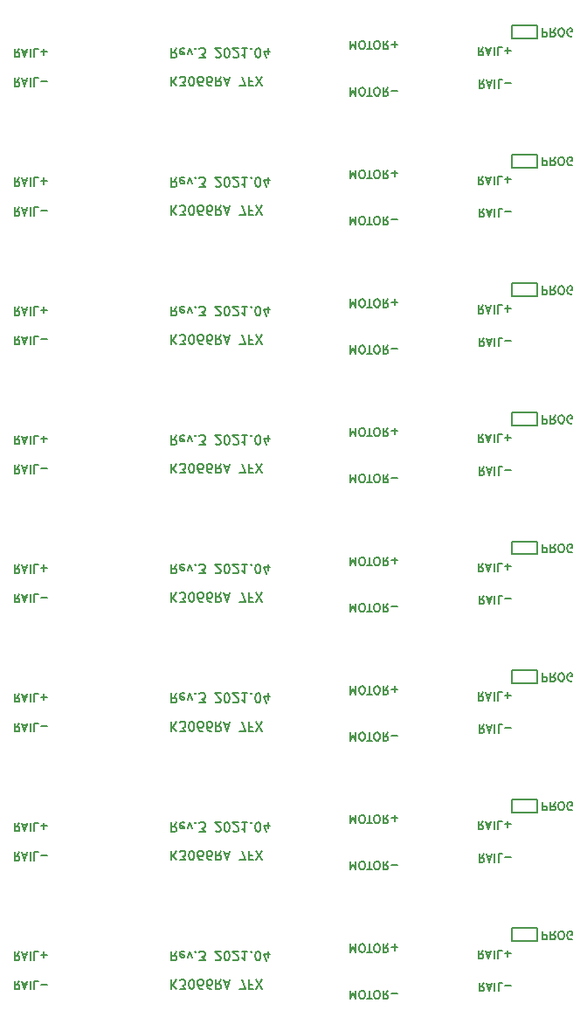
<source format=gbo>
%TF.GenerationSoftware,KiCad,Pcbnew,(5.1.9)-1*%
%TF.CreationDate,2021-04-24T22:15:52+09:00*%
%TF.ProjectId,motordecoder2,6d6f746f-7264-4656-936f-646572322e6b,rev?*%
%TF.SameCoordinates,PX66ff300PY81390e0*%
%TF.FileFunction,Legend,Bot*%
%TF.FilePolarity,Positive*%
%FSLAX46Y46*%
G04 Gerber Fmt 4.6, Leading zero omitted, Abs format (unit mm)*
G04 Created by KiCad (PCBNEW (5.1.9)-1) date 2021-04-24 22:15:52*
%MOMM*%
%LPD*%
G01*
G04 APERTURE LIST*
%ADD10C,0.180000*%
%ADD11C,0.200000*%
%ADD12C,2.100000*%
G04 APERTURE END LIST*
D10*
X8145238Y4261905D02*
X7878571Y3880953D01*
X7688095Y4261905D02*
X7688095Y3461905D01*
X7992857Y3461905D01*
X8069047Y3500000D01*
X8107142Y3538096D01*
X8145238Y3614286D01*
X8145238Y3728572D01*
X8107142Y3804762D01*
X8069047Y3842858D01*
X7992857Y3880953D01*
X7688095Y3880953D01*
X8450000Y4033334D02*
X8830952Y4033334D01*
X8373809Y4261905D02*
X8640476Y3461905D01*
X8907142Y4261905D01*
X9173809Y4261905D02*
X9173809Y3461905D01*
X9935714Y4261905D02*
X9554761Y4261905D01*
X9554761Y3461905D01*
X10202380Y3957143D02*
X10811904Y3957143D01*
X8145238Y16761905D02*
X7878571Y16380953D01*
X7688095Y16761905D02*
X7688095Y15961905D01*
X7992857Y15961905D01*
X8069047Y16000000D01*
X8107142Y16038096D01*
X8145238Y16114286D01*
X8145238Y16228572D01*
X8107142Y16304762D01*
X8069047Y16342858D01*
X7992857Y16380953D01*
X7688095Y16380953D01*
X8450000Y16533334D02*
X8830952Y16533334D01*
X8373809Y16761905D02*
X8640476Y15961905D01*
X8907142Y16761905D01*
X9173809Y16761905D02*
X9173809Y15961905D01*
X9935714Y16761905D02*
X9554761Y16761905D01*
X9554761Y15961905D01*
X10202380Y16457143D02*
X10811904Y16457143D01*
X8145238Y29261905D02*
X7878571Y28880953D01*
X7688095Y29261905D02*
X7688095Y28461905D01*
X7992857Y28461905D01*
X8069047Y28500000D01*
X8107142Y28538096D01*
X8145238Y28614286D01*
X8145238Y28728572D01*
X8107142Y28804762D01*
X8069047Y28842858D01*
X7992857Y28880953D01*
X7688095Y28880953D01*
X8450000Y29033334D02*
X8830952Y29033334D01*
X8373809Y29261905D02*
X8640476Y28461905D01*
X8907142Y29261905D01*
X9173809Y29261905D02*
X9173809Y28461905D01*
X9935714Y29261905D02*
X9554761Y29261905D01*
X9554761Y28461905D01*
X10202380Y28957143D02*
X10811904Y28957143D01*
X8145238Y41761905D02*
X7878571Y41380953D01*
X7688095Y41761905D02*
X7688095Y40961905D01*
X7992857Y40961905D01*
X8069047Y41000000D01*
X8107142Y41038096D01*
X8145238Y41114286D01*
X8145238Y41228572D01*
X8107142Y41304762D01*
X8069047Y41342858D01*
X7992857Y41380953D01*
X7688095Y41380953D01*
X8450000Y41533334D02*
X8830952Y41533334D01*
X8373809Y41761905D02*
X8640476Y40961905D01*
X8907142Y41761905D01*
X9173809Y41761905D02*
X9173809Y40961905D01*
X9935714Y41761905D02*
X9554761Y41761905D01*
X9554761Y40961905D01*
X10202380Y41457143D02*
X10811904Y41457143D01*
X8145238Y54261905D02*
X7878571Y53880953D01*
X7688095Y54261905D02*
X7688095Y53461905D01*
X7992857Y53461905D01*
X8069047Y53500000D01*
X8107142Y53538096D01*
X8145238Y53614286D01*
X8145238Y53728572D01*
X8107142Y53804762D01*
X8069047Y53842858D01*
X7992857Y53880953D01*
X7688095Y53880953D01*
X8450000Y54033334D02*
X8830952Y54033334D01*
X8373809Y54261905D02*
X8640476Y53461905D01*
X8907142Y54261905D01*
X9173809Y54261905D02*
X9173809Y53461905D01*
X9935714Y54261905D02*
X9554761Y54261905D01*
X9554761Y53461905D01*
X10202380Y53957143D02*
X10811904Y53957143D01*
X8145238Y66761905D02*
X7878571Y66380953D01*
X7688095Y66761905D02*
X7688095Y65961905D01*
X7992857Y65961905D01*
X8069047Y66000000D01*
X8107142Y66038096D01*
X8145238Y66114286D01*
X8145238Y66228572D01*
X8107142Y66304762D01*
X8069047Y66342858D01*
X7992857Y66380953D01*
X7688095Y66380953D01*
X8450000Y66533334D02*
X8830952Y66533334D01*
X8373809Y66761905D02*
X8640476Y65961905D01*
X8907142Y66761905D01*
X9173809Y66761905D02*
X9173809Y65961905D01*
X9935714Y66761905D02*
X9554761Y66761905D01*
X9554761Y65961905D01*
X10202380Y66457143D02*
X10811904Y66457143D01*
X8145238Y79261905D02*
X7878571Y78880953D01*
X7688095Y79261905D02*
X7688095Y78461905D01*
X7992857Y78461905D01*
X8069047Y78500000D01*
X8107142Y78538096D01*
X8145238Y78614286D01*
X8145238Y78728572D01*
X8107142Y78804762D01*
X8069047Y78842858D01*
X7992857Y78880953D01*
X7688095Y78880953D01*
X8450000Y79033334D02*
X8830952Y79033334D01*
X8373809Y79261905D02*
X8640476Y78461905D01*
X8907142Y79261905D01*
X9173809Y79261905D02*
X9173809Y78461905D01*
X9935714Y79261905D02*
X9554761Y79261905D01*
X9554761Y78461905D01*
X10202380Y78957143D02*
X10811904Y78957143D01*
X53145238Y4111905D02*
X52878571Y3730953D01*
X52688095Y4111905D02*
X52688095Y3311905D01*
X52992857Y3311905D01*
X53069047Y3350000D01*
X53107142Y3388096D01*
X53145238Y3464286D01*
X53145238Y3578572D01*
X53107142Y3654762D01*
X53069047Y3692858D01*
X52992857Y3730953D01*
X52688095Y3730953D01*
X53450000Y3883334D02*
X53830952Y3883334D01*
X53373809Y4111905D02*
X53640476Y3311905D01*
X53907142Y4111905D01*
X54173809Y4111905D02*
X54173809Y3311905D01*
X54935714Y4111905D02*
X54554761Y4111905D01*
X54554761Y3311905D01*
X55202380Y3807143D02*
X55811904Y3807143D01*
X53145238Y16611905D02*
X52878571Y16230953D01*
X52688095Y16611905D02*
X52688095Y15811905D01*
X52992857Y15811905D01*
X53069047Y15850000D01*
X53107142Y15888096D01*
X53145238Y15964286D01*
X53145238Y16078572D01*
X53107142Y16154762D01*
X53069047Y16192858D01*
X52992857Y16230953D01*
X52688095Y16230953D01*
X53450000Y16383334D02*
X53830952Y16383334D01*
X53373809Y16611905D02*
X53640476Y15811905D01*
X53907142Y16611905D01*
X54173809Y16611905D02*
X54173809Y15811905D01*
X54935714Y16611905D02*
X54554761Y16611905D01*
X54554761Y15811905D01*
X55202380Y16307143D02*
X55811904Y16307143D01*
X53145238Y29111905D02*
X52878571Y28730953D01*
X52688095Y29111905D02*
X52688095Y28311905D01*
X52992857Y28311905D01*
X53069047Y28350000D01*
X53107142Y28388096D01*
X53145238Y28464286D01*
X53145238Y28578572D01*
X53107142Y28654762D01*
X53069047Y28692858D01*
X52992857Y28730953D01*
X52688095Y28730953D01*
X53450000Y28883334D02*
X53830952Y28883334D01*
X53373809Y29111905D02*
X53640476Y28311905D01*
X53907142Y29111905D01*
X54173809Y29111905D02*
X54173809Y28311905D01*
X54935714Y29111905D02*
X54554761Y29111905D01*
X54554761Y28311905D01*
X55202380Y28807143D02*
X55811904Y28807143D01*
X53145238Y41611905D02*
X52878571Y41230953D01*
X52688095Y41611905D02*
X52688095Y40811905D01*
X52992857Y40811905D01*
X53069047Y40850000D01*
X53107142Y40888096D01*
X53145238Y40964286D01*
X53145238Y41078572D01*
X53107142Y41154762D01*
X53069047Y41192858D01*
X52992857Y41230953D01*
X52688095Y41230953D01*
X53450000Y41383334D02*
X53830952Y41383334D01*
X53373809Y41611905D02*
X53640476Y40811905D01*
X53907142Y41611905D01*
X54173809Y41611905D02*
X54173809Y40811905D01*
X54935714Y41611905D02*
X54554761Y41611905D01*
X54554761Y40811905D01*
X55202380Y41307143D02*
X55811904Y41307143D01*
X53145238Y54111905D02*
X52878571Y53730953D01*
X52688095Y54111905D02*
X52688095Y53311905D01*
X52992857Y53311905D01*
X53069047Y53350000D01*
X53107142Y53388096D01*
X53145238Y53464286D01*
X53145238Y53578572D01*
X53107142Y53654762D01*
X53069047Y53692858D01*
X52992857Y53730953D01*
X52688095Y53730953D01*
X53450000Y53883334D02*
X53830952Y53883334D01*
X53373809Y54111905D02*
X53640476Y53311905D01*
X53907142Y54111905D01*
X54173809Y54111905D02*
X54173809Y53311905D01*
X54935714Y54111905D02*
X54554761Y54111905D01*
X54554761Y53311905D01*
X55202380Y53807143D02*
X55811904Y53807143D01*
X53145238Y66611905D02*
X52878571Y66230953D01*
X52688095Y66611905D02*
X52688095Y65811905D01*
X52992857Y65811905D01*
X53069047Y65850000D01*
X53107142Y65888096D01*
X53145238Y65964286D01*
X53145238Y66078572D01*
X53107142Y66154762D01*
X53069047Y66192858D01*
X52992857Y66230953D01*
X52688095Y66230953D01*
X53450000Y66383334D02*
X53830952Y66383334D01*
X53373809Y66611905D02*
X53640476Y65811905D01*
X53907142Y66611905D01*
X54173809Y66611905D02*
X54173809Y65811905D01*
X54935714Y66611905D02*
X54554761Y66611905D01*
X54554761Y65811905D01*
X55202380Y66307143D02*
X55811904Y66307143D01*
X53145238Y79111905D02*
X52878571Y78730953D01*
X52688095Y79111905D02*
X52688095Y78311905D01*
X52992857Y78311905D01*
X53069047Y78350000D01*
X53107142Y78388096D01*
X53145238Y78464286D01*
X53145238Y78578572D01*
X53107142Y78654762D01*
X53069047Y78692858D01*
X52992857Y78730953D01*
X52688095Y78730953D01*
X53450000Y78883334D02*
X53830952Y78883334D01*
X53373809Y79111905D02*
X53640476Y78311905D01*
X53907142Y79111905D01*
X54173809Y79111905D02*
X54173809Y78311905D01*
X54935714Y79111905D02*
X54554761Y79111905D01*
X54554761Y78311905D01*
X55202380Y78807143D02*
X55811904Y78807143D01*
D11*
X22844285Y4407143D02*
X22844285Y3507143D01*
X23358571Y4407143D02*
X22972857Y3892858D01*
X23358571Y3507143D02*
X22844285Y4021429D01*
X23658571Y3507143D02*
X24215714Y3507143D01*
X23915714Y3850000D01*
X24044285Y3850000D01*
X24130000Y3892858D01*
X24172857Y3935715D01*
X24215714Y4021429D01*
X24215714Y4235715D01*
X24172857Y4321429D01*
X24130000Y4364286D01*
X24044285Y4407143D01*
X23787142Y4407143D01*
X23701428Y4364286D01*
X23658571Y4321429D01*
X24772857Y3507143D02*
X24858571Y3507143D01*
X24944285Y3550000D01*
X24987142Y3592858D01*
X25030000Y3678572D01*
X25072857Y3850000D01*
X25072857Y4064286D01*
X25030000Y4235715D01*
X24987142Y4321429D01*
X24944285Y4364286D01*
X24858571Y4407143D01*
X24772857Y4407143D01*
X24687142Y4364286D01*
X24644285Y4321429D01*
X24601428Y4235715D01*
X24558571Y4064286D01*
X24558571Y3850000D01*
X24601428Y3678572D01*
X24644285Y3592858D01*
X24687142Y3550000D01*
X24772857Y3507143D01*
X25844285Y3507143D02*
X25672857Y3507143D01*
X25587142Y3550000D01*
X25544285Y3592858D01*
X25458571Y3721429D01*
X25415714Y3892858D01*
X25415714Y4235715D01*
X25458571Y4321429D01*
X25501428Y4364286D01*
X25587142Y4407143D01*
X25758571Y4407143D01*
X25844285Y4364286D01*
X25887142Y4321429D01*
X25930000Y4235715D01*
X25930000Y4021429D01*
X25887142Y3935715D01*
X25844285Y3892858D01*
X25758571Y3850000D01*
X25587142Y3850000D01*
X25501428Y3892858D01*
X25458571Y3935715D01*
X25415714Y4021429D01*
X26701428Y3507143D02*
X26530000Y3507143D01*
X26444285Y3550000D01*
X26401428Y3592858D01*
X26315714Y3721429D01*
X26272857Y3892858D01*
X26272857Y4235715D01*
X26315714Y4321429D01*
X26358571Y4364286D01*
X26444285Y4407143D01*
X26615714Y4407143D01*
X26701428Y4364286D01*
X26744285Y4321429D01*
X26787142Y4235715D01*
X26787142Y4021429D01*
X26744285Y3935715D01*
X26701428Y3892858D01*
X26615714Y3850000D01*
X26444285Y3850000D01*
X26358571Y3892858D01*
X26315714Y3935715D01*
X26272857Y4021429D01*
X27687142Y4407143D02*
X27387142Y3978572D01*
X27172857Y4407143D02*
X27172857Y3507143D01*
X27515714Y3507143D01*
X27601428Y3550000D01*
X27644285Y3592858D01*
X27687142Y3678572D01*
X27687142Y3807143D01*
X27644285Y3892858D01*
X27601428Y3935715D01*
X27515714Y3978572D01*
X27172857Y3978572D01*
X28030000Y4150000D02*
X28458571Y4150000D01*
X27944285Y4407143D02*
X28244285Y3507143D01*
X28544285Y4407143D01*
X29444285Y3507143D02*
X30044285Y3507143D01*
X29658571Y4407143D01*
X30687142Y3935715D02*
X30387142Y3935715D01*
X30387142Y4407143D02*
X30387142Y3507143D01*
X30815714Y3507143D01*
X31072857Y3507143D02*
X31672857Y4407143D01*
X31672857Y3507143D02*
X31072857Y4407143D01*
X22844285Y16907143D02*
X22844285Y16007143D01*
X23358571Y16907143D02*
X22972857Y16392858D01*
X23358571Y16007143D02*
X22844285Y16521429D01*
X23658571Y16007143D02*
X24215714Y16007143D01*
X23915714Y16350000D01*
X24044285Y16350000D01*
X24130000Y16392858D01*
X24172857Y16435715D01*
X24215714Y16521429D01*
X24215714Y16735715D01*
X24172857Y16821429D01*
X24130000Y16864286D01*
X24044285Y16907143D01*
X23787142Y16907143D01*
X23701428Y16864286D01*
X23658571Y16821429D01*
X24772857Y16007143D02*
X24858571Y16007143D01*
X24944285Y16050000D01*
X24987142Y16092858D01*
X25030000Y16178572D01*
X25072857Y16350000D01*
X25072857Y16564286D01*
X25030000Y16735715D01*
X24987142Y16821429D01*
X24944285Y16864286D01*
X24858571Y16907143D01*
X24772857Y16907143D01*
X24687142Y16864286D01*
X24644285Y16821429D01*
X24601428Y16735715D01*
X24558571Y16564286D01*
X24558571Y16350000D01*
X24601428Y16178572D01*
X24644285Y16092858D01*
X24687142Y16050000D01*
X24772857Y16007143D01*
X25844285Y16007143D02*
X25672857Y16007143D01*
X25587142Y16050000D01*
X25544285Y16092858D01*
X25458571Y16221429D01*
X25415714Y16392858D01*
X25415714Y16735715D01*
X25458571Y16821429D01*
X25501428Y16864286D01*
X25587142Y16907143D01*
X25758571Y16907143D01*
X25844285Y16864286D01*
X25887142Y16821429D01*
X25930000Y16735715D01*
X25930000Y16521429D01*
X25887142Y16435715D01*
X25844285Y16392858D01*
X25758571Y16350000D01*
X25587142Y16350000D01*
X25501428Y16392858D01*
X25458571Y16435715D01*
X25415714Y16521429D01*
X26701428Y16007143D02*
X26530000Y16007143D01*
X26444285Y16050000D01*
X26401428Y16092858D01*
X26315714Y16221429D01*
X26272857Y16392858D01*
X26272857Y16735715D01*
X26315714Y16821429D01*
X26358571Y16864286D01*
X26444285Y16907143D01*
X26615714Y16907143D01*
X26701428Y16864286D01*
X26744285Y16821429D01*
X26787142Y16735715D01*
X26787142Y16521429D01*
X26744285Y16435715D01*
X26701428Y16392858D01*
X26615714Y16350000D01*
X26444285Y16350000D01*
X26358571Y16392858D01*
X26315714Y16435715D01*
X26272857Y16521429D01*
X27687142Y16907143D02*
X27387142Y16478572D01*
X27172857Y16907143D02*
X27172857Y16007143D01*
X27515714Y16007143D01*
X27601428Y16050000D01*
X27644285Y16092858D01*
X27687142Y16178572D01*
X27687142Y16307143D01*
X27644285Y16392858D01*
X27601428Y16435715D01*
X27515714Y16478572D01*
X27172857Y16478572D01*
X28030000Y16650000D02*
X28458571Y16650000D01*
X27944285Y16907143D02*
X28244285Y16007143D01*
X28544285Y16907143D01*
X29444285Y16007143D02*
X30044285Y16007143D01*
X29658571Y16907143D01*
X30687142Y16435715D02*
X30387142Y16435715D01*
X30387142Y16907143D02*
X30387142Y16007143D01*
X30815714Y16007143D01*
X31072857Y16007143D02*
X31672857Y16907143D01*
X31672857Y16007143D02*
X31072857Y16907143D01*
X22844285Y29407143D02*
X22844285Y28507143D01*
X23358571Y29407143D02*
X22972857Y28892858D01*
X23358571Y28507143D02*
X22844285Y29021429D01*
X23658571Y28507143D02*
X24215714Y28507143D01*
X23915714Y28850000D01*
X24044285Y28850000D01*
X24130000Y28892858D01*
X24172857Y28935715D01*
X24215714Y29021429D01*
X24215714Y29235715D01*
X24172857Y29321429D01*
X24130000Y29364286D01*
X24044285Y29407143D01*
X23787142Y29407143D01*
X23701428Y29364286D01*
X23658571Y29321429D01*
X24772857Y28507143D02*
X24858571Y28507143D01*
X24944285Y28550000D01*
X24987142Y28592858D01*
X25030000Y28678572D01*
X25072857Y28850000D01*
X25072857Y29064286D01*
X25030000Y29235715D01*
X24987142Y29321429D01*
X24944285Y29364286D01*
X24858571Y29407143D01*
X24772857Y29407143D01*
X24687142Y29364286D01*
X24644285Y29321429D01*
X24601428Y29235715D01*
X24558571Y29064286D01*
X24558571Y28850000D01*
X24601428Y28678572D01*
X24644285Y28592858D01*
X24687142Y28550000D01*
X24772857Y28507143D01*
X25844285Y28507143D02*
X25672857Y28507143D01*
X25587142Y28550000D01*
X25544285Y28592858D01*
X25458571Y28721429D01*
X25415714Y28892858D01*
X25415714Y29235715D01*
X25458571Y29321429D01*
X25501428Y29364286D01*
X25587142Y29407143D01*
X25758571Y29407143D01*
X25844285Y29364286D01*
X25887142Y29321429D01*
X25930000Y29235715D01*
X25930000Y29021429D01*
X25887142Y28935715D01*
X25844285Y28892858D01*
X25758571Y28850000D01*
X25587142Y28850000D01*
X25501428Y28892858D01*
X25458571Y28935715D01*
X25415714Y29021429D01*
X26701428Y28507143D02*
X26530000Y28507143D01*
X26444285Y28550000D01*
X26401428Y28592858D01*
X26315714Y28721429D01*
X26272857Y28892858D01*
X26272857Y29235715D01*
X26315714Y29321429D01*
X26358571Y29364286D01*
X26444285Y29407143D01*
X26615714Y29407143D01*
X26701428Y29364286D01*
X26744285Y29321429D01*
X26787142Y29235715D01*
X26787142Y29021429D01*
X26744285Y28935715D01*
X26701428Y28892858D01*
X26615714Y28850000D01*
X26444285Y28850000D01*
X26358571Y28892858D01*
X26315714Y28935715D01*
X26272857Y29021429D01*
X27687142Y29407143D02*
X27387142Y28978572D01*
X27172857Y29407143D02*
X27172857Y28507143D01*
X27515714Y28507143D01*
X27601428Y28550000D01*
X27644285Y28592858D01*
X27687142Y28678572D01*
X27687142Y28807143D01*
X27644285Y28892858D01*
X27601428Y28935715D01*
X27515714Y28978572D01*
X27172857Y28978572D01*
X28030000Y29150000D02*
X28458571Y29150000D01*
X27944285Y29407143D02*
X28244285Y28507143D01*
X28544285Y29407143D01*
X29444285Y28507143D02*
X30044285Y28507143D01*
X29658571Y29407143D01*
X30687142Y28935715D02*
X30387142Y28935715D01*
X30387142Y29407143D02*
X30387142Y28507143D01*
X30815714Y28507143D01*
X31072857Y28507143D02*
X31672857Y29407143D01*
X31672857Y28507143D02*
X31072857Y29407143D01*
X22844285Y41907143D02*
X22844285Y41007143D01*
X23358571Y41907143D02*
X22972857Y41392858D01*
X23358571Y41007143D02*
X22844285Y41521429D01*
X23658571Y41007143D02*
X24215714Y41007143D01*
X23915714Y41350000D01*
X24044285Y41350000D01*
X24130000Y41392858D01*
X24172857Y41435715D01*
X24215714Y41521429D01*
X24215714Y41735715D01*
X24172857Y41821429D01*
X24130000Y41864286D01*
X24044285Y41907143D01*
X23787142Y41907143D01*
X23701428Y41864286D01*
X23658571Y41821429D01*
X24772857Y41007143D02*
X24858571Y41007143D01*
X24944285Y41050000D01*
X24987142Y41092858D01*
X25030000Y41178572D01*
X25072857Y41350000D01*
X25072857Y41564286D01*
X25030000Y41735715D01*
X24987142Y41821429D01*
X24944285Y41864286D01*
X24858571Y41907143D01*
X24772857Y41907143D01*
X24687142Y41864286D01*
X24644285Y41821429D01*
X24601428Y41735715D01*
X24558571Y41564286D01*
X24558571Y41350000D01*
X24601428Y41178572D01*
X24644285Y41092858D01*
X24687142Y41050000D01*
X24772857Y41007143D01*
X25844285Y41007143D02*
X25672857Y41007143D01*
X25587142Y41050000D01*
X25544285Y41092858D01*
X25458571Y41221429D01*
X25415714Y41392858D01*
X25415714Y41735715D01*
X25458571Y41821429D01*
X25501428Y41864286D01*
X25587142Y41907143D01*
X25758571Y41907143D01*
X25844285Y41864286D01*
X25887142Y41821429D01*
X25930000Y41735715D01*
X25930000Y41521429D01*
X25887142Y41435715D01*
X25844285Y41392858D01*
X25758571Y41350000D01*
X25587142Y41350000D01*
X25501428Y41392858D01*
X25458571Y41435715D01*
X25415714Y41521429D01*
X26701428Y41007143D02*
X26530000Y41007143D01*
X26444285Y41050000D01*
X26401428Y41092858D01*
X26315714Y41221429D01*
X26272857Y41392858D01*
X26272857Y41735715D01*
X26315714Y41821429D01*
X26358571Y41864286D01*
X26444285Y41907143D01*
X26615714Y41907143D01*
X26701428Y41864286D01*
X26744285Y41821429D01*
X26787142Y41735715D01*
X26787142Y41521429D01*
X26744285Y41435715D01*
X26701428Y41392858D01*
X26615714Y41350000D01*
X26444285Y41350000D01*
X26358571Y41392858D01*
X26315714Y41435715D01*
X26272857Y41521429D01*
X27687142Y41907143D02*
X27387142Y41478572D01*
X27172857Y41907143D02*
X27172857Y41007143D01*
X27515714Y41007143D01*
X27601428Y41050000D01*
X27644285Y41092858D01*
X27687142Y41178572D01*
X27687142Y41307143D01*
X27644285Y41392858D01*
X27601428Y41435715D01*
X27515714Y41478572D01*
X27172857Y41478572D01*
X28030000Y41650000D02*
X28458571Y41650000D01*
X27944285Y41907143D02*
X28244285Y41007143D01*
X28544285Y41907143D01*
X29444285Y41007143D02*
X30044285Y41007143D01*
X29658571Y41907143D01*
X30687142Y41435715D02*
X30387142Y41435715D01*
X30387142Y41907143D02*
X30387142Y41007143D01*
X30815714Y41007143D01*
X31072857Y41007143D02*
X31672857Y41907143D01*
X31672857Y41007143D02*
X31072857Y41907143D01*
X22844285Y54407143D02*
X22844285Y53507143D01*
X23358571Y54407143D02*
X22972857Y53892858D01*
X23358571Y53507143D02*
X22844285Y54021429D01*
X23658571Y53507143D02*
X24215714Y53507143D01*
X23915714Y53850000D01*
X24044285Y53850000D01*
X24130000Y53892858D01*
X24172857Y53935715D01*
X24215714Y54021429D01*
X24215714Y54235715D01*
X24172857Y54321429D01*
X24130000Y54364286D01*
X24044285Y54407143D01*
X23787142Y54407143D01*
X23701428Y54364286D01*
X23658571Y54321429D01*
X24772857Y53507143D02*
X24858571Y53507143D01*
X24944285Y53550000D01*
X24987142Y53592858D01*
X25030000Y53678572D01*
X25072857Y53850000D01*
X25072857Y54064286D01*
X25030000Y54235715D01*
X24987142Y54321429D01*
X24944285Y54364286D01*
X24858571Y54407143D01*
X24772857Y54407143D01*
X24687142Y54364286D01*
X24644285Y54321429D01*
X24601428Y54235715D01*
X24558571Y54064286D01*
X24558571Y53850000D01*
X24601428Y53678572D01*
X24644285Y53592858D01*
X24687142Y53550000D01*
X24772857Y53507143D01*
X25844285Y53507143D02*
X25672857Y53507143D01*
X25587142Y53550000D01*
X25544285Y53592858D01*
X25458571Y53721429D01*
X25415714Y53892858D01*
X25415714Y54235715D01*
X25458571Y54321429D01*
X25501428Y54364286D01*
X25587142Y54407143D01*
X25758571Y54407143D01*
X25844285Y54364286D01*
X25887142Y54321429D01*
X25930000Y54235715D01*
X25930000Y54021429D01*
X25887142Y53935715D01*
X25844285Y53892858D01*
X25758571Y53850000D01*
X25587142Y53850000D01*
X25501428Y53892858D01*
X25458571Y53935715D01*
X25415714Y54021429D01*
X26701428Y53507143D02*
X26530000Y53507143D01*
X26444285Y53550000D01*
X26401428Y53592858D01*
X26315714Y53721429D01*
X26272857Y53892858D01*
X26272857Y54235715D01*
X26315714Y54321429D01*
X26358571Y54364286D01*
X26444285Y54407143D01*
X26615714Y54407143D01*
X26701428Y54364286D01*
X26744285Y54321429D01*
X26787142Y54235715D01*
X26787142Y54021429D01*
X26744285Y53935715D01*
X26701428Y53892858D01*
X26615714Y53850000D01*
X26444285Y53850000D01*
X26358571Y53892858D01*
X26315714Y53935715D01*
X26272857Y54021429D01*
X27687142Y54407143D02*
X27387142Y53978572D01*
X27172857Y54407143D02*
X27172857Y53507143D01*
X27515714Y53507143D01*
X27601428Y53550000D01*
X27644285Y53592858D01*
X27687142Y53678572D01*
X27687142Y53807143D01*
X27644285Y53892858D01*
X27601428Y53935715D01*
X27515714Y53978572D01*
X27172857Y53978572D01*
X28030000Y54150000D02*
X28458571Y54150000D01*
X27944285Y54407143D02*
X28244285Y53507143D01*
X28544285Y54407143D01*
X29444285Y53507143D02*
X30044285Y53507143D01*
X29658571Y54407143D01*
X30687142Y53935715D02*
X30387142Y53935715D01*
X30387142Y54407143D02*
X30387142Y53507143D01*
X30815714Y53507143D01*
X31072857Y53507143D02*
X31672857Y54407143D01*
X31672857Y53507143D02*
X31072857Y54407143D01*
X22844285Y66907143D02*
X22844285Y66007143D01*
X23358571Y66907143D02*
X22972857Y66392858D01*
X23358571Y66007143D02*
X22844285Y66521429D01*
X23658571Y66007143D02*
X24215714Y66007143D01*
X23915714Y66350000D01*
X24044285Y66350000D01*
X24130000Y66392858D01*
X24172857Y66435715D01*
X24215714Y66521429D01*
X24215714Y66735715D01*
X24172857Y66821429D01*
X24130000Y66864286D01*
X24044285Y66907143D01*
X23787142Y66907143D01*
X23701428Y66864286D01*
X23658571Y66821429D01*
X24772857Y66007143D02*
X24858571Y66007143D01*
X24944285Y66050000D01*
X24987142Y66092858D01*
X25030000Y66178572D01*
X25072857Y66350000D01*
X25072857Y66564286D01*
X25030000Y66735715D01*
X24987142Y66821429D01*
X24944285Y66864286D01*
X24858571Y66907143D01*
X24772857Y66907143D01*
X24687142Y66864286D01*
X24644285Y66821429D01*
X24601428Y66735715D01*
X24558571Y66564286D01*
X24558571Y66350000D01*
X24601428Y66178572D01*
X24644285Y66092858D01*
X24687142Y66050000D01*
X24772857Y66007143D01*
X25844285Y66007143D02*
X25672857Y66007143D01*
X25587142Y66050000D01*
X25544285Y66092858D01*
X25458571Y66221429D01*
X25415714Y66392858D01*
X25415714Y66735715D01*
X25458571Y66821429D01*
X25501428Y66864286D01*
X25587142Y66907143D01*
X25758571Y66907143D01*
X25844285Y66864286D01*
X25887142Y66821429D01*
X25930000Y66735715D01*
X25930000Y66521429D01*
X25887142Y66435715D01*
X25844285Y66392858D01*
X25758571Y66350000D01*
X25587142Y66350000D01*
X25501428Y66392858D01*
X25458571Y66435715D01*
X25415714Y66521429D01*
X26701428Y66007143D02*
X26530000Y66007143D01*
X26444285Y66050000D01*
X26401428Y66092858D01*
X26315714Y66221429D01*
X26272857Y66392858D01*
X26272857Y66735715D01*
X26315714Y66821429D01*
X26358571Y66864286D01*
X26444285Y66907143D01*
X26615714Y66907143D01*
X26701428Y66864286D01*
X26744285Y66821429D01*
X26787142Y66735715D01*
X26787142Y66521429D01*
X26744285Y66435715D01*
X26701428Y66392858D01*
X26615714Y66350000D01*
X26444285Y66350000D01*
X26358571Y66392858D01*
X26315714Y66435715D01*
X26272857Y66521429D01*
X27687142Y66907143D02*
X27387142Y66478572D01*
X27172857Y66907143D02*
X27172857Y66007143D01*
X27515714Y66007143D01*
X27601428Y66050000D01*
X27644285Y66092858D01*
X27687142Y66178572D01*
X27687142Y66307143D01*
X27644285Y66392858D01*
X27601428Y66435715D01*
X27515714Y66478572D01*
X27172857Y66478572D01*
X28030000Y66650000D02*
X28458571Y66650000D01*
X27944285Y66907143D02*
X28244285Y66007143D01*
X28544285Y66907143D01*
X29444285Y66007143D02*
X30044285Y66007143D01*
X29658571Y66907143D01*
X30687142Y66435715D02*
X30387142Y66435715D01*
X30387142Y66907143D02*
X30387142Y66007143D01*
X30815714Y66007143D01*
X31072857Y66007143D02*
X31672857Y66907143D01*
X31672857Y66007143D02*
X31072857Y66907143D01*
X22844285Y79407143D02*
X22844285Y78507143D01*
X23358571Y79407143D02*
X22972857Y78892858D01*
X23358571Y78507143D02*
X22844285Y79021429D01*
X23658571Y78507143D02*
X24215714Y78507143D01*
X23915714Y78850000D01*
X24044285Y78850000D01*
X24130000Y78892858D01*
X24172857Y78935715D01*
X24215714Y79021429D01*
X24215714Y79235715D01*
X24172857Y79321429D01*
X24130000Y79364286D01*
X24044285Y79407143D01*
X23787142Y79407143D01*
X23701428Y79364286D01*
X23658571Y79321429D01*
X24772857Y78507143D02*
X24858571Y78507143D01*
X24944285Y78550000D01*
X24987142Y78592858D01*
X25030000Y78678572D01*
X25072857Y78850000D01*
X25072857Y79064286D01*
X25030000Y79235715D01*
X24987142Y79321429D01*
X24944285Y79364286D01*
X24858571Y79407143D01*
X24772857Y79407143D01*
X24687142Y79364286D01*
X24644285Y79321429D01*
X24601428Y79235715D01*
X24558571Y79064286D01*
X24558571Y78850000D01*
X24601428Y78678572D01*
X24644285Y78592858D01*
X24687142Y78550000D01*
X24772857Y78507143D01*
X25844285Y78507143D02*
X25672857Y78507143D01*
X25587142Y78550000D01*
X25544285Y78592858D01*
X25458571Y78721429D01*
X25415714Y78892858D01*
X25415714Y79235715D01*
X25458571Y79321429D01*
X25501428Y79364286D01*
X25587142Y79407143D01*
X25758571Y79407143D01*
X25844285Y79364286D01*
X25887142Y79321429D01*
X25930000Y79235715D01*
X25930000Y79021429D01*
X25887142Y78935715D01*
X25844285Y78892858D01*
X25758571Y78850000D01*
X25587142Y78850000D01*
X25501428Y78892858D01*
X25458571Y78935715D01*
X25415714Y79021429D01*
X26701428Y78507143D02*
X26530000Y78507143D01*
X26444285Y78550000D01*
X26401428Y78592858D01*
X26315714Y78721429D01*
X26272857Y78892858D01*
X26272857Y79235715D01*
X26315714Y79321429D01*
X26358571Y79364286D01*
X26444285Y79407143D01*
X26615714Y79407143D01*
X26701428Y79364286D01*
X26744285Y79321429D01*
X26787142Y79235715D01*
X26787142Y79021429D01*
X26744285Y78935715D01*
X26701428Y78892858D01*
X26615714Y78850000D01*
X26444285Y78850000D01*
X26358571Y78892858D01*
X26315714Y78935715D01*
X26272857Y79021429D01*
X27687142Y79407143D02*
X27387142Y78978572D01*
X27172857Y79407143D02*
X27172857Y78507143D01*
X27515714Y78507143D01*
X27601428Y78550000D01*
X27644285Y78592858D01*
X27687142Y78678572D01*
X27687142Y78807143D01*
X27644285Y78892858D01*
X27601428Y78935715D01*
X27515714Y78978572D01*
X27172857Y78978572D01*
X28030000Y79150000D02*
X28458571Y79150000D01*
X27944285Y79407143D02*
X28244285Y78507143D01*
X28544285Y79407143D01*
X29444285Y78507143D02*
X30044285Y78507143D01*
X29658571Y79407143D01*
X30687142Y78935715D02*
X30387142Y78935715D01*
X30387142Y79407143D02*
X30387142Y78507143D01*
X30815714Y78507143D01*
X31072857Y78507143D02*
X31672857Y79407143D01*
X31672857Y78507143D02*
X31072857Y79407143D01*
D10*
X40195238Y3361905D02*
X40195238Y2561905D01*
X40461904Y3133334D01*
X40728571Y2561905D01*
X40728571Y3361905D01*
X41261904Y2561905D02*
X41414285Y2561905D01*
X41490476Y2600000D01*
X41566666Y2676191D01*
X41604761Y2828572D01*
X41604761Y3095239D01*
X41566666Y3247620D01*
X41490476Y3323810D01*
X41414285Y3361905D01*
X41261904Y3361905D01*
X41185714Y3323810D01*
X41109523Y3247620D01*
X41071428Y3095239D01*
X41071428Y2828572D01*
X41109523Y2676191D01*
X41185714Y2600000D01*
X41261904Y2561905D01*
X41833333Y2561905D02*
X42290476Y2561905D01*
X42061904Y3361905D02*
X42061904Y2561905D01*
X42709523Y2561905D02*
X42861904Y2561905D01*
X42938095Y2600000D01*
X43014285Y2676191D01*
X43052380Y2828572D01*
X43052380Y3095239D01*
X43014285Y3247620D01*
X42938095Y3323810D01*
X42861904Y3361905D01*
X42709523Y3361905D01*
X42633333Y3323810D01*
X42557142Y3247620D01*
X42519047Y3095239D01*
X42519047Y2828572D01*
X42557142Y2676191D01*
X42633333Y2600000D01*
X42709523Y2561905D01*
X43852380Y3361905D02*
X43585714Y2980953D01*
X43395238Y3361905D02*
X43395238Y2561905D01*
X43700000Y2561905D01*
X43776190Y2600000D01*
X43814285Y2638096D01*
X43852380Y2714286D01*
X43852380Y2828572D01*
X43814285Y2904762D01*
X43776190Y2942858D01*
X43700000Y2980953D01*
X43395238Y2980953D01*
X44195238Y3057143D02*
X44804761Y3057143D01*
X40195238Y15861905D02*
X40195238Y15061905D01*
X40461904Y15633334D01*
X40728571Y15061905D01*
X40728571Y15861905D01*
X41261904Y15061905D02*
X41414285Y15061905D01*
X41490476Y15100000D01*
X41566666Y15176191D01*
X41604761Y15328572D01*
X41604761Y15595239D01*
X41566666Y15747620D01*
X41490476Y15823810D01*
X41414285Y15861905D01*
X41261904Y15861905D01*
X41185714Y15823810D01*
X41109523Y15747620D01*
X41071428Y15595239D01*
X41071428Y15328572D01*
X41109523Y15176191D01*
X41185714Y15100000D01*
X41261904Y15061905D01*
X41833333Y15061905D02*
X42290476Y15061905D01*
X42061904Y15861905D02*
X42061904Y15061905D01*
X42709523Y15061905D02*
X42861904Y15061905D01*
X42938095Y15100000D01*
X43014285Y15176191D01*
X43052380Y15328572D01*
X43052380Y15595239D01*
X43014285Y15747620D01*
X42938095Y15823810D01*
X42861904Y15861905D01*
X42709523Y15861905D01*
X42633333Y15823810D01*
X42557142Y15747620D01*
X42519047Y15595239D01*
X42519047Y15328572D01*
X42557142Y15176191D01*
X42633333Y15100000D01*
X42709523Y15061905D01*
X43852380Y15861905D02*
X43585714Y15480953D01*
X43395238Y15861905D02*
X43395238Y15061905D01*
X43700000Y15061905D01*
X43776190Y15100000D01*
X43814285Y15138096D01*
X43852380Y15214286D01*
X43852380Y15328572D01*
X43814285Y15404762D01*
X43776190Y15442858D01*
X43700000Y15480953D01*
X43395238Y15480953D01*
X44195238Y15557143D02*
X44804761Y15557143D01*
X40195238Y28361905D02*
X40195238Y27561905D01*
X40461904Y28133334D01*
X40728571Y27561905D01*
X40728571Y28361905D01*
X41261904Y27561905D02*
X41414285Y27561905D01*
X41490476Y27600000D01*
X41566666Y27676191D01*
X41604761Y27828572D01*
X41604761Y28095239D01*
X41566666Y28247620D01*
X41490476Y28323810D01*
X41414285Y28361905D01*
X41261904Y28361905D01*
X41185714Y28323810D01*
X41109523Y28247620D01*
X41071428Y28095239D01*
X41071428Y27828572D01*
X41109523Y27676191D01*
X41185714Y27600000D01*
X41261904Y27561905D01*
X41833333Y27561905D02*
X42290476Y27561905D01*
X42061904Y28361905D02*
X42061904Y27561905D01*
X42709523Y27561905D02*
X42861904Y27561905D01*
X42938095Y27600000D01*
X43014285Y27676191D01*
X43052380Y27828572D01*
X43052380Y28095239D01*
X43014285Y28247620D01*
X42938095Y28323810D01*
X42861904Y28361905D01*
X42709523Y28361905D01*
X42633333Y28323810D01*
X42557142Y28247620D01*
X42519047Y28095239D01*
X42519047Y27828572D01*
X42557142Y27676191D01*
X42633333Y27600000D01*
X42709523Y27561905D01*
X43852380Y28361905D02*
X43585714Y27980953D01*
X43395238Y28361905D02*
X43395238Y27561905D01*
X43700000Y27561905D01*
X43776190Y27600000D01*
X43814285Y27638096D01*
X43852380Y27714286D01*
X43852380Y27828572D01*
X43814285Y27904762D01*
X43776190Y27942858D01*
X43700000Y27980953D01*
X43395238Y27980953D01*
X44195238Y28057143D02*
X44804761Y28057143D01*
X40195238Y40861905D02*
X40195238Y40061905D01*
X40461904Y40633334D01*
X40728571Y40061905D01*
X40728571Y40861905D01*
X41261904Y40061905D02*
X41414285Y40061905D01*
X41490476Y40100000D01*
X41566666Y40176191D01*
X41604761Y40328572D01*
X41604761Y40595239D01*
X41566666Y40747620D01*
X41490476Y40823810D01*
X41414285Y40861905D01*
X41261904Y40861905D01*
X41185714Y40823810D01*
X41109523Y40747620D01*
X41071428Y40595239D01*
X41071428Y40328572D01*
X41109523Y40176191D01*
X41185714Y40100000D01*
X41261904Y40061905D01*
X41833333Y40061905D02*
X42290476Y40061905D01*
X42061904Y40861905D02*
X42061904Y40061905D01*
X42709523Y40061905D02*
X42861904Y40061905D01*
X42938095Y40100000D01*
X43014285Y40176191D01*
X43052380Y40328572D01*
X43052380Y40595239D01*
X43014285Y40747620D01*
X42938095Y40823810D01*
X42861904Y40861905D01*
X42709523Y40861905D01*
X42633333Y40823810D01*
X42557142Y40747620D01*
X42519047Y40595239D01*
X42519047Y40328572D01*
X42557142Y40176191D01*
X42633333Y40100000D01*
X42709523Y40061905D01*
X43852380Y40861905D02*
X43585714Y40480953D01*
X43395238Y40861905D02*
X43395238Y40061905D01*
X43700000Y40061905D01*
X43776190Y40100000D01*
X43814285Y40138096D01*
X43852380Y40214286D01*
X43852380Y40328572D01*
X43814285Y40404762D01*
X43776190Y40442858D01*
X43700000Y40480953D01*
X43395238Y40480953D01*
X44195238Y40557143D02*
X44804761Y40557143D01*
X40195238Y53361905D02*
X40195238Y52561905D01*
X40461904Y53133334D01*
X40728571Y52561905D01*
X40728571Y53361905D01*
X41261904Y52561905D02*
X41414285Y52561905D01*
X41490476Y52600000D01*
X41566666Y52676191D01*
X41604761Y52828572D01*
X41604761Y53095239D01*
X41566666Y53247620D01*
X41490476Y53323810D01*
X41414285Y53361905D01*
X41261904Y53361905D01*
X41185714Y53323810D01*
X41109523Y53247620D01*
X41071428Y53095239D01*
X41071428Y52828572D01*
X41109523Y52676191D01*
X41185714Y52600000D01*
X41261904Y52561905D01*
X41833333Y52561905D02*
X42290476Y52561905D01*
X42061904Y53361905D02*
X42061904Y52561905D01*
X42709523Y52561905D02*
X42861904Y52561905D01*
X42938095Y52600000D01*
X43014285Y52676191D01*
X43052380Y52828572D01*
X43052380Y53095239D01*
X43014285Y53247620D01*
X42938095Y53323810D01*
X42861904Y53361905D01*
X42709523Y53361905D01*
X42633333Y53323810D01*
X42557142Y53247620D01*
X42519047Y53095239D01*
X42519047Y52828572D01*
X42557142Y52676191D01*
X42633333Y52600000D01*
X42709523Y52561905D01*
X43852380Y53361905D02*
X43585714Y52980953D01*
X43395238Y53361905D02*
X43395238Y52561905D01*
X43700000Y52561905D01*
X43776190Y52600000D01*
X43814285Y52638096D01*
X43852380Y52714286D01*
X43852380Y52828572D01*
X43814285Y52904762D01*
X43776190Y52942858D01*
X43700000Y52980953D01*
X43395238Y52980953D01*
X44195238Y53057143D02*
X44804761Y53057143D01*
X40195238Y65861905D02*
X40195238Y65061905D01*
X40461904Y65633334D01*
X40728571Y65061905D01*
X40728571Y65861905D01*
X41261904Y65061905D02*
X41414285Y65061905D01*
X41490476Y65100000D01*
X41566666Y65176191D01*
X41604761Y65328572D01*
X41604761Y65595239D01*
X41566666Y65747620D01*
X41490476Y65823810D01*
X41414285Y65861905D01*
X41261904Y65861905D01*
X41185714Y65823810D01*
X41109523Y65747620D01*
X41071428Y65595239D01*
X41071428Y65328572D01*
X41109523Y65176191D01*
X41185714Y65100000D01*
X41261904Y65061905D01*
X41833333Y65061905D02*
X42290476Y65061905D01*
X42061904Y65861905D02*
X42061904Y65061905D01*
X42709523Y65061905D02*
X42861904Y65061905D01*
X42938095Y65100000D01*
X43014285Y65176191D01*
X43052380Y65328572D01*
X43052380Y65595239D01*
X43014285Y65747620D01*
X42938095Y65823810D01*
X42861904Y65861905D01*
X42709523Y65861905D01*
X42633333Y65823810D01*
X42557142Y65747620D01*
X42519047Y65595239D01*
X42519047Y65328572D01*
X42557142Y65176191D01*
X42633333Y65100000D01*
X42709523Y65061905D01*
X43852380Y65861905D02*
X43585714Y65480953D01*
X43395238Y65861905D02*
X43395238Y65061905D01*
X43700000Y65061905D01*
X43776190Y65100000D01*
X43814285Y65138096D01*
X43852380Y65214286D01*
X43852380Y65328572D01*
X43814285Y65404762D01*
X43776190Y65442858D01*
X43700000Y65480953D01*
X43395238Y65480953D01*
X44195238Y65557143D02*
X44804761Y65557143D01*
X40195238Y78361905D02*
X40195238Y77561905D01*
X40461904Y78133334D01*
X40728571Y77561905D01*
X40728571Y78361905D01*
X41261904Y77561905D02*
X41414285Y77561905D01*
X41490476Y77600000D01*
X41566666Y77676191D01*
X41604761Y77828572D01*
X41604761Y78095239D01*
X41566666Y78247620D01*
X41490476Y78323810D01*
X41414285Y78361905D01*
X41261904Y78361905D01*
X41185714Y78323810D01*
X41109523Y78247620D01*
X41071428Y78095239D01*
X41071428Y77828572D01*
X41109523Y77676191D01*
X41185714Y77600000D01*
X41261904Y77561905D01*
X41833333Y77561905D02*
X42290476Y77561905D01*
X42061904Y78361905D02*
X42061904Y77561905D01*
X42709523Y77561905D02*
X42861904Y77561905D01*
X42938095Y77600000D01*
X43014285Y77676191D01*
X43052380Y77828572D01*
X43052380Y78095239D01*
X43014285Y78247620D01*
X42938095Y78323810D01*
X42861904Y78361905D01*
X42709523Y78361905D01*
X42633333Y78323810D01*
X42557142Y78247620D01*
X42519047Y78095239D01*
X42519047Y77828572D01*
X42557142Y77676191D01*
X42633333Y77600000D01*
X42709523Y77561905D01*
X43852380Y78361905D02*
X43585714Y77980953D01*
X43395238Y78361905D02*
X43395238Y77561905D01*
X43700000Y77561905D01*
X43776190Y77600000D01*
X43814285Y77638096D01*
X43852380Y77714286D01*
X43852380Y77828572D01*
X43814285Y77904762D01*
X43776190Y77942858D01*
X43700000Y77980953D01*
X43395238Y77980953D01*
X44195238Y78057143D02*
X44804761Y78057143D01*
X53095238Y7261905D02*
X52828571Y6880953D01*
X52638095Y7261905D02*
X52638095Y6461905D01*
X52942857Y6461905D01*
X53019047Y6500000D01*
X53057142Y6538096D01*
X53095238Y6614286D01*
X53095238Y6728572D01*
X53057142Y6804762D01*
X53019047Y6842858D01*
X52942857Y6880953D01*
X52638095Y6880953D01*
X53400000Y7033334D02*
X53780952Y7033334D01*
X53323809Y7261905D02*
X53590476Y6461905D01*
X53857142Y7261905D01*
X54123809Y7261905D02*
X54123809Y6461905D01*
X54885714Y7261905D02*
X54504761Y7261905D01*
X54504761Y6461905D01*
X55152380Y6957143D02*
X55761904Y6957143D01*
X55457142Y7261905D02*
X55457142Y6652381D01*
X53095238Y19761905D02*
X52828571Y19380953D01*
X52638095Y19761905D02*
X52638095Y18961905D01*
X52942857Y18961905D01*
X53019047Y19000000D01*
X53057142Y19038096D01*
X53095238Y19114286D01*
X53095238Y19228572D01*
X53057142Y19304762D01*
X53019047Y19342858D01*
X52942857Y19380953D01*
X52638095Y19380953D01*
X53400000Y19533334D02*
X53780952Y19533334D01*
X53323809Y19761905D02*
X53590476Y18961905D01*
X53857142Y19761905D01*
X54123809Y19761905D02*
X54123809Y18961905D01*
X54885714Y19761905D02*
X54504761Y19761905D01*
X54504761Y18961905D01*
X55152380Y19457143D02*
X55761904Y19457143D01*
X55457142Y19761905D02*
X55457142Y19152381D01*
X53095238Y32261905D02*
X52828571Y31880953D01*
X52638095Y32261905D02*
X52638095Y31461905D01*
X52942857Y31461905D01*
X53019047Y31500000D01*
X53057142Y31538096D01*
X53095238Y31614286D01*
X53095238Y31728572D01*
X53057142Y31804762D01*
X53019047Y31842858D01*
X52942857Y31880953D01*
X52638095Y31880953D01*
X53400000Y32033334D02*
X53780952Y32033334D01*
X53323809Y32261905D02*
X53590476Y31461905D01*
X53857142Y32261905D01*
X54123809Y32261905D02*
X54123809Y31461905D01*
X54885714Y32261905D02*
X54504761Y32261905D01*
X54504761Y31461905D01*
X55152380Y31957143D02*
X55761904Y31957143D01*
X55457142Y32261905D02*
X55457142Y31652381D01*
X53095238Y44761905D02*
X52828571Y44380953D01*
X52638095Y44761905D02*
X52638095Y43961905D01*
X52942857Y43961905D01*
X53019047Y44000000D01*
X53057142Y44038096D01*
X53095238Y44114286D01*
X53095238Y44228572D01*
X53057142Y44304762D01*
X53019047Y44342858D01*
X52942857Y44380953D01*
X52638095Y44380953D01*
X53400000Y44533334D02*
X53780952Y44533334D01*
X53323809Y44761905D02*
X53590476Y43961905D01*
X53857142Y44761905D01*
X54123809Y44761905D02*
X54123809Y43961905D01*
X54885714Y44761905D02*
X54504761Y44761905D01*
X54504761Y43961905D01*
X55152380Y44457143D02*
X55761904Y44457143D01*
X55457142Y44761905D02*
X55457142Y44152381D01*
X53095238Y57261905D02*
X52828571Y56880953D01*
X52638095Y57261905D02*
X52638095Y56461905D01*
X52942857Y56461905D01*
X53019047Y56500000D01*
X53057142Y56538096D01*
X53095238Y56614286D01*
X53095238Y56728572D01*
X53057142Y56804762D01*
X53019047Y56842858D01*
X52942857Y56880953D01*
X52638095Y56880953D01*
X53400000Y57033334D02*
X53780952Y57033334D01*
X53323809Y57261905D02*
X53590476Y56461905D01*
X53857142Y57261905D01*
X54123809Y57261905D02*
X54123809Y56461905D01*
X54885714Y57261905D02*
X54504761Y57261905D01*
X54504761Y56461905D01*
X55152380Y56957143D02*
X55761904Y56957143D01*
X55457142Y57261905D02*
X55457142Y56652381D01*
X53095238Y69761905D02*
X52828571Y69380953D01*
X52638095Y69761905D02*
X52638095Y68961905D01*
X52942857Y68961905D01*
X53019047Y69000000D01*
X53057142Y69038096D01*
X53095238Y69114286D01*
X53095238Y69228572D01*
X53057142Y69304762D01*
X53019047Y69342858D01*
X52942857Y69380953D01*
X52638095Y69380953D01*
X53400000Y69533334D02*
X53780952Y69533334D01*
X53323809Y69761905D02*
X53590476Y68961905D01*
X53857142Y69761905D01*
X54123809Y69761905D02*
X54123809Y68961905D01*
X54885714Y69761905D02*
X54504761Y69761905D01*
X54504761Y68961905D01*
X55152380Y69457143D02*
X55761904Y69457143D01*
X55457142Y69761905D02*
X55457142Y69152381D01*
X53095238Y82261905D02*
X52828571Y81880953D01*
X52638095Y82261905D02*
X52638095Y81461905D01*
X52942857Y81461905D01*
X53019047Y81500000D01*
X53057142Y81538096D01*
X53095238Y81614286D01*
X53095238Y81728572D01*
X53057142Y81804762D01*
X53019047Y81842858D01*
X52942857Y81880953D01*
X52638095Y81880953D01*
X53400000Y82033334D02*
X53780952Y82033334D01*
X53323809Y82261905D02*
X53590476Y81461905D01*
X53857142Y82261905D01*
X54123809Y82261905D02*
X54123809Y81461905D01*
X54885714Y82261905D02*
X54504761Y82261905D01*
X54504761Y81461905D01*
X55152380Y81957143D02*
X55761904Y81957143D01*
X55457142Y82261905D02*
X55457142Y81652381D01*
X40195238Y7861905D02*
X40195238Y7061905D01*
X40461904Y7633334D01*
X40728571Y7061905D01*
X40728571Y7861905D01*
X41261904Y7061905D02*
X41414285Y7061905D01*
X41490476Y7100000D01*
X41566666Y7176191D01*
X41604761Y7328572D01*
X41604761Y7595239D01*
X41566666Y7747620D01*
X41490476Y7823810D01*
X41414285Y7861905D01*
X41261904Y7861905D01*
X41185714Y7823810D01*
X41109523Y7747620D01*
X41071428Y7595239D01*
X41071428Y7328572D01*
X41109523Y7176191D01*
X41185714Y7100000D01*
X41261904Y7061905D01*
X41833333Y7061905D02*
X42290476Y7061905D01*
X42061904Y7861905D02*
X42061904Y7061905D01*
X42709523Y7061905D02*
X42861904Y7061905D01*
X42938095Y7100000D01*
X43014285Y7176191D01*
X43052380Y7328572D01*
X43052380Y7595239D01*
X43014285Y7747620D01*
X42938095Y7823810D01*
X42861904Y7861905D01*
X42709523Y7861905D01*
X42633333Y7823810D01*
X42557142Y7747620D01*
X42519047Y7595239D01*
X42519047Y7328572D01*
X42557142Y7176191D01*
X42633333Y7100000D01*
X42709523Y7061905D01*
X43852380Y7861905D02*
X43585714Y7480953D01*
X43395238Y7861905D02*
X43395238Y7061905D01*
X43700000Y7061905D01*
X43776190Y7100000D01*
X43814285Y7138096D01*
X43852380Y7214286D01*
X43852380Y7328572D01*
X43814285Y7404762D01*
X43776190Y7442858D01*
X43700000Y7480953D01*
X43395238Y7480953D01*
X44195238Y7557143D02*
X44804761Y7557143D01*
X44500000Y7861905D02*
X44500000Y7252381D01*
X40195238Y20361905D02*
X40195238Y19561905D01*
X40461904Y20133334D01*
X40728571Y19561905D01*
X40728571Y20361905D01*
X41261904Y19561905D02*
X41414285Y19561905D01*
X41490476Y19600000D01*
X41566666Y19676191D01*
X41604761Y19828572D01*
X41604761Y20095239D01*
X41566666Y20247620D01*
X41490476Y20323810D01*
X41414285Y20361905D01*
X41261904Y20361905D01*
X41185714Y20323810D01*
X41109523Y20247620D01*
X41071428Y20095239D01*
X41071428Y19828572D01*
X41109523Y19676191D01*
X41185714Y19600000D01*
X41261904Y19561905D01*
X41833333Y19561905D02*
X42290476Y19561905D01*
X42061904Y20361905D02*
X42061904Y19561905D01*
X42709523Y19561905D02*
X42861904Y19561905D01*
X42938095Y19600000D01*
X43014285Y19676191D01*
X43052380Y19828572D01*
X43052380Y20095239D01*
X43014285Y20247620D01*
X42938095Y20323810D01*
X42861904Y20361905D01*
X42709523Y20361905D01*
X42633333Y20323810D01*
X42557142Y20247620D01*
X42519047Y20095239D01*
X42519047Y19828572D01*
X42557142Y19676191D01*
X42633333Y19600000D01*
X42709523Y19561905D01*
X43852380Y20361905D02*
X43585714Y19980953D01*
X43395238Y20361905D02*
X43395238Y19561905D01*
X43700000Y19561905D01*
X43776190Y19600000D01*
X43814285Y19638096D01*
X43852380Y19714286D01*
X43852380Y19828572D01*
X43814285Y19904762D01*
X43776190Y19942858D01*
X43700000Y19980953D01*
X43395238Y19980953D01*
X44195238Y20057143D02*
X44804761Y20057143D01*
X44500000Y20361905D02*
X44500000Y19752381D01*
X40195238Y32861905D02*
X40195238Y32061905D01*
X40461904Y32633334D01*
X40728571Y32061905D01*
X40728571Y32861905D01*
X41261904Y32061905D02*
X41414285Y32061905D01*
X41490476Y32100000D01*
X41566666Y32176191D01*
X41604761Y32328572D01*
X41604761Y32595239D01*
X41566666Y32747620D01*
X41490476Y32823810D01*
X41414285Y32861905D01*
X41261904Y32861905D01*
X41185714Y32823810D01*
X41109523Y32747620D01*
X41071428Y32595239D01*
X41071428Y32328572D01*
X41109523Y32176191D01*
X41185714Y32100000D01*
X41261904Y32061905D01*
X41833333Y32061905D02*
X42290476Y32061905D01*
X42061904Y32861905D02*
X42061904Y32061905D01*
X42709523Y32061905D02*
X42861904Y32061905D01*
X42938095Y32100000D01*
X43014285Y32176191D01*
X43052380Y32328572D01*
X43052380Y32595239D01*
X43014285Y32747620D01*
X42938095Y32823810D01*
X42861904Y32861905D01*
X42709523Y32861905D01*
X42633333Y32823810D01*
X42557142Y32747620D01*
X42519047Y32595239D01*
X42519047Y32328572D01*
X42557142Y32176191D01*
X42633333Y32100000D01*
X42709523Y32061905D01*
X43852380Y32861905D02*
X43585714Y32480953D01*
X43395238Y32861905D02*
X43395238Y32061905D01*
X43700000Y32061905D01*
X43776190Y32100000D01*
X43814285Y32138096D01*
X43852380Y32214286D01*
X43852380Y32328572D01*
X43814285Y32404762D01*
X43776190Y32442858D01*
X43700000Y32480953D01*
X43395238Y32480953D01*
X44195238Y32557143D02*
X44804761Y32557143D01*
X44500000Y32861905D02*
X44500000Y32252381D01*
X40195238Y45361905D02*
X40195238Y44561905D01*
X40461904Y45133334D01*
X40728571Y44561905D01*
X40728571Y45361905D01*
X41261904Y44561905D02*
X41414285Y44561905D01*
X41490476Y44600000D01*
X41566666Y44676191D01*
X41604761Y44828572D01*
X41604761Y45095239D01*
X41566666Y45247620D01*
X41490476Y45323810D01*
X41414285Y45361905D01*
X41261904Y45361905D01*
X41185714Y45323810D01*
X41109523Y45247620D01*
X41071428Y45095239D01*
X41071428Y44828572D01*
X41109523Y44676191D01*
X41185714Y44600000D01*
X41261904Y44561905D01*
X41833333Y44561905D02*
X42290476Y44561905D01*
X42061904Y45361905D02*
X42061904Y44561905D01*
X42709523Y44561905D02*
X42861904Y44561905D01*
X42938095Y44600000D01*
X43014285Y44676191D01*
X43052380Y44828572D01*
X43052380Y45095239D01*
X43014285Y45247620D01*
X42938095Y45323810D01*
X42861904Y45361905D01*
X42709523Y45361905D01*
X42633333Y45323810D01*
X42557142Y45247620D01*
X42519047Y45095239D01*
X42519047Y44828572D01*
X42557142Y44676191D01*
X42633333Y44600000D01*
X42709523Y44561905D01*
X43852380Y45361905D02*
X43585714Y44980953D01*
X43395238Y45361905D02*
X43395238Y44561905D01*
X43700000Y44561905D01*
X43776190Y44600000D01*
X43814285Y44638096D01*
X43852380Y44714286D01*
X43852380Y44828572D01*
X43814285Y44904762D01*
X43776190Y44942858D01*
X43700000Y44980953D01*
X43395238Y44980953D01*
X44195238Y45057143D02*
X44804761Y45057143D01*
X44500000Y45361905D02*
X44500000Y44752381D01*
X40195238Y57861905D02*
X40195238Y57061905D01*
X40461904Y57633334D01*
X40728571Y57061905D01*
X40728571Y57861905D01*
X41261904Y57061905D02*
X41414285Y57061905D01*
X41490476Y57100000D01*
X41566666Y57176191D01*
X41604761Y57328572D01*
X41604761Y57595239D01*
X41566666Y57747620D01*
X41490476Y57823810D01*
X41414285Y57861905D01*
X41261904Y57861905D01*
X41185714Y57823810D01*
X41109523Y57747620D01*
X41071428Y57595239D01*
X41071428Y57328572D01*
X41109523Y57176191D01*
X41185714Y57100000D01*
X41261904Y57061905D01*
X41833333Y57061905D02*
X42290476Y57061905D01*
X42061904Y57861905D02*
X42061904Y57061905D01*
X42709523Y57061905D02*
X42861904Y57061905D01*
X42938095Y57100000D01*
X43014285Y57176191D01*
X43052380Y57328572D01*
X43052380Y57595239D01*
X43014285Y57747620D01*
X42938095Y57823810D01*
X42861904Y57861905D01*
X42709523Y57861905D01*
X42633333Y57823810D01*
X42557142Y57747620D01*
X42519047Y57595239D01*
X42519047Y57328572D01*
X42557142Y57176191D01*
X42633333Y57100000D01*
X42709523Y57061905D01*
X43852380Y57861905D02*
X43585714Y57480953D01*
X43395238Y57861905D02*
X43395238Y57061905D01*
X43700000Y57061905D01*
X43776190Y57100000D01*
X43814285Y57138096D01*
X43852380Y57214286D01*
X43852380Y57328572D01*
X43814285Y57404762D01*
X43776190Y57442858D01*
X43700000Y57480953D01*
X43395238Y57480953D01*
X44195238Y57557143D02*
X44804761Y57557143D01*
X44500000Y57861905D02*
X44500000Y57252381D01*
X40195238Y70361905D02*
X40195238Y69561905D01*
X40461904Y70133334D01*
X40728571Y69561905D01*
X40728571Y70361905D01*
X41261904Y69561905D02*
X41414285Y69561905D01*
X41490476Y69600000D01*
X41566666Y69676191D01*
X41604761Y69828572D01*
X41604761Y70095239D01*
X41566666Y70247620D01*
X41490476Y70323810D01*
X41414285Y70361905D01*
X41261904Y70361905D01*
X41185714Y70323810D01*
X41109523Y70247620D01*
X41071428Y70095239D01*
X41071428Y69828572D01*
X41109523Y69676191D01*
X41185714Y69600000D01*
X41261904Y69561905D01*
X41833333Y69561905D02*
X42290476Y69561905D01*
X42061904Y70361905D02*
X42061904Y69561905D01*
X42709523Y69561905D02*
X42861904Y69561905D01*
X42938095Y69600000D01*
X43014285Y69676191D01*
X43052380Y69828572D01*
X43052380Y70095239D01*
X43014285Y70247620D01*
X42938095Y70323810D01*
X42861904Y70361905D01*
X42709523Y70361905D01*
X42633333Y70323810D01*
X42557142Y70247620D01*
X42519047Y70095239D01*
X42519047Y69828572D01*
X42557142Y69676191D01*
X42633333Y69600000D01*
X42709523Y69561905D01*
X43852380Y70361905D02*
X43585714Y69980953D01*
X43395238Y70361905D02*
X43395238Y69561905D01*
X43700000Y69561905D01*
X43776190Y69600000D01*
X43814285Y69638096D01*
X43852380Y69714286D01*
X43852380Y69828572D01*
X43814285Y69904762D01*
X43776190Y69942858D01*
X43700000Y69980953D01*
X43395238Y69980953D01*
X44195238Y70057143D02*
X44804761Y70057143D01*
X44500000Y70361905D02*
X44500000Y69752381D01*
X40195238Y82861905D02*
X40195238Y82061905D01*
X40461904Y82633334D01*
X40728571Y82061905D01*
X40728571Y82861905D01*
X41261904Y82061905D02*
X41414285Y82061905D01*
X41490476Y82100000D01*
X41566666Y82176191D01*
X41604761Y82328572D01*
X41604761Y82595239D01*
X41566666Y82747620D01*
X41490476Y82823810D01*
X41414285Y82861905D01*
X41261904Y82861905D01*
X41185714Y82823810D01*
X41109523Y82747620D01*
X41071428Y82595239D01*
X41071428Y82328572D01*
X41109523Y82176191D01*
X41185714Y82100000D01*
X41261904Y82061905D01*
X41833333Y82061905D02*
X42290476Y82061905D01*
X42061904Y82861905D02*
X42061904Y82061905D01*
X42709523Y82061905D02*
X42861904Y82061905D01*
X42938095Y82100000D01*
X43014285Y82176191D01*
X43052380Y82328572D01*
X43052380Y82595239D01*
X43014285Y82747620D01*
X42938095Y82823810D01*
X42861904Y82861905D01*
X42709523Y82861905D01*
X42633333Y82823810D01*
X42557142Y82747620D01*
X42519047Y82595239D01*
X42519047Y82328572D01*
X42557142Y82176191D01*
X42633333Y82100000D01*
X42709523Y82061905D01*
X43852380Y82861905D02*
X43585714Y82480953D01*
X43395238Y82861905D02*
X43395238Y82061905D01*
X43700000Y82061905D01*
X43776190Y82100000D01*
X43814285Y82138096D01*
X43852380Y82214286D01*
X43852380Y82328572D01*
X43814285Y82404762D01*
X43776190Y82442858D01*
X43700000Y82480953D01*
X43395238Y82480953D01*
X44195238Y82557143D02*
X44804761Y82557143D01*
X44500000Y82861905D02*
X44500000Y82252381D01*
D11*
X23358571Y7157143D02*
X23058571Y6728572D01*
X22844285Y7157143D02*
X22844285Y6257143D01*
X23187142Y6257143D01*
X23272857Y6300000D01*
X23315714Y6342858D01*
X23358571Y6428572D01*
X23358571Y6557143D01*
X23315714Y6642858D01*
X23272857Y6685715D01*
X23187142Y6728572D01*
X22844285Y6728572D01*
X24087142Y7114286D02*
X24001428Y7157143D01*
X23830000Y7157143D01*
X23744285Y7114286D01*
X23701428Y7028572D01*
X23701428Y6685715D01*
X23744285Y6600000D01*
X23830000Y6557143D01*
X24001428Y6557143D01*
X24087142Y6600000D01*
X24130000Y6685715D01*
X24130000Y6771429D01*
X23701428Y6857143D01*
X24430000Y6557143D02*
X24644285Y7157143D01*
X24858571Y6557143D01*
X25201428Y7071429D02*
X25244285Y7114286D01*
X25201428Y7157143D01*
X25158571Y7114286D01*
X25201428Y7071429D01*
X25201428Y7157143D01*
X25544285Y6257143D02*
X26101428Y6257143D01*
X25801428Y6600000D01*
X25930000Y6600000D01*
X26015714Y6642858D01*
X26058571Y6685715D01*
X26101428Y6771429D01*
X26101428Y6985715D01*
X26058571Y7071429D01*
X26015714Y7114286D01*
X25930000Y7157143D01*
X25672857Y7157143D01*
X25587142Y7114286D01*
X25544285Y7071429D01*
X27130000Y6342858D02*
X27172857Y6300000D01*
X27258571Y6257143D01*
X27472857Y6257143D01*
X27558571Y6300000D01*
X27601428Y6342858D01*
X27644285Y6428572D01*
X27644285Y6514286D01*
X27601428Y6642858D01*
X27087142Y7157143D01*
X27644285Y7157143D01*
X28201428Y6257143D02*
X28287142Y6257143D01*
X28372857Y6300000D01*
X28415714Y6342858D01*
X28458571Y6428572D01*
X28501428Y6600000D01*
X28501428Y6814286D01*
X28458571Y6985715D01*
X28415714Y7071429D01*
X28372857Y7114286D01*
X28287142Y7157143D01*
X28201428Y7157143D01*
X28115714Y7114286D01*
X28072857Y7071429D01*
X28030000Y6985715D01*
X27987142Y6814286D01*
X27987142Y6600000D01*
X28030000Y6428572D01*
X28072857Y6342858D01*
X28115714Y6300000D01*
X28201428Y6257143D01*
X28844285Y6342858D02*
X28887142Y6300000D01*
X28972857Y6257143D01*
X29187142Y6257143D01*
X29272857Y6300000D01*
X29315714Y6342858D01*
X29358571Y6428572D01*
X29358571Y6514286D01*
X29315714Y6642858D01*
X28801428Y7157143D01*
X29358571Y7157143D01*
X30215714Y7157143D02*
X29701428Y7157143D01*
X29958571Y7157143D02*
X29958571Y6257143D01*
X29872857Y6385715D01*
X29787142Y6471429D01*
X29701428Y6514286D01*
X30601428Y7071429D02*
X30644285Y7114286D01*
X30601428Y7157143D01*
X30558571Y7114286D01*
X30601428Y7071429D01*
X30601428Y7157143D01*
X31201428Y6257143D02*
X31287142Y6257143D01*
X31372857Y6300000D01*
X31415714Y6342858D01*
X31458571Y6428572D01*
X31501428Y6600000D01*
X31501428Y6814286D01*
X31458571Y6985715D01*
X31415714Y7071429D01*
X31372857Y7114286D01*
X31287142Y7157143D01*
X31201428Y7157143D01*
X31115714Y7114286D01*
X31072857Y7071429D01*
X31030000Y6985715D01*
X30987142Y6814286D01*
X30987142Y6600000D01*
X31030000Y6428572D01*
X31072857Y6342858D01*
X31115714Y6300000D01*
X31201428Y6257143D01*
X32272857Y6557143D02*
X32272857Y7157143D01*
X32058571Y6214286D02*
X31844285Y6857143D01*
X32401428Y6857143D01*
X23358571Y19657143D02*
X23058571Y19228572D01*
X22844285Y19657143D02*
X22844285Y18757143D01*
X23187142Y18757143D01*
X23272857Y18800000D01*
X23315714Y18842858D01*
X23358571Y18928572D01*
X23358571Y19057143D01*
X23315714Y19142858D01*
X23272857Y19185715D01*
X23187142Y19228572D01*
X22844285Y19228572D01*
X24087142Y19614286D02*
X24001428Y19657143D01*
X23830000Y19657143D01*
X23744285Y19614286D01*
X23701428Y19528572D01*
X23701428Y19185715D01*
X23744285Y19100000D01*
X23830000Y19057143D01*
X24001428Y19057143D01*
X24087142Y19100000D01*
X24130000Y19185715D01*
X24130000Y19271429D01*
X23701428Y19357143D01*
X24430000Y19057143D02*
X24644285Y19657143D01*
X24858571Y19057143D01*
X25201428Y19571429D02*
X25244285Y19614286D01*
X25201428Y19657143D01*
X25158571Y19614286D01*
X25201428Y19571429D01*
X25201428Y19657143D01*
X25544285Y18757143D02*
X26101428Y18757143D01*
X25801428Y19100000D01*
X25930000Y19100000D01*
X26015714Y19142858D01*
X26058571Y19185715D01*
X26101428Y19271429D01*
X26101428Y19485715D01*
X26058571Y19571429D01*
X26015714Y19614286D01*
X25930000Y19657143D01*
X25672857Y19657143D01*
X25587142Y19614286D01*
X25544285Y19571429D01*
X27130000Y18842858D02*
X27172857Y18800000D01*
X27258571Y18757143D01*
X27472857Y18757143D01*
X27558571Y18800000D01*
X27601428Y18842858D01*
X27644285Y18928572D01*
X27644285Y19014286D01*
X27601428Y19142858D01*
X27087142Y19657143D01*
X27644285Y19657143D01*
X28201428Y18757143D02*
X28287142Y18757143D01*
X28372857Y18800000D01*
X28415714Y18842858D01*
X28458571Y18928572D01*
X28501428Y19100000D01*
X28501428Y19314286D01*
X28458571Y19485715D01*
X28415714Y19571429D01*
X28372857Y19614286D01*
X28287142Y19657143D01*
X28201428Y19657143D01*
X28115714Y19614286D01*
X28072857Y19571429D01*
X28030000Y19485715D01*
X27987142Y19314286D01*
X27987142Y19100000D01*
X28030000Y18928572D01*
X28072857Y18842858D01*
X28115714Y18800000D01*
X28201428Y18757143D01*
X28844285Y18842858D02*
X28887142Y18800000D01*
X28972857Y18757143D01*
X29187142Y18757143D01*
X29272857Y18800000D01*
X29315714Y18842858D01*
X29358571Y18928572D01*
X29358571Y19014286D01*
X29315714Y19142858D01*
X28801428Y19657143D01*
X29358571Y19657143D01*
X30215714Y19657143D02*
X29701428Y19657143D01*
X29958571Y19657143D02*
X29958571Y18757143D01*
X29872857Y18885715D01*
X29787142Y18971429D01*
X29701428Y19014286D01*
X30601428Y19571429D02*
X30644285Y19614286D01*
X30601428Y19657143D01*
X30558571Y19614286D01*
X30601428Y19571429D01*
X30601428Y19657143D01*
X31201428Y18757143D02*
X31287142Y18757143D01*
X31372857Y18800000D01*
X31415714Y18842858D01*
X31458571Y18928572D01*
X31501428Y19100000D01*
X31501428Y19314286D01*
X31458571Y19485715D01*
X31415714Y19571429D01*
X31372857Y19614286D01*
X31287142Y19657143D01*
X31201428Y19657143D01*
X31115714Y19614286D01*
X31072857Y19571429D01*
X31030000Y19485715D01*
X30987142Y19314286D01*
X30987142Y19100000D01*
X31030000Y18928572D01*
X31072857Y18842858D01*
X31115714Y18800000D01*
X31201428Y18757143D01*
X32272857Y19057143D02*
X32272857Y19657143D01*
X32058571Y18714286D02*
X31844285Y19357143D01*
X32401428Y19357143D01*
X23358571Y32157143D02*
X23058571Y31728572D01*
X22844285Y32157143D02*
X22844285Y31257143D01*
X23187142Y31257143D01*
X23272857Y31300000D01*
X23315714Y31342858D01*
X23358571Y31428572D01*
X23358571Y31557143D01*
X23315714Y31642858D01*
X23272857Y31685715D01*
X23187142Y31728572D01*
X22844285Y31728572D01*
X24087142Y32114286D02*
X24001428Y32157143D01*
X23830000Y32157143D01*
X23744285Y32114286D01*
X23701428Y32028572D01*
X23701428Y31685715D01*
X23744285Y31600000D01*
X23830000Y31557143D01*
X24001428Y31557143D01*
X24087142Y31600000D01*
X24130000Y31685715D01*
X24130000Y31771429D01*
X23701428Y31857143D01*
X24430000Y31557143D02*
X24644285Y32157143D01*
X24858571Y31557143D01*
X25201428Y32071429D02*
X25244285Y32114286D01*
X25201428Y32157143D01*
X25158571Y32114286D01*
X25201428Y32071429D01*
X25201428Y32157143D01*
X25544285Y31257143D02*
X26101428Y31257143D01*
X25801428Y31600000D01*
X25930000Y31600000D01*
X26015714Y31642858D01*
X26058571Y31685715D01*
X26101428Y31771429D01*
X26101428Y31985715D01*
X26058571Y32071429D01*
X26015714Y32114286D01*
X25930000Y32157143D01*
X25672857Y32157143D01*
X25587142Y32114286D01*
X25544285Y32071429D01*
X27130000Y31342858D02*
X27172857Y31300000D01*
X27258571Y31257143D01*
X27472857Y31257143D01*
X27558571Y31300000D01*
X27601428Y31342858D01*
X27644285Y31428572D01*
X27644285Y31514286D01*
X27601428Y31642858D01*
X27087142Y32157143D01*
X27644285Y32157143D01*
X28201428Y31257143D02*
X28287142Y31257143D01*
X28372857Y31300000D01*
X28415714Y31342858D01*
X28458571Y31428572D01*
X28501428Y31600000D01*
X28501428Y31814286D01*
X28458571Y31985715D01*
X28415714Y32071429D01*
X28372857Y32114286D01*
X28287142Y32157143D01*
X28201428Y32157143D01*
X28115714Y32114286D01*
X28072857Y32071429D01*
X28030000Y31985715D01*
X27987142Y31814286D01*
X27987142Y31600000D01*
X28030000Y31428572D01*
X28072857Y31342858D01*
X28115714Y31300000D01*
X28201428Y31257143D01*
X28844285Y31342858D02*
X28887142Y31300000D01*
X28972857Y31257143D01*
X29187142Y31257143D01*
X29272857Y31300000D01*
X29315714Y31342858D01*
X29358571Y31428572D01*
X29358571Y31514286D01*
X29315714Y31642858D01*
X28801428Y32157143D01*
X29358571Y32157143D01*
X30215714Y32157143D02*
X29701428Y32157143D01*
X29958571Y32157143D02*
X29958571Y31257143D01*
X29872857Y31385715D01*
X29787142Y31471429D01*
X29701428Y31514286D01*
X30601428Y32071429D02*
X30644285Y32114286D01*
X30601428Y32157143D01*
X30558571Y32114286D01*
X30601428Y32071429D01*
X30601428Y32157143D01*
X31201428Y31257143D02*
X31287142Y31257143D01*
X31372857Y31300000D01*
X31415714Y31342858D01*
X31458571Y31428572D01*
X31501428Y31600000D01*
X31501428Y31814286D01*
X31458571Y31985715D01*
X31415714Y32071429D01*
X31372857Y32114286D01*
X31287142Y32157143D01*
X31201428Y32157143D01*
X31115714Y32114286D01*
X31072857Y32071429D01*
X31030000Y31985715D01*
X30987142Y31814286D01*
X30987142Y31600000D01*
X31030000Y31428572D01*
X31072857Y31342858D01*
X31115714Y31300000D01*
X31201428Y31257143D01*
X32272857Y31557143D02*
X32272857Y32157143D01*
X32058571Y31214286D02*
X31844285Y31857143D01*
X32401428Y31857143D01*
X23358571Y44657143D02*
X23058571Y44228572D01*
X22844285Y44657143D02*
X22844285Y43757143D01*
X23187142Y43757143D01*
X23272857Y43800000D01*
X23315714Y43842858D01*
X23358571Y43928572D01*
X23358571Y44057143D01*
X23315714Y44142858D01*
X23272857Y44185715D01*
X23187142Y44228572D01*
X22844285Y44228572D01*
X24087142Y44614286D02*
X24001428Y44657143D01*
X23830000Y44657143D01*
X23744285Y44614286D01*
X23701428Y44528572D01*
X23701428Y44185715D01*
X23744285Y44100000D01*
X23830000Y44057143D01*
X24001428Y44057143D01*
X24087142Y44100000D01*
X24130000Y44185715D01*
X24130000Y44271429D01*
X23701428Y44357143D01*
X24430000Y44057143D02*
X24644285Y44657143D01*
X24858571Y44057143D01*
X25201428Y44571429D02*
X25244285Y44614286D01*
X25201428Y44657143D01*
X25158571Y44614286D01*
X25201428Y44571429D01*
X25201428Y44657143D01*
X25544285Y43757143D02*
X26101428Y43757143D01*
X25801428Y44100000D01*
X25930000Y44100000D01*
X26015714Y44142858D01*
X26058571Y44185715D01*
X26101428Y44271429D01*
X26101428Y44485715D01*
X26058571Y44571429D01*
X26015714Y44614286D01*
X25930000Y44657143D01*
X25672857Y44657143D01*
X25587142Y44614286D01*
X25544285Y44571429D01*
X27130000Y43842858D02*
X27172857Y43800000D01*
X27258571Y43757143D01*
X27472857Y43757143D01*
X27558571Y43800000D01*
X27601428Y43842858D01*
X27644285Y43928572D01*
X27644285Y44014286D01*
X27601428Y44142858D01*
X27087142Y44657143D01*
X27644285Y44657143D01*
X28201428Y43757143D02*
X28287142Y43757143D01*
X28372857Y43800000D01*
X28415714Y43842858D01*
X28458571Y43928572D01*
X28501428Y44100000D01*
X28501428Y44314286D01*
X28458571Y44485715D01*
X28415714Y44571429D01*
X28372857Y44614286D01*
X28287142Y44657143D01*
X28201428Y44657143D01*
X28115714Y44614286D01*
X28072857Y44571429D01*
X28030000Y44485715D01*
X27987142Y44314286D01*
X27987142Y44100000D01*
X28030000Y43928572D01*
X28072857Y43842858D01*
X28115714Y43800000D01*
X28201428Y43757143D01*
X28844285Y43842858D02*
X28887142Y43800000D01*
X28972857Y43757143D01*
X29187142Y43757143D01*
X29272857Y43800000D01*
X29315714Y43842858D01*
X29358571Y43928572D01*
X29358571Y44014286D01*
X29315714Y44142858D01*
X28801428Y44657143D01*
X29358571Y44657143D01*
X30215714Y44657143D02*
X29701428Y44657143D01*
X29958571Y44657143D02*
X29958571Y43757143D01*
X29872857Y43885715D01*
X29787142Y43971429D01*
X29701428Y44014286D01*
X30601428Y44571429D02*
X30644285Y44614286D01*
X30601428Y44657143D01*
X30558571Y44614286D01*
X30601428Y44571429D01*
X30601428Y44657143D01*
X31201428Y43757143D02*
X31287142Y43757143D01*
X31372857Y43800000D01*
X31415714Y43842858D01*
X31458571Y43928572D01*
X31501428Y44100000D01*
X31501428Y44314286D01*
X31458571Y44485715D01*
X31415714Y44571429D01*
X31372857Y44614286D01*
X31287142Y44657143D01*
X31201428Y44657143D01*
X31115714Y44614286D01*
X31072857Y44571429D01*
X31030000Y44485715D01*
X30987142Y44314286D01*
X30987142Y44100000D01*
X31030000Y43928572D01*
X31072857Y43842858D01*
X31115714Y43800000D01*
X31201428Y43757143D01*
X32272857Y44057143D02*
X32272857Y44657143D01*
X32058571Y43714286D02*
X31844285Y44357143D01*
X32401428Y44357143D01*
X23358571Y57157143D02*
X23058571Y56728572D01*
X22844285Y57157143D02*
X22844285Y56257143D01*
X23187142Y56257143D01*
X23272857Y56300000D01*
X23315714Y56342858D01*
X23358571Y56428572D01*
X23358571Y56557143D01*
X23315714Y56642858D01*
X23272857Y56685715D01*
X23187142Y56728572D01*
X22844285Y56728572D01*
X24087142Y57114286D02*
X24001428Y57157143D01*
X23830000Y57157143D01*
X23744285Y57114286D01*
X23701428Y57028572D01*
X23701428Y56685715D01*
X23744285Y56600000D01*
X23830000Y56557143D01*
X24001428Y56557143D01*
X24087142Y56600000D01*
X24130000Y56685715D01*
X24130000Y56771429D01*
X23701428Y56857143D01*
X24430000Y56557143D02*
X24644285Y57157143D01*
X24858571Y56557143D01*
X25201428Y57071429D02*
X25244285Y57114286D01*
X25201428Y57157143D01*
X25158571Y57114286D01*
X25201428Y57071429D01*
X25201428Y57157143D01*
X25544285Y56257143D02*
X26101428Y56257143D01*
X25801428Y56600000D01*
X25930000Y56600000D01*
X26015714Y56642858D01*
X26058571Y56685715D01*
X26101428Y56771429D01*
X26101428Y56985715D01*
X26058571Y57071429D01*
X26015714Y57114286D01*
X25930000Y57157143D01*
X25672857Y57157143D01*
X25587142Y57114286D01*
X25544285Y57071429D01*
X27130000Y56342858D02*
X27172857Y56300000D01*
X27258571Y56257143D01*
X27472857Y56257143D01*
X27558571Y56300000D01*
X27601428Y56342858D01*
X27644285Y56428572D01*
X27644285Y56514286D01*
X27601428Y56642858D01*
X27087142Y57157143D01*
X27644285Y57157143D01*
X28201428Y56257143D02*
X28287142Y56257143D01*
X28372857Y56300000D01*
X28415714Y56342858D01*
X28458571Y56428572D01*
X28501428Y56600000D01*
X28501428Y56814286D01*
X28458571Y56985715D01*
X28415714Y57071429D01*
X28372857Y57114286D01*
X28287142Y57157143D01*
X28201428Y57157143D01*
X28115714Y57114286D01*
X28072857Y57071429D01*
X28030000Y56985715D01*
X27987142Y56814286D01*
X27987142Y56600000D01*
X28030000Y56428572D01*
X28072857Y56342858D01*
X28115714Y56300000D01*
X28201428Y56257143D01*
X28844285Y56342858D02*
X28887142Y56300000D01*
X28972857Y56257143D01*
X29187142Y56257143D01*
X29272857Y56300000D01*
X29315714Y56342858D01*
X29358571Y56428572D01*
X29358571Y56514286D01*
X29315714Y56642858D01*
X28801428Y57157143D01*
X29358571Y57157143D01*
X30215714Y57157143D02*
X29701428Y57157143D01*
X29958571Y57157143D02*
X29958571Y56257143D01*
X29872857Y56385715D01*
X29787142Y56471429D01*
X29701428Y56514286D01*
X30601428Y57071429D02*
X30644285Y57114286D01*
X30601428Y57157143D01*
X30558571Y57114286D01*
X30601428Y57071429D01*
X30601428Y57157143D01*
X31201428Y56257143D02*
X31287142Y56257143D01*
X31372857Y56300000D01*
X31415714Y56342858D01*
X31458571Y56428572D01*
X31501428Y56600000D01*
X31501428Y56814286D01*
X31458571Y56985715D01*
X31415714Y57071429D01*
X31372857Y57114286D01*
X31287142Y57157143D01*
X31201428Y57157143D01*
X31115714Y57114286D01*
X31072857Y57071429D01*
X31030000Y56985715D01*
X30987142Y56814286D01*
X30987142Y56600000D01*
X31030000Y56428572D01*
X31072857Y56342858D01*
X31115714Y56300000D01*
X31201428Y56257143D01*
X32272857Y56557143D02*
X32272857Y57157143D01*
X32058571Y56214286D02*
X31844285Y56857143D01*
X32401428Y56857143D01*
X23358571Y69657143D02*
X23058571Y69228572D01*
X22844285Y69657143D02*
X22844285Y68757143D01*
X23187142Y68757143D01*
X23272857Y68800000D01*
X23315714Y68842858D01*
X23358571Y68928572D01*
X23358571Y69057143D01*
X23315714Y69142858D01*
X23272857Y69185715D01*
X23187142Y69228572D01*
X22844285Y69228572D01*
X24087142Y69614286D02*
X24001428Y69657143D01*
X23830000Y69657143D01*
X23744285Y69614286D01*
X23701428Y69528572D01*
X23701428Y69185715D01*
X23744285Y69100000D01*
X23830000Y69057143D01*
X24001428Y69057143D01*
X24087142Y69100000D01*
X24130000Y69185715D01*
X24130000Y69271429D01*
X23701428Y69357143D01*
X24430000Y69057143D02*
X24644285Y69657143D01*
X24858571Y69057143D01*
X25201428Y69571429D02*
X25244285Y69614286D01*
X25201428Y69657143D01*
X25158571Y69614286D01*
X25201428Y69571429D01*
X25201428Y69657143D01*
X25544285Y68757143D02*
X26101428Y68757143D01*
X25801428Y69100000D01*
X25930000Y69100000D01*
X26015714Y69142858D01*
X26058571Y69185715D01*
X26101428Y69271429D01*
X26101428Y69485715D01*
X26058571Y69571429D01*
X26015714Y69614286D01*
X25930000Y69657143D01*
X25672857Y69657143D01*
X25587142Y69614286D01*
X25544285Y69571429D01*
X27130000Y68842858D02*
X27172857Y68800000D01*
X27258571Y68757143D01*
X27472857Y68757143D01*
X27558571Y68800000D01*
X27601428Y68842858D01*
X27644285Y68928572D01*
X27644285Y69014286D01*
X27601428Y69142858D01*
X27087142Y69657143D01*
X27644285Y69657143D01*
X28201428Y68757143D02*
X28287142Y68757143D01*
X28372857Y68800000D01*
X28415714Y68842858D01*
X28458571Y68928572D01*
X28501428Y69100000D01*
X28501428Y69314286D01*
X28458571Y69485715D01*
X28415714Y69571429D01*
X28372857Y69614286D01*
X28287142Y69657143D01*
X28201428Y69657143D01*
X28115714Y69614286D01*
X28072857Y69571429D01*
X28030000Y69485715D01*
X27987142Y69314286D01*
X27987142Y69100000D01*
X28030000Y68928572D01*
X28072857Y68842858D01*
X28115714Y68800000D01*
X28201428Y68757143D01*
X28844285Y68842858D02*
X28887142Y68800000D01*
X28972857Y68757143D01*
X29187142Y68757143D01*
X29272857Y68800000D01*
X29315714Y68842858D01*
X29358571Y68928572D01*
X29358571Y69014286D01*
X29315714Y69142858D01*
X28801428Y69657143D01*
X29358571Y69657143D01*
X30215714Y69657143D02*
X29701428Y69657143D01*
X29958571Y69657143D02*
X29958571Y68757143D01*
X29872857Y68885715D01*
X29787142Y68971429D01*
X29701428Y69014286D01*
X30601428Y69571429D02*
X30644285Y69614286D01*
X30601428Y69657143D01*
X30558571Y69614286D01*
X30601428Y69571429D01*
X30601428Y69657143D01*
X31201428Y68757143D02*
X31287142Y68757143D01*
X31372857Y68800000D01*
X31415714Y68842858D01*
X31458571Y68928572D01*
X31501428Y69100000D01*
X31501428Y69314286D01*
X31458571Y69485715D01*
X31415714Y69571429D01*
X31372857Y69614286D01*
X31287142Y69657143D01*
X31201428Y69657143D01*
X31115714Y69614286D01*
X31072857Y69571429D01*
X31030000Y69485715D01*
X30987142Y69314286D01*
X30987142Y69100000D01*
X31030000Y68928572D01*
X31072857Y68842858D01*
X31115714Y68800000D01*
X31201428Y68757143D01*
X32272857Y69057143D02*
X32272857Y69657143D01*
X32058571Y68714286D02*
X31844285Y69357143D01*
X32401428Y69357143D01*
X23358571Y82157143D02*
X23058571Y81728572D01*
X22844285Y82157143D02*
X22844285Y81257143D01*
X23187142Y81257143D01*
X23272857Y81300000D01*
X23315714Y81342858D01*
X23358571Y81428572D01*
X23358571Y81557143D01*
X23315714Y81642858D01*
X23272857Y81685715D01*
X23187142Y81728572D01*
X22844285Y81728572D01*
X24087142Y82114286D02*
X24001428Y82157143D01*
X23830000Y82157143D01*
X23744285Y82114286D01*
X23701428Y82028572D01*
X23701428Y81685715D01*
X23744285Y81600000D01*
X23830000Y81557143D01*
X24001428Y81557143D01*
X24087142Y81600000D01*
X24130000Y81685715D01*
X24130000Y81771429D01*
X23701428Y81857143D01*
X24430000Y81557143D02*
X24644285Y82157143D01*
X24858571Y81557143D01*
X25201428Y82071429D02*
X25244285Y82114286D01*
X25201428Y82157143D01*
X25158571Y82114286D01*
X25201428Y82071429D01*
X25201428Y82157143D01*
X25544285Y81257143D02*
X26101428Y81257143D01*
X25801428Y81600000D01*
X25930000Y81600000D01*
X26015714Y81642858D01*
X26058571Y81685715D01*
X26101428Y81771429D01*
X26101428Y81985715D01*
X26058571Y82071429D01*
X26015714Y82114286D01*
X25930000Y82157143D01*
X25672857Y82157143D01*
X25587142Y82114286D01*
X25544285Y82071429D01*
X27130000Y81342858D02*
X27172857Y81300000D01*
X27258571Y81257143D01*
X27472857Y81257143D01*
X27558571Y81300000D01*
X27601428Y81342858D01*
X27644285Y81428572D01*
X27644285Y81514286D01*
X27601428Y81642858D01*
X27087142Y82157143D01*
X27644285Y82157143D01*
X28201428Y81257143D02*
X28287142Y81257143D01*
X28372857Y81300000D01*
X28415714Y81342858D01*
X28458571Y81428572D01*
X28501428Y81600000D01*
X28501428Y81814286D01*
X28458571Y81985715D01*
X28415714Y82071429D01*
X28372857Y82114286D01*
X28287142Y82157143D01*
X28201428Y82157143D01*
X28115714Y82114286D01*
X28072857Y82071429D01*
X28030000Y81985715D01*
X27987142Y81814286D01*
X27987142Y81600000D01*
X28030000Y81428572D01*
X28072857Y81342858D01*
X28115714Y81300000D01*
X28201428Y81257143D01*
X28844285Y81342858D02*
X28887142Y81300000D01*
X28972857Y81257143D01*
X29187142Y81257143D01*
X29272857Y81300000D01*
X29315714Y81342858D01*
X29358571Y81428572D01*
X29358571Y81514286D01*
X29315714Y81642858D01*
X28801428Y82157143D01*
X29358571Y82157143D01*
X30215714Y82157143D02*
X29701428Y82157143D01*
X29958571Y82157143D02*
X29958571Y81257143D01*
X29872857Y81385715D01*
X29787142Y81471429D01*
X29701428Y81514286D01*
X30601428Y82071429D02*
X30644285Y82114286D01*
X30601428Y82157143D01*
X30558571Y82114286D01*
X30601428Y82071429D01*
X30601428Y82157143D01*
X31201428Y81257143D02*
X31287142Y81257143D01*
X31372857Y81300000D01*
X31415714Y81342858D01*
X31458571Y81428572D01*
X31501428Y81600000D01*
X31501428Y81814286D01*
X31458571Y81985715D01*
X31415714Y82071429D01*
X31372857Y82114286D01*
X31287142Y82157143D01*
X31201428Y82157143D01*
X31115714Y82114286D01*
X31072857Y82071429D01*
X31030000Y81985715D01*
X30987142Y81814286D01*
X30987142Y81600000D01*
X31030000Y81428572D01*
X31072857Y81342858D01*
X31115714Y81300000D01*
X31201428Y81257143D01*
X32272857Y81557143D02*
X32272857Y82157143D01*
X32058571Y81214286D02*
X31844285Y81857143D01*
X32401428Y81857143D01*
X58821428Y9111905D02*
X58821428Y8311905D01*
X59126190Y8311905D01*
X59202380Y8350000D01*
X59240476Y8388096D01*
X59278571Y8464286D01*
X59278571Y8578572D01*
X59240476Y8654762D01*
X59202380Y8692858D01*
X59126190Y8730953D01*
X58821428Y8730953D01*
X60078571Y9111905D02*
X59811904Y8730953D01*
X59621428Y9111905D02*
X59621428Y8311905D01*
X59926190Y8311905D01*
X60002380Y8350000D01*
X60040476Y8388096D01*
X60078571Y8464286D01*
X60078571Y8578572D01*
X60040476Y8654762D01*
X60002380Y8692858D01*
X59926190Y8730953D01*
X59621428Y8730953D01*
X60573809Y8311905D02*
X60726190Y8311905D01*
X60802380Y8350000D01*
X60878571Y8426191D01*
X60916666Y8578572D01*
X60916666Y8845239D01*
X60878571Y8997620D01*
X60802380Y9073810D01*
X60726190Y9111905D01*
X60573809Y9111905D01*
X60497619Y9073810D01*
X60421428Y8997620D01*
X60383333Y8845239D01*
X60383333Y8578572D01*
X60421428Y8426191D01*
X60497619Y8350000D01*
X60573809Y8311905D01*
X61678571Y8350000D02*
X61602380Y8311905D01*
X61488095Y8311905D01*
X61373809Y8350000D01*
X61297619Y8426191D01*
X61259523Y8502381D01*
X61221428Y8654762D01*
X61221428Y8769048D01*
X61259523Y8921429D01*
X61297619Y8997620D01*
X61373809Y9073810D01*
X61488095Y9111905D01*
X61564285Y9111905D01*
X61678571Y9073810D01*
X61716666Y9035715D01*
X61716666Y8769048D01*
X61564285Y8769048D01*
X58821428Y21611905D02*
X58821428Y20811905D01*
X59126190Y20811905D01*
X59202380Y20850000D01*
X59240476Y20888096D01*
X59278571Y20964286D01*
X59278571Y21078572D01*
X59240476Y21154762D01*
X59202380Y21192858D01*
X59126190Y21230953D01*
X58821428Y21230953D01*
X60078571Y21611905D02*
X59811904Y21230953D01*
X59621428Y21611905D02*
X59621428Y20811905D01*
X59926190Y20811905D01*
X60002380Y20850000D01*
X60040476Y20888096D01*
X60078571Y20964286D01*
X60078571Y21078572D01*
X60040476Y21154762D01*
X60002380Y21192858D01*
X59926190Y21230953D01*
X59621428Y21230953D01*
X60573809Y20811905D02*
X60726190Y20811905D01*
X60802380Y20850000D01*
X60878571Y20926191D01*
X60916666Y21078572D01*
X60916666Y21345239D01*
X60878571Y21497620D01*
X60802380Y21573810D01*
X60726190Y21611905D01*
X60573809Y21611905D01*
X60497619Y21573810D01*
X60421428Y21497620D01*
X60383333Y21345239D01*
X60383333Y21078572D01*
X60421428Y20926191D01*
X60497619Y20850000D01*
X60573809Y20811905D01*
X61678571Y20850000D02*
X61602380Y20811905D01*
X61488095Y20811905D01*
X61373809Y20850000D01*
X61297619Y20926191D01*
X61259523Y21002381D01*
X61221428Y21154762D01*
X61221428Y21269048D01*
X61259523Y21421429D01*
X61297619Y21497620D01*
X61373809Y21573810D01*
X61488095Y21611905D01*
X61564285Y21611905D01*
X61678571Y21573810D01*
X61716666Y21535715D01*
X61716666Y21269048D01*
X61564285Y21269048D01*
X58821428Y34111905D02*
X58821428Y33311905D01*
X59126190Y33311905D01*
X59202380Y33350000D01*
X59240476Y33388096D01*
X59278571Y33464286D01*
X59278571Y33578572D01*
X59240476Y33654762D01*
X59202380Y33692858D01*
X59126190Y33730953D01*
X58821428Y33730953D01*
X60078571Y34111905D02*
X59811904Y33730953D01*
X59621428Y34111905D02*
X59621428Y33311905D01*
X59926190Y33311905D01*
X60002380Y33350000D01*
X60040476Y33388096D01*
X60078571Y33464286D01*
X60078571Y33578572D01*
X60040476Y33654762D01*
X60002380Y33692858D01*
X59926190Y33730953D01*
X59621428Y33730953D01*
X60573809Y33311905D02*
X60726190Y33311905D01*
X60802380Y33350000D01*
X60878571Y33426191D01*
X60916666Y33578572D01*
X60916666Y33845239D01*
X60878571Y33997620D01*
X60802380Y34073810D01*
X60726190Y34111905D01*
X60573809Y34111905D01*
X60497619Y34073810D01*
X60421428Y33997620D01*
X60383333Y33845239D01*
X60383333Y33578572D01*
X60421428Y33426191D01*
X60497619Y33350000D01*
X60573809Y33311905D01*
X61678571Y33350000D02*
X61602380Y33311905D01*
X61488095Y33311905D01*
X61373809Y33350000D01*
X61297619Y33426191D01*
X61259523Y33502381D01*
X61221428Y33654762D01*
X61221428Y33769048D01*
X61259523Y33921429D01*
X61297619Y33997620D01*
X61373809Y34073810D01*
X61488095Y34111905D01*
X61564285Y34111905D01*
X61678571Y34073810D01*
X61716666Y34035715D01*
X61716666Y33769048D01*
X61564285Y33769048D01*
X58821428Y46611905D02*
X58821428Y45811905D01*
X59126190Y45811905D01*
X59202380Y45850000D01*
X59240476Y45888096D01*
X59278571Y45964286D01*
X59278571Y46078572D01*
X59240476Y46154762D01*
X59202380Y46192858D01*
X59126190Y46230953D01*
X58821428Y46230953D01*
X60078571Y46611905D02*
X59811904Y46230953D01*
X59621428Y46611905D02*
X59621428Y45811905D01*
X59926190Y45811905D01*
X60002380Y45850000D01*
X60040476Y45888096D01*
X60078571Y45964286D01*
X60078571Y46078572D01*
X60040476Y46154762D01*
X60002380Y46192858D01*
X59926190Y46230953D01*
X59621428Y46230953D01*
X60573809Y45811905D02*
X60726190Y45811905D01*
X60802380Y45850000D01*
X60878571Y45926191D01*
X60916666Y46078572D01*
X60916666Y46345239D01*
X60878571Y46497620D01*
X60802380Y46573810D01*
X60726190Y46611905D01*
X60573809Y46611905D01*
X60497619Y46573810D01*
X60421428Y46497620D01*
X60383333Y46345239D01*
X60383333Y46078572D01*
X60421428Y45926191D01*
X60497619Y45850000D01*
X60573809Y45811905D01*
X61678571Y45850000D02*
X61602380Y45811905D01*
X61488095Y45811905D01*
X61373809Y45850000D01*
X61297619Y45926191D01*
X61259523Y46002381D01*
X61221428Y46154762D01*
X61221428Y46269048D01*
X61259523Y46421429D01*
X61297619Y46497620D01*
X61373809Y46573810D01*
X61488095Y46611905D01*
X61564285Y46611905D01*
X61678571Y46573810D01*
X61716666Y46535715D01*
X61716666Y46269048D01*
X61564285Y46269048D01*
X58821428Y59111905D02*
X58821428Y58311905D01*
X59126190Y58311905D01*
X59202380Y58350000D01*
X59240476Y58388096D01*
X59278571Y58464286D01*
X59278571Y58578572D01*
X59240476Y58654762D01*
X59202380Y58692858D01*
X59126190Y58730953D01*
X58821428Y58730953D01*
X60078571Y59111905D02*
X59811904Y58730953D01*
X59621428Y59111905D02*
X59621428Y58311905D01*
X59926190Y58311905D01*
X60002380Y58350000D01*
X60040476Y58388096D01*
X60078571Y58464286D01*
X60078571Y58578572D01*
X60040476Y58654762D01*
X60002380Y58692858D01*
X59926190Y58730953D01*
X59621428Y58730953D01*
X60573809Y58311905D02*
X60726190Y58311905D01*
X60802380Y58350000D01*
X60878571Y58426191D01*
X60916666Y58578572D01*
X60916666Y58845239D01*
X60878571Y58997620D01*
X60802380Y59073810D01*
X60726190Y59111905D01*
X60573809Y59111905D01*
X60497619Y59073810D01*
X60421428Y58997620D01*
X60383333Y58845239D01*
X60383333Y58578572D01*
X60421428Y58426191D01*
X60497619Y58350000D01*
X60573809Y58311905D01*
X61678571Y58350000D02*
X61602380Y58311905D01*
X61488095Y58311905D01*
X61373809Y58350000D01*
X61297619Y58426191D01*
X61259523Y58502381D01*
X61221428Y58654762D01*
X61221428Y58769048D01*
X61259523Y58921429D01*
X61297619Y58997620D01*
X61373809Y59073810D01*
X61488095Y59111905D01*
X61564285Y59111905D01*
X61678571Y59073810D01*
X61716666Y59035715D01*
X61716666Y58769048D01*
X61564285Y58769048D01*
X58821428Y71611905D02*
X58821428Y70811905D01*
X59126190Y70811905D01*
X59202380Y70850000D01*
X59240476Y70888096D01*
X59278571Y70964286D01*
X59278571Y71078572D01*
X59240476Y71154762D01*
X59202380Y71192858D01*
X59126190Y71230953D01*
X58821428Y71230953D01*
X60078571Y71611905D02*
X59811904Y71230953D01*
X59621428Y71611905D02*
X59621428Y70811905D01*
X59926190Y70811905D01*
X60002380Y70850000D01*
X60040476Y70888096D01*
X60078571Y70964286D01*
X60078571Y71078572D01*
X60040476Y71154762D01*
X60002380Y71192858D01*
X59926190Y71230953D01*
X59621428Y71230953D01*
X60573809Y70811905D02*
X60726190Y70811905D01*
X60802380Y70850000D01*
X60878571Y70926191D01*
X60916666Y71078572D01*
X60916666Y71345239D01*
X60878571Y71497620D01*
X60802380Y71573810D01*
X60726190Y71611905D01*
X60573809Y71611905D01*
X60497619Y71573810D01*
X60421428Y71497620D01*
X60383333Y71345239D01*
X60383333Y71078572D01*
X60421428Y70926191D01*
X60497619Y70850000D01*
X60573809Y70811905D01*
X61678571Y70850000D02*
X61602380Y70811905D01*
X61488095Y70811905D01*
X61373809Y70850000D01*
X61297619Y70926191D01*
X61259523Y71002381D01*
X61221428Y71154762D01*
X61221428Y71269048D01*
X61259523Y71421429D01*
X61297619Y71497620D01*
X61373809Y71573810D01*
X61488095Y71611905D01*
X61564285Y71611905D01*
X61678571Y71573810D01*
X61716666Y71535715D01*
X61716666Y71269048D01*
X61564285Y71269048D01*
X58821428Y84111905D02*
X58821428Y83311905D01*
X59126190Y83311905D01*
X59202380Y83350000D01*
X59240476Y83388096D01*
X59278571Y83464286D01*
X59278571Y83578572D01*
X59240476Y83654762D01*
X59202380Y83692858D01*
X59126190Y83730953D01*
X58821428Y83730953D01*
X60078571Y84111905D02*
X59811904Y83730953D01*
X59621428Y84111905D02*
X59621428Y83311905D01*
X59926190Y83311905D01*
X60002380Y83350000D01*
X60040476Y83388096D01*
X60078571Y83464286D01*
X60078571Y83578572D01*
X60040476Y83654762D01*
X60002380Y83692858D01*
X59926190Y83730953D01*
X59621428Y83730953D01*
X60573809Y83311905D02*
X60726190Y83311905D01*
X60802380Y83350000D01*
X60878571Y83426191D01*
X60916666Y83578572D01*
X60916666Y83845239D01*
X60878571Y83997620D01*
X60802380Y84073810D01*
X60726190Y84111905D01*
X60573809Y84111905D01*
X60497619Y84073810D01*
X60421428Y83997620D01*
X60383333Y83845239D01*
X60383333Y83578572D01*
X60421428Y83426191D01*
X60497619Y83350000D01*
X60573809Y83311905D01*
X61678571Y83350000D02*
X61602380Y83311905D01*
X61488095Y83311905D01*
X61373809Y83350000D01*
X61297619Y83426191D01*
X61259523Y83502381D01*
X61221428Y83654762D01*
X61221428Y83769048D01*
X61259523Y83921429D01*
X61297619Y83997620D01*
X61373809Y84073810D01*
X61488095Y84111905D01*
X61564285Y84111905D01*
X61678571Y84073810D01*
X61716666Y84035715D01*
X61716666Y83769048D01*
X61564285Y83769048D01*
D10*
X8145238Y7111905D02*
X7878571Y6730953D01*
X7688095Y7111905D02*
X7688095Y6311905D01*
X7992857Y6311905D01*
X8069047Y6350000D01*
X8107142Y6388096D01*
X8145238Y6464286D01*
X8145238Y6578572D01*
X8107142Y6654762D01*
X8069047Y6692858D01*
X7992857Y6730953D01*
X7688095Y6730953D01*
X8450000Y6883334D02*
X8830952Y6883334D01*
X8373809Y7111905D02*
X8640476Y6311905D01*
X8907142Y7111905D01*
X9173809Y7111905D02*
X9173809Y6311905D01*
X9935714Y7111905D02*
X9554761Y7111905D01*
X9554761Y6311905D01*
X10202380Y6807143D02*
X10811904Y6807143D01*
X10507142Y7111905D02*
X10507142Y6502381D01*
X8145238Y19611905D02*
X7878571Y19230953D01*
X7688095Y19611905D02*
X7688095Y18811905D01*
X7992857Y18811905D01*
X8069047Y18850000D01*
X8107142Y18888096D01*
X8145238Y18964286D01*
X8145238Y19078572D01*
X8107142Y19154762D01*
X8069047Y19192858D01*
X7992857Y19230953D01*
X7688095Y19230953D01*
X8450000Y19383334D02*
X8830952Y19383334D01*
X8373809Y19611905D02*
X8640476Y18811905D01*
X8907142Y19611905D01*
X9173809Y19611905D02*
X9173809Y18811905D01*
X9935714Y19611905D02*
X9554761Y19611905D01*
X9554761Y18811905D01*
X10202380Y19307143D02*
X10811904Y19307143D01*
X10507142Y19611905D02*
X10507142Y19002381D01*
X8145238Y32111905D02*
X7878571Y31730953D01*
X7688095Y32111905D02*
X7688095Y31311905D01*
X7992857Y31311905D01*
X8069047Y31350000D01*
X8107142Y31388096D01*
X8145238Y31464286D01*
X8145238Y31578572D01*
X8107142Y31654762D01*
X8069047Y31692858D01*
X7992857Y31730953D01*
X7688095Y31730953D01*
X8450000Y31883334D02*
X8830952Y31883334D01*
X8373809Y32111905D02*
X8640476Y31311905D01*
X8907142Y32111905D01*
X9173809Y32111905D02*
X9173809Y31311905D01*
X9935714Y32111905D02*
X9554761Y32111905D01*
X9554761Y31311905D01*
X10202380Y31807143D02*
X10811904Y31807143D01*
X10507142Y32111905D02*
X10507142Y31502381D01*
X8145238Y44611905D02*
X7878571Y44230953D01*
X7688095Y44611905D02*
X7688095Y43811905D01*
X7992857Y43811905D01*
X8069047Y43850000D01*
X8107142Y43888096D01*
X8145238Y43964286D01*
X8145238Y44078572D01*
X8107142Y44154762D01*
X8069047Y44192858D01*
X7992857Y44230953D01*
X7688095Y44230953D01*
X8450000Y44383334D02*
X8830952Y44383334D01*
X8373809Y44611905D02*
X8640476Y43811905D01*
X8907142Y44611905D01*
X9173809Y44611905D02*
X9173809Y43811905D01*
X9935714Y44611905D02*
X9554761Y44611905D01*
X9554761Y43811905D01*
X10202380Y44307143D02*
X10811904Y44307143D01*
X10507142Y44611905D02*
X10507142Y44002381D01*
X8145238Y57111905D02*
X7878571Y56730953D01*
X7688095Y57111905D02*
X7688095Y56311905D01*
X7992857Y56311905D01*
X8069047Y56350000D01*
X8107142Y56388096D01*
X8145238Y56464286D01*
X8145238Y56578572D01*
X8107142Y56654762D01*
X8069047Y56692858D01*
X7992857Y56730953D01*
X7688095Y56730953D01*
X8450000Y56883334D02*
X8830952Y56883334D01*
X8373809Y57111905D02*
X8640476Y56311905D01*
X8907142Y57111905D01*
X9173809Y57111905D02*
X9173809Y56311905D01*
X9935714Y57111905D02*
X9554761Y57111905D01*
X9554761Y56311905D01*
X10202380Y56807143D02*
X10811904Y56807143D01*
X10507142Y57111905D02*
X10507142Y56502381D01*
X8145238Y69611905D02*
X7878571Y69230953D01*
X7688095Y69611905D02*
X7688095Y68811905D01*
X7992857Y68811905D01*
X8069047Y68850000D01*
X8107142Y68888096D01*
X8145238Y68964286D01*
X8145238Y69078572D01*
X8107142Y69154762D01*
X8069047Y69192858D01*
X7992857Y69230953D01*
X7688095Y69230953D01*
X8450000Y69383334D02*
X8830952Y69383334D01*
X8373809Y69611905D02*
X8640476Y68811905D01*
X8907142Y69611905D01*
X9173809Y69611905D02*
X9173809Y68811905D01*
X9935714Y69611905D02*
X9554761Y69611905D01*
X9554761Y68811905D01*
X10202380Y69307143D02*
X10811904Y69307143D01*
X10507142Y69611905D02*
X10507142Y69002381D01*
X8145238Y82111905D02*
X7878571Y81730953D01*
X7688095Y82111905D02*
X7688095Y81311905D01*
X7992857Y81311905D01*
X8069047Y81350000D01*
X8107142Y81388096D01*
X8145238Y81464286D01*
X8145238Y81578572D01*
X8107142Y81654762D01*
X8069047Y81692858D01*
X7992857Y81730953D01*
X7688095Y81730953D01*
X8450000Y81883334D02*
X8830952Y81883334D01*
X8373809Y82111905D02*
X8640476Y81311905D01*
X8907142Y82111905D01*
X9173809Y82111905D02*
X9173809Y81311905D01*
X9935714Y82111905D02*
X9554761Y82111905D01*
X9554761Y81311905D01*
X10202380Y81807143D02*
X10811904Y81807143D01*
X10507142Y82111905D02*
X10507142Y81502381D01*
D11*
X58821428Y96611905D02*
X58821428Y95811905D01*
X59126190Y95811905D01*
X59202380Y95850000D01*
X59240476Y95888096D01*
X59278571Y95964286D01*
X59278571Y96078572D01*
X59240476Y96154762D01*
X59202380Y96192858D01*
X59126190Y96230953D01*
X58821428Y96230953D01*
X60078571Y96611905D02*
X59811904Y96230953D01*
X59621428Y96611905D02*
X59621428Y95811905D01*
X59926190Y95811905D01*
X60002380Y95850000D01*
X60040476Y95888096D01*
X60078571Y95964286D01*
X60078571Y96078572D01*
X60040476Y96154762D01*
X60002380Y96192858D01*
X59926190Y96230953D01*
X59621428Y96230953D01*
X60573809Y95811905D02*
X60726190Y95811905D01*
X60802380Y95850000D01*
X60878571Y95926191D01*
X60916666Y96078572D01*
X60916666Y96345239D01*
X60878571Y96497620D01*
X60802380Y96573810D01*
X60726190Y96611905D01*
X60573809Y96611905D01*
X60497619Y96573810D01*
X60421428Y96497620D01*
X60383333Y96345239D01*
X60383333Y96078572D01*
X60421428Y95926191D01*
X60497619Y95850000D01*
X60573809Y95811905D01*
X61678571Y95850000D02*
X61602380Y95811905D01*
X61488095Y95811905D01*
X61373809Y95850000D01*
X61297619Y95926191D01*
X61259523Y96002381D01*
X61221428Y96154762D01*
X61221428Y96269048D01*
X61259523Y96421429D01*
X61297619Y96497620D01*
X61373809Y96573810D01*
X61488095Y96611905D01*
X61564285Y96611905D01*
X61678571Y96573810D01*
X61716666Y96535715D01*
X61716666Y96269048D01*
X61564285Y96269048D01*
X23358571Y94657143D02*
X23058571Y94228572D01*
X22844285Y94657143D02*
X22844285Y93757143D01*
X23187142Y93757143D01*
X23272857Y93800000D01*
X23315714Y93842858D01*
X23358571Y93928572D01*
X23358571Y94057143D01*
X23315714Y94142858D01*
X23272857Y94185715D01*
X23187142Y94228572D01*
X22844285Y94228572D01*
X24087142Y94614286D02*
X24001428Y94657143D01*
X23830000Y94657143D01*
X23744285Y94614286D01*
X23701428Y94528572D01*
X23701428Y94185715D01*
X23744285Y94100000D01*
X23830000Y94057143D01*
X24001428Y94057143D01*
X24087142Y94100000D01*
X24130000Y94185715D01*
X24130000Y94271429D01*
X23701428Y94357143D01*
X24430000Y94057143D02*
X24644285Y94657143D01*
X24858571Y94057143D01*
X25201428Y94571429D02*
X25244285Y94614286D01*
X25201428Y94657143D01*
X25158571Y94614286D01*
X25201428Y94571429D01*
X25201428Y94657143D01*
X25544285Y93757143D02*
X26101428Y93757143D01*
X25801428Y94100000D01*
X25930000Y94100000D01*
X26015714Y94142858D01*
X26058571Y94185715D01*
X26101428Y94271429D01*
X26101428Y94485715D01*
X26058571Y94571429D01*
X26015714Y94614286D01*
X25930000Y94657143D01*
X25672857Y94657143D01*
X25587142Y94614286D01*
X25544285Y94571429D01*
X27130000Y93842858D02*
X27172857Y93800000D01*
X27258571Y93757143D01*
X27472857Y93757143D01*
X27558571Y93800000D01*
X27601428Y93842858D01*
X27644285Y93928572D01*
X27644285Y94014286D01*
X27601428Y94142858D01*
X27087142Y94657143D01*
X27644285Y94657143D01*
X28201428Y93757143D02*
X28287142Y93757143D01*
X28372857Y93800000D01*
X28415714Y93842858D01*
X28458571Y93928572D01*
X28501428Y94100000D01*
X28501428Y94314286D01*
X28458571Y94485715D01*
X28415714Y94571429D01*
X28372857Y94614286D01*
X28287142Y94657143D01*
X28201428Y94657143D01*
X28115714Y94614286D01*
X28072857Y94571429D01*
X28030000Y94485715D01*
X27987142Y94314286D01*
X27987142Y94100000D01*
X28030000Y93928572D01*
X28072857Y93842858D01*
X28115714Y93800000D01*
X28201428Y93757143D01*
X28844285Y93842858D02*
X28887142Y93800000D01*
X28972857Y93757143D01*
X29187142Y93757143D01*
X29272857Y93800000D01*
X29315714Y93842858D01*
X29358571Y93928572D01*
X29358571Y94014286D01*
X29315714Y94142858D01*
X28801428Y94657143D01*
X29358571Y94657143D01*
X30215714Y94657143D02*
X29701428Y94657143D01*
X29958571Y94657143D02*
X29958571Y93757143D01*
X29872857Y93885715D01*
X29787142Y93971429D01*
X29701428Y94014286D01*
X30601428Y94571429D02*
X30644285Y94614286D01*
X30601428Y94657143D01*
X30558571Y94614286D01*
X30601428Y94571429D01*
X30601428Y94657143D01*
X31201428Y93757143D02*
X31287142Y93757143D01*
X31372857Y93800000D01*
X31415714Y93842858D01*
X31458571Y93928572D01*
X31501428Y94100000D01*
X31501428Y94314286D01*
X31458571Y94485715D01*
X31415714Y94571429D01*
X31372857Y94614286D01*
X31287142Y94657143D01*
X31201428Y94657143D01*
X31115714Y94614286D01*
X31072857Y94571429D01*
X31030000Y94485715D01*
X30987142Y94314286D01*
X30987142Y94100000D01*
X31030000Y93928572D01*
X31072857Y93842858D01*
X31115714Y93800000D01*
X31201428Y93757143D01*
X32272857Y94057143D02*
X32272857Y94657143D01*
X32058571Y93714286D02*
X31844285Y94357143D01*
X32401428Y94357143D01*
X22844285Y91907143D02*
X22844285Y91007143D01*
X23358571Y91907143D02*
X22972857Y91392858D01*
X23358571Y91007143D02*
X22844285Y91521429D01*
X23658571Y91007143D02*
X24215714Y91007143D01*
X23915714Y91350000D01*
X24044285Y91350000D01*
X24130000Y91392858D01*
X24172857Y91435715D01*
X24215714Y91521429D01*
X24215714Y91735715D01*
X24172857Y91821429D01*
X24130000Y91864286D01*
X24044285Y91907143D01*
X23787142Y91907143D01*
X23701428Y91864286D01*
X23658571Y91821429D01*
X24772857Y91007143D02*
X24858571Y91007143D01*
X24944285Y91050000D01*
X24987142Y91092858D01*
X25030000Y91178572D01*
X25072857Y91350000D01*
X25072857Y91564286D01*
X25030000Y91735715D01*
X24987142Y91821429D01*
X24944285Y91864286D01*
X24858571Y91907143D01*
X24772857Y91907143D01*
X24687142Y91864286D01*
X24644285Y91821429D01*
X24601428Y91735715D01*
X24558571Y91564286D01*
X24558571Y91350000D01*
X24601428Y91178572D01*
X24644285Y91092858D01*
X24687142Y91050000D01*
X24772857Y91007143D01*
X25844285Y91007143D02*
X25672857Y91007143D01*
X25587142Y91050000D01*
X25544285Y91092858D01*
X25458571Y91221429D01*
X25415714Y91392858D01*
X25415714Y91735715D01*
X25458571Y91821429D01*
X25501428Y91864286D01*
X25587142Y91907143D01*
X25758571Y91907143D01*
X25844285Y91864286D01*
X25887142Y91821429D01*
X25930000Y91735715D01*
X25930000Y91521429D01*
X25887142Y91435715D01*
X25844285Y91392858D01*
X25758571Y91350000D01*
X25587142Y91350000D01*
X25501428Y91392858D01*
X25458571Y91435715D01*
X25415714Y91521429D01*
X26701428Y91007143D02*
X26530000Y91007143D01*
X26444285Y91050000D01*
X26401428Y91092858D01*
X26315714Y91221429D01*
X26272857Y91392858D01*
X26272857Y91735715D01*
X26315714Y91821429D01*
X26358571Y91864286D01*
X26444285Y91907143D01*
X26615714Y91907143D01*
X26701428Y91864286D01*
X26744285Y91821429D01*
X26787142Y91735715D01*
X26787142Y91521429D01*
X26744285Y91435715D01*
X26701428Y91392858D01*
X26615714Y91350000D01*
X26444285Y91350000D01*
X26358571Y91392858D01*
X26315714Y91435715D01*
X26272857Y91521429D01*
X27687142Y91907143D02*
X27387142Y91478572D01*
X27172857Y91907143D02*
X27172857Y91007143D01*
X27515714Y91007143D01*
X27601428Y91050000D01*
X27644285Y91092858D01*
X27687142Y91178572D01*
X27687142Y91307143D01*
X27644285Y91392858D01*
X27601428Y91435715D01*
X27515714Y91478572D01*
X27172857Y91478572D01*
X28030000Y91650000D02*
X28458571Y91650000D01*
X27944285Y91907143D02*
X28244285Y91007143D01*
X28544285Y91907143D01*
X29444285Y91007143D02*
X30044285Y91007143D01*
X29658571Y91907143D01*
X30687142Y91435715D02*
X30387142Y91435715D01*
X30387142Y91907143D02*
X30387142Y91007143D01*
X30815714Y91007143D01*
X31072857Y91007143D02*
X31672857Y91907143D01*
X31672857Y91007143D02*
X31072857Y91907143D01*
D10*
X40195238Y90861905D02*
X40195238Y90061905D01*
X40461904Y90633334D01*
X40728571Y90061905D01*
X40728571Y90861905D01*
X41261904Y90061905D02*
X41414285Y90061905D01*
X41490476Y90100000D01*
X41566666Y90176191D01*
X41604761Y90328572D01*
X41604761Y90595239D01*
X41566666Y90747620D01*
X41490476Y90823810D01*
X41414285Y90861905D01*
X41261904Y90861905D01*
X41185714Y90823810D01*
X41109523Y90747620D01*
X41071428Y90595239D01*
X41071428Y90328572D01*
X41109523Y90176191D01*
X41185714Y90100000D01*
X41261904Y90061905D01*
X41833333Y90061905D02*
X42290476Y90061905D01*
X42061904Y90861905D02*
X42061904Y90061905D01*
X42709523Y90061905D02*
X42861904Y90061905D01*
X42938095Y90100000D01*
X43014285Y90176191D01*
X43052380Y90328572D01*
X43052380Y90595239D01*
X43014285Y90747620D01*
X42938095Y90823810D01*
X42861904Y90861905D01*
X42709523Y90861905D01*
X42633333Y90823810D01*
X42557142Y90747620D01*
X42519047Y90595239D01*
X42519047Y90328572D01*
X42557142Y90176191D01*
X42633333Y90100000D01*
X42709523Y90061905D01*
X43852380Y90861905D02*
X43585714Y90480953D01*
X43395238Y90861905D02*
X43395238Y90061905D01*
X43700000Y90061905D01*
X43776190Y90100000D01*
X43814285Y90138096D01*
X43852380Y90214286D01*
X43852380Y90328572D01*
X43814285Y90404762D01*
X43776190Y90442858D01*
X43700000Y90480953D01*
X43395238Y90480953D01*
X44195238Y90557143D02*
X44804761Y90557143D01*
X40195238Y95361905D02*
X40195238Y94561905D01*
X40461904Y95133334D01*
X40728571Y94561905D01*
X40728571Y95361905D01*
X41261904Y94561905D02*
X41414285Y94561905D01*
X41490476Y94600000D01*
X41566666Y94676191D01*
X41604761Y94828572D01*
X41604761Y95095239D01*
X41566666Y95247620D01*
X41490476Y95323810D01*
X41414285Y95361905D01*
X41261904Y95361905D01*
X41185714Y95323810D01*
X41109523Y95247620D01*
X41071428Y95095239D01*
X41071428Y94828572D01*
X41109523Y94676191D01*
X41185714Y94600000D01*
X41261904Y94561905D01*
X41833333Y94561905D02*
X42290476Y94561905D01*
X42061904Y95361905D02*
X42061904Y94561905D01*
X42709523Y94561905D02*
X42861904Y94561905D01*
X42938095Y94600000D01*
X43014285Y94676191D01*
X43052380Y94828572D01*
X43052380Y95095239D01*
X43014285Y95247620D01*
X42938095Y95323810D01*
X42861904Y95361905D01*
X42709523Y95361905D01*
X42633333Y95323810D01*
X42557142Y95247620D01*
X42519047Y95095239D01*
X42519047Y94828572D01*
X42557142Y94676191D01*
X42633333Y94600000D01*
X42709523Y94561905D01*
X43852380Y95361905D02*
X43585714Y94980953D01*
X43395238Y95361905D02*
X43395238Y94561905D01*
X43700000Y94561905D01*
X43776190Y94600000D01*
X43814285Y94638096D01*
X43852380Y94714286D01*
X43852380Y94828572D01*
X43814285Y94904762D01*
X43776190Y94942858D01*
X43700000Y94980953D01*
X43395238Y94980953D01*
X44195238Y95057143D02*
X44804761Y95057143D01*
X44500000Y95361905D02*
X44500000Y94752381D01*
X53145238Y91611905D02*
X52878571Y91230953D01*
X52688095Y91611905D02*
X52688095Y90811905D01*
X52992857Y90811905D01*
X53069047Y90850000D01*
X53107142Y90888096D01*
X53145238Y90964286D01*
X53145238Y91078572D01*
X53107142Y91154762D01*
X53069047Y91192858D01*
X52992857Y91230953D01*
X52688095Y91230953D01*
X53450000Y91383334D02*
X53830952Y91383334D01*
X53373809Y91611905D02*
X53640476Y90811905D01*
X53907142Y91611905D01*
X54173809Y91611905D02*
X54173809Y90811905D01*
X54935714Y91611905D02*
X54554761Y91611905D01*
X54554761Y90811905D01*
X55202380Y91307143D02*
X55811904Y91307143D01*
X53095238Y94761905D02*
X52828571Y94380953D01*
X52638095Y94761905D02*
X52638095Y93961905D01*
X52942857Y93961905D01*
X53019047Y94000000D01*
X53057142Y94038096D01*
X53095238Y94114286D01*
X53095238Y94228572D01*
X53057142Y94304762D01*
X53019047Y94342858D01*
X52942857Y94380953D01*
X52638095Y94380953D01*
X53400000Y94533334D02*
X53780952Y94533334D01*
X53323809Y94761905D02*
X53590476Y93961905D01*
X53857142Y94761905D01*
X54123809Y94761905D02*
X54123809Y93961905D01*
X54885714Y94761905D02*
X54504761Y94761905D01*
X54504761Y93961905D01*
X55152380Y94457143D02*
X55761904Y94457143D01*
X55457142Y94761905D02*
X55457142Y94152381D01*
X8145238Y91761905D02*
X7878571Y91380953D01*
X7688095Y91761905D02*
X7688095Y90961905D01*
X7992857Y90961905D01*
X8069047Y91000000D01*
X8107142Y91038096D01*
X8145238Y91114286D01*
X8145238Y91228572D01*
X8107142Y91304762D01*
X8069047Y91342858D01*
X7992857Y91380953D01*
X7688095Y91380953D01*
X8450000Y91533334D02*
X8830952Y91533334D01*
X8373809Y91761905D02*
X8640476Y90961905D01*
X8907142Y91761905D01*
X9173809Y91761905D02*
X9173809Y90961905D01*
X9935714Y91761905D02*
X9554761Y91761905D01*
X9554761Y90961905D01*
X10202380Y91457143D02*
X10811904Y91457143D01*
X8145238Y94611905D02*
X7878571Y94230953D01*
X7688095Y94611905D02*
X7688095Y93811905D01*
X7992857Y93811905D01*
X8069047Y93850000D01*
X8107142Y93888096D01*
X8145238Y93964286D01*
X8145238Y94078572D01*
X8107142Y94154762D01*
X8069047Y94192858D01*
X7992857Y94230953D01*
X7688095Y94230953D01*
X8450000Y94383334D02*
X8830952Y94383334D01*
X8373809Y94611905D02*
X8640476Y93811905D01*
X8907142Y94611905D01*
X9173809Y94611905D02*
X9173809Y93811905D01*
X9935714Y94611905D02*
X9554761Y94611905D01*
X9554761Y93811905D01*
X10202380Y94307143D02*
X10811904Y94307143D01*
X10507142Y94611905D02*
X10507142Y94002381D01*
%TO.C,P9*%
X55850000Y9380000D02*
X55850000Y8120000D01*
X58350000Y8120000D02*
X55850000Y8120000D01*
X58350000Y9380000D02*
X58350000Y8120000D01*
X55850000Y9380000D02*
X58350000Y9380000D01*
X55850000Y21880000D02*
X55850000Y20620000D01*
X58350000Y20620000D02*
X55850000Y20620000D01*
X58350000Y21880000D02*
X58350000Y20620000D01*
X55850000Y21880000D02*
X58350000Y21880000D01*
X55850000Y34380000D02*
X55850000Y33120000D01*
X58350000Y33120000D02*
X55850000Y33120000D01*
X58350000Y34380000D02*
X58350000Y33120000D01*
X55850000Y34380000D02*
X58350000Y34380000D01*
X55850000Y46880000D02*
X55850000Y45620000D01*
X58350000Y45620000D02*
X55850000Y45620000D01*
X58350000Y46880000D02*
X58350000Y45620000D01*
X55850000Y46880000D02*
X58350000Y46880000D01*
X55850000Y59380000D02*
X55850000Y58120000D01*
X58350000Y58120000D02*
X55850000Y58120000D01*
X58350000Y59380000D02*
X58350000Y58120000D01*
X55850000Y59380000D02*
X58350000Y59380000D01*
X55850000Y71880000D02*
X55850000Y70620000D01*
X58350000Y70620000D02*
X55850000Y70620000D01*
X58350000Y71880000D02*
X58350000Y70620000D01*
X55850000Y71880000D02*
X58350000Y71880000D01*
X55850000Y84380000D02*
X55850000Y83120000D01*
X58350000Y83120000D02*
X55850000Y83120000D01*
X58350000Y84380000D02*
X58350000Y83120000D01*
X55850000Y84380000D02*
X58350000Y84380000D01*
X55850000Y96880000D02*
X58350000Y96880000D01*
X58350000Y96880000D02*
X58350000Y95620000D01*
X58350000Y95620000D02*
X55850000Y95620000D01*
X55850000Y96880000D02*
X55850000Y95620000D01*
%TD*%
%LPC*%
D12*
%TO.C,REF\u002A\u002A*%
X70500000Y5250000D03*
%TD*%
%TO.C,REF\u002A\u002A*%
X70500000Y17750000D03*
%TD*%
%TO.C,REF\u002A\u002A*%
X70500000Y30250000D03*
%TD*%
%TO.C,REF\u002A\u002A*%
X70500000Y42750000D03*
%TD*%
%TO.C,REF\u002A\u002A*%
X70500000Y55250000D03*
%TD*%
%TO.C,REF\u002A\u002A*%
X70500000Y67750000D03*
%TD*%
%TO.C,REF\u002A\u002A*%
X70500000Y80250000D03*
%TD*%
%TO.C,REF\u002A\u002A*%
X3500000Y5250000D03*
%TD*%
%TO.C,REF\u002A\u002A*%
X3500000Y17750000D03*
%TD*%
%TO.C,REF\u002A\u002A*%
X3500000Y30250000D03*
%TD*%
%TO.C,REF\u002A\u002A*%
X3500000Y42750000D03*
%TD*%
%TO.C,REF\u002A\u002A*%
X3500000Y55250000D03*
%TD*%
%TO.C,REF\u002A\u002A*%
X3500000Y67750000D03*
%TD*%
%TO.C,REF\u002A\u002A*%
X3500000Y80250000D03*
%TD*%
%TO.C,REF\u002A\u002A*%
X3500000Y92750000D03*
%TD*%
%TO.C,REF\u002A\u002A*%
X70500000Y92750000D03*
%TD*%
%TO.C,P4*%
G36*
G01*
X52950000Y1000000D02*
X52950000Y2500000D01*
G75*
G02*
X53000000Y2550000I50000J0D01*
G01*
X55000000Y2550000D01*
G75*
G02*
X55050000Y2500000I0J-50000D01*
G01*
X55050000Y1000000D01*
G75*
G02*
X55000000Y950000I-50000J0D01*
G01*
X53000000Y950000D01*
G75*
G02*
X52950000Y1000000I0J50000D01*
G01*
G37*
%TD*%
%TO.C,P4*%
G36*
G01*
X52950000Y13500000D02*
X52950000Y15000000D01*
G75*
G02*
X53000000Y15050000I50000J0D01*
G01*
X55000000Y15050000D01*
G75*
G02*
X55050000Y15000000I0J-50000D01*
G01*
X55050000Y13500000D01*
G75*
G02*
X55000000Y13450000I-50000J0D01*
G01*
X53000000Y13450000D01*
G75*
G02*
X52950000Y13500000I0J50000D01*
G01*
G37*
%TD*%
%TO.C,P4*%
G36*
G01*
X52950000Y26000000D02*
X52950000Y27500000D01*
G75*
G02*
X53000000Y27550000I50000J0D01*
G01*
X55000000Y27550000D01*
G75*
G02*
X55050000Y27500000I0J-50000D01*
G01*
X55050000Y26000000D01*
G75*
G02*
X55000000Y25950000I-50000J0D01*
G01*
X53000000Y25950000D01*
G75*
G02*
X52950000Y26000000I0J50000D01*
G01*
G37*
%TD*%
%TO.C,P4*%
G36*
G01*
X52950000Y38500000D02*
X52950000Y40000000D01*
G75*
G02*
X53000000Y40050000I50000J0D01*
G01*
X55000000Y40050000D01*
G75*
G02*
X55050000Y40000000I0J-50000D01*
G01*
X55050000Y38500000D01*
G75*
G02*
X55000000Y38450000I-50000J0D01*
G01*
X53000000Y38450000D01*
G75*
G02*
X52950000Y38500000I0J50000D01*
G01*
G37*
%TD*%
%TO.C,P4*%
G36*
G01*
X52950000Y51000000D02*
X52950000Y52500000D01*
G75*
G02*
X53000000Y52550000I50000J0D01*
G01*
X55000000Y52550000D01*
G75*
G02*
X55050000Y52500000I0J-50000D01*
G01*
X55050000Y51000000D01*
G75*
G02*
X55000000Y50950000I-50000J0D01*
G01*
X53000000Y50950000D01*
G75*
G02*
X52950000Y51000000I0J50000D01*
G01*
G37*
%TD*%
%TO.C,P4*%
G36*
G01*
X52950000Y63500000D02*
X52950000Y65000000D01*
G75*
G02*
X53000000Y65050000I50000J0D01*
G01*
X55000000Y65050000D01*
G75*
G02*
X55050000Y65000000I0J-50000D01*
G01*
X55050000Y63500000D01*
G75*
G02*
X55000000Y63450000I-50000J0D01*
G01*
X53000000Y63450000D01*
G75*
G02*
X52950000Y63500000I0J50000D01*
G01*
G37*
%TD*%
%TO.C,P4*%
G36*
G01*
X52950000Y76000000D02*
X52950000Y77500000D01*
G75*
G02*
X53000000Y77550000I50000J0D01*
G01*
X55000000Y77550000D01*
G75*
G02*
X55050000Y77500000I0J-50000D01*
G01*
X55050000Y76000000D01*
G75*
G02*
X55000000Y75950000I-50000J0D01*
G01*
X53000000Y75950000D01*
G75*
G02*
X52950000Y76000000I0J50000D01*
G01*
G37*
%TD*%
%TO.C,P2*%
G36*
G01*
X52950000Y8000000D02*
X52950000Y9500000D01*
G75*
G02*
X53000000Y9550000I50000J0D01*
G01*
X55000000Y9550000D01*
G75*
G02*
X55050000Y9500000I0J-50000D01*
G01*
X55050000Y8000000D01*
G75*
G02*
X55000000Y7950000I-50000J0D01*
G01*
X53000000Y7950000D01*
G75*
G02*
X52950000Y8000000I0J50000D01*
G01*
G37*
%TD*%
%TO.C,P2*%
G36*
G01*
X52950000Y20500000D02*
X52950000Y22000000D01*
G75*
G02*
X53000000Y22050000I50000J0D01*
G01*
X55000000Y22050000D01*
G75*
G02*
X55050000Y22000000I0J-50000D01*
G01*
X55050000Y20500000D01*
G75*
G02*
X55000000Y20450000I-50000J0D01*
G01*
X53000000Y20450000D01*
G75*
G02*
X52950000Y20500000I0J50000D01*
G01*
G37*
%TD*%
%TO.C,P2*%
G36*
G01*
X52950000Y33000000D02*
X52950000Y34500000D01*
G75*
G02*
X53000000Y34550000I50000J0D01*
G01*
X55000000Y34550000D01*
G75*
G02*
X55050000Y34500000I0J-50000D01*
G01*
X55050000Y33000000D01*
G75*
G02*
X55000000Y32950000I-50000J0D01*
G01*
X53000000Y32950000D01*
G75*
G02*
X52950000Y33000000I0J50000D01*
G01*
G37*
%TD*%
%TO.C,P2*%
G36*
G01*
X52950000Y45500000D02*
X52950000Y47000000D01*
G75*
G02*
X53000000Y47050000I50000J0D01*
G01*
X55000000Y47050000D01*
G75*
G02*
X55050000Y47000000I0J-50000D01*
G01*
X55050000Y45500000D01*
G75*
G02*
X55000000Y45450000I-50000J0D01*
G01*
X53000000Y45450000D01*
G75*
G02*
X52950000Y45500000I0J50000D01*
G01*
G37*
%TD*%
%TO.C,P2*%
G36*
G01*
X52950000Y58000000D02*
X52950000Y59500000D01*
G75*
G02*
X53000000Y59550000I50000J0D01*
G01*
X55000000Y59550000D01*
G75*
G02*
X55050000Y59500000I0J-50000D01*
G01*
X55050000Y58000000D01*
G75*
G02*
X55000000Y57950000I-50000J0D01*
G01*
X53000000Y57950000D01*
G75*
G02*
X52950000Y58000000I0J50000D01*
G01*
G37*
%TD*%
%TO.C,P2*%
G36*
G01*
X52950000Y70500000D02*
X52950000Y72000000D01*
G75*
G02*
X53000000Y72050000I50000J0D01*
G01*
X55000000Y72050000D01*
G75*
G02*
X55050000Y72000000I0J-50000D01*
G01*
X55050000Y70500000D01*
G75*
G02*
X55000000Y70450000I-50000J0D01*
G01*
X53000000Y70450000D01*
G75*
G02*
X52950000Y70500000I0J50000D01*
G01*
G37*
%TD*%
%TO.C,P2*%
G36*
G01*
X52950000Y83000000D02*
X52950000Y84500000D01*
G75*
G02*
X53000000Y84550000I50000J0D01*
G01*
X55000000Y84550000D01*
G75*
G02*
X55050000Y84500000I0J-50000D01*
G01*
X55050000Y83000000D01*
G75*
G02*
X55000000Y82950000I-50000J0D01*
G01*
X53000000Y82950000D01*
G75*
G02*
X52950000Y83000000I0J50000D01*
G01*
G37*
%TD*%
%TO.C,J18*%
G36*
G01*
X63950000Y8100000D02*
X63950000Y9100000D01*
G75*
G02*
X64000000Y9150000I50000J0D01*
G01*
X65000000Y9150000D01*
G75*
G02*
X65050000Y9100000I0J-50000D01*
G01*
X65050000Y8100000D01*
G75*
G02*
X65000000Y8050000I-50000J0D01*
G01*
X64000000Y8050000D01*
G75*
G02*
X63950000Y8100000I0J50000D01*
G01*
G37*
%TD*%
%TO.C,J18*%
G36*
G01*
X63950000Y20600000D02*
X63950000Y21600000D01*
G75*
G02*
X64000000Y21650000I50000J0D01*
G01*
X65000000Y21650000D01*
G75*
G02*
X65050000Y21600000I0J-50000D01*
G01*
X65050000Y20600000D01*
G75*
G02*
X65000000Y20550000I-50000J0D01*
G01*
X64000000Y20550000D01*
G75*
G02*
X63950000Y20600000I0J50000D01*
G01*
G37*
%TD*%
%TO.C,J18*%
G36*
G01*
X63950000Y33100000D02*
X63950000Y34100000D01*
G75*
G02*
X64000000Y34150000I50000J0D01*
G01*
X65000000Y34150000D01*
G75*
G02*
X65050000Y34100000I0J-50000D01*
G01*
X65050000Y33100000D01*
G75*
G02*
X65000000Y33050000I-50000J0D01*
G01*
X64000000Y33050000D01*
G75*
G02*
X63950000Y33100000I0J50000D01*
G01*
G37*
%TD*%
%TO.C,J18*%
G36*
G01*
X63950000Y45600000D02*
X63950000Y46600000D01*
G75*
G02*
X64000000Y46650000I50000J0D01*
G01*
X65000000Y46650000D01*
G75*
G02*
X65050000Y46600000I0J-50000D01*
G01*
X65050000Y45600000D01*
G75*
G02*
X65000000Y45550000I-50000J0D01*
G01*
X64000000Y45550000D01*
G75*
G02*
X63950000Y45600000I0J50000D01*
G01*
G37*
%TD*%
%TO.C,J18*%
G36*
G01*
X63950000Y58100000D02*
X63950000Y59100000D01*
G75*
G02*
X64000000Y59150000I50000J0D01*
G01*
X65000000Y59150000D01*
G75*
G02*
X65050000Y59100000I0J-50000D01*
G01*
X65050000Y58100000D01*
G75*
G02*
X65000000Y58050000I-50000J0D01*
G01*
X64000000Y58050000D01*
G75*
G02*
X63950000Y58100000I0J50000D01*
G01*
G37*
%TD*%
%TO.C,J18*%
G36*
G01*
X63950000Y70600000D02*
X63950000Y71600000D01*
G75*
G02*
X64000000Y71650000I50000J0D01*
G01*
X65000000Y71650000D01*
G75*
G02*
X65050000Y71600000I0J-50000D01*
G01*
X65050000Y70600000D01*
G75*
G02*
X65000000Y70550000I-50000J0D01*
G01*
X64000000Y70550000D01*
G75*
G02*
X63950000Y70600000I0J50000D01*
G01*
G37*
%TD*%
%TO.C,J18*%
G36*
G01*
X63950000Y83100000D02*
X63950000Y84100000D01*
G75*
G02*
X64000000Y84150000I50000J0D01*
G01*
X65000000Y84150000D01*
G75*
G02*
X65050000Y84100000I0J-50000D01*
G01*
X65050000Y83100000D01*
G75*
G02*
X65000000Y83050000I-50000J0D01*
G01*
X64000000Y83050000D01*
G75*
G02*
X63950000Y83100000I0J50000D01*
G01*
G37*
%TD*%
%TO.C,J14*%
G36*
G01*
X65000000Y1350000D02*
X64000000Y1350000D01*
G75*
G02*
X63950000Y1400000I0J50000D01*
G01*
X63950000Y2400000D01*
G75*
G02*
X64000000Y2450000I50000J0D01*
G01*
X65000000Y2450000D01*
G75*
G02*
X65050000Y2400000I0J-50000D01*
G01*
X65050000Y1400000D01*
G75*
G02*
X65000000Y1350000I-50000J0D01*
G01*
G37*
%TD*%
%TO.C,J14*%
G36*
G01*
X65000000Y13850000D02*
X64000000Y13850000D01*
G75*
G02*
X63950000Y13900000I0J50000D01*
G01*
X63950000Y14900000D01*
G75*
G02*
X64000000Y14950000I50000J0D01*
G01*
X65000000Y14950000D01*
G75*
G02*
X65050000Y14900000I0J-50000D01*
G01*
X65050000Y13900000D01*
G75*
G02*
X65000000Y13850000I-50000J0D01*
G01*
G37*
%TD*%
%TO.C,J14*%
G36*
G01*
X65000000Y26350000D02*
X64000000Y26350000D01*
G75*
G02*
X63950000Y26400000I0J50000D01*
G01*
X63950000Y27400000D01*
G75*
G02*
X64000000Y27450000I50000J0D01*
G01*
X65000000Y27450000D01*
G75*
G02*
X65050000Y27400000I0J-50000D01*
G01*
X65050000Y26400000D01*
G75*
G02*
X65000000Y26350000I-50000J0D01*
G01*
G37*
%TD*%
%TO.C,J14*%
G36*
G01*
X65000000Y38850000D02*
X64000000Y38850000D01*
G75*
G02*
X63950000Y38900000I0J50000D01*
G01*
X63950000Y39900000D01*
G75*
G02*
X64000000Y39950000I50000J0D01*
G01*
X65000000Y39950000D01*
G75*
G02*
X65050000Y39900000I0J-50000D01*
G01*
X65050000Y38900000D01*
G75*
G02*
X65000000Y38850000I-50000J0D01*
G01*
G37*
%TD*%
%TO.C,J14*%
G36*
G01*
X65000000Y51350000D02*
X64000000Y51350000D01*
G75*
G02*
X63950000Y51400000I0J50000D01*
G01*
X63950000Y52400000D01*
G75*
G02*
X64000000Y52450000I50000J0D01*
G01*
X65000000Y52450000D01*
G75*
G02*
X65050000Y52400000I0J-50000D01*
G01*
X65050000Y51400000D01*
G75*
G02*
X65000000Y51350000I-50000J0D01*
G01*
G37*
%TD*%
%TO.C,J14*%
G36*
G01*
X65000000Y63850000D02*
X64000000Y63850000D01*
G75*
G02*
X63950000Y63900000I0J50000D01*
G01*
X63950000Y64900000D01*
G75*
G02*
X64000000Y64950000I50000J0D01*
G01*
X65000000Y64950000D01*
G75*
G02*
X65050000Y64900000I0J-50000D01*
G01*
X65050000Y63900000D01*
G75*
G02*
X65000000Y63850000I-50000J0D01*
G01*
G37*
%TD*%
%TO.C,J14*%
G36*
G01*
X65000000Y76350000D02*
X64000000Y76350000D01*
G75*
G02*
X63950000Y76400000I0J50000D01*
G01*
X63950000Y77400000D01*
G75*
G02*
X64000000Y77450000I50000J0D01*
G01*
X65000000Y77450000D01*
G75*
G02*
X65050000Y77400000I0J-50000D01*
G01*
X65050000Y76400000D01*
G75*
G02*
X65000000Y76350000I-50000J0D01*
G01*
G37*
%TD*%
%TO.C,P3*%
G36*
G01*
X17550000Y3000000D02*
X17550000Y1000000D01*
G75*
G02*
X17500000Y950000I-50000J0D01*
G01*
X11000000Y950000D01*
G75*
G02*
X10950000Y1000000I0J50000D01*
G01*
X10950000Y3000000D01*
G75*
G02*
X11000000Y3050000I50000J0D01*
G01*
X17500000Y3050000D01*
G75*
G02*
X17550000Y3000000I0J-50000D01*
G01*
G37*
G36*
G01*
X9050000Y3000000D02*
X9050000Y1000000D01*
G75*
G02*
X9000000Y950000I-50000J0D01*
G01*
X7000000Y950000D01*
G75*
G02*
X6950000Y1000000I0J50000D01*
G01*
X6950000Y3000000D01*
G75*
G02*
X7000000Y3050000I50000J0D01*
G01*
X9000000Y3050000D01*
G75*
G02*
X9050000Y3000000I0J-50000D01*
G01*
G37*
G36*
G01*
X11050000Y3000000D02*
X11050000Y1000000D01*
G75*
G02*
X11000000Y950000I-50000J0D01*
G01*
X9000000Y950000D01*
G75*
G02*
X8950000Y1000000I0J50000D01*
G01*
X8950000Y3000000D01*
G75*
G02*
X9000000Y3050000I50000J0D01*
G01*
X11000000Y3050000D01*
G75*
G02*
X11050000Y3000000I0J-50000D01*
G01*
G37*
%TD*%
%TO.C,P3*%
G36*
G01*
X17550000Y15500000D02*
X17550000Y13500000D01*
G75*
G02*
X17500000Y13450000I-50000J0D01*
G01*
X11000000Y13450000D01*
G75*
G02*
X10950000Y13500000I0J50000D01*
G01*
X10950000Y15500000D01*
G75*
G02*
X11000000Y15550000I50000J0D01*
G01*
X17500000Y15550000D01*
G75*
G02*
X17550000Y15500000I0J-50000D01*
G01*
G37*
G36*
G01*
X9050000Y15500000D02*
X9050000Y13500000D01*
G75*
G02*
X9000000Y13450000I-50000J0D01*
G01*
X7000000Y13450000D01*
G75*
G02*
X6950000Y13500000I0J50000D01*
G01*
X6950000Y15500000D01*
G75*
G02*
X7000000Y15550000I50000J0D01*
G01*
X9000000Y15550000D01*
G75*
G02*
X9050000Y15500000I0J-50000D01*
G01*
G37*
G36*
G01*
X11050000Y15500000D02*
X11050000Y13500000D01*
G75*
G02*
X11000000Y13450000I-50000J0D01*
G01*
X9000000Y13450000D01*
G75*
G02*
X8950000Y13500000I0J50000D01*
G01*
X8950000Y15500000D01*
G75*
G02*
X9000000Y15550000I50000J0D01*
G01*
X11000000Y15550000D01*
G75*
G02*
X11050000Y15500000I0J-50000D01*
G01*
G37*
%TD*%
%TO.C,P3*%
G36*
G01*
X17550000Y28000000D02*
X17550000Y26000000D01*
G75*
G02*
X17500000Y25950000I-50000J0D01*
G01*
X11000000Y25950000D01*
G75*
G02*
X10950000Y26000000I0J50000D01*
G01*
X10950000Y28000000D01*
G75*
G02*
X11000000Y28050000I50000J0D01*
G01*
X17500000Y28050000D01*
G75*
G02*
X17550000Y28000000I0J-50000D01*
G01*
G37*
G36*
G01*
X9050000Y28000000D02*
X9050000Y26000000D01*
G75*
G02*
X9000000Y25950000I-50000J0D01*
G01*
X7000000Y25950000D01*
G75*
G02*
X6950000Y26000000I0J50000D01*
G01*
X6950000Y28000000D01*
G75*
G02*
X7000000Y28050000I50000J0D01*
G01*
X9000000Y28050000D01*
G75*
G02*
X9050000Y28000000I0J-50000D01*
G01*
G37*
G36*
G01*
X11050000Y28000000D02*
X11050000Y26000000D01*
G75*
G02*
X11000000Y25950000I-50000J0D01*
G01*
X9000000Y25950000D01*
G75*
G02*
X8950000Y26000000I0J50000D01*
G01*
X8950000Y28000000D01*
G75*
G02*
X9000000Y28050000I50000J0D01*
G01*
X11000000Y28050000D01*
G75*
G02*
X11050000Y28000000I0J-50000D01*
G01*
G37*
%TD*%
%TO.C,P3*%
G36*
G01*
X17550000Y40500000D02*
X17550000Y38500000D01*
G75*
G02*
X17500000Y38450000I-50000J0D01*
G01*
X11000000Y38450000D01*
G75*
G02*
X10950000Y38500000I0J50000D01*
G01*
X10950000Y40500000D01*
G75*
G02*
X11000000Y40550000I50000J0D01*
G01*
X17500000Y40550000D01*
G75*
G02*
X17550000Y40500000I0J-50000D01*
G01*
G37*
G36*
G01*
X9050000Y40500000D02*
X9050000Y38500000D01*
G75*
G02*
X9000000Y38450000I-50000J0D01*
G01*
X7000000Y38450000D01*
G75*
G02*
X6950000Y38500000I0J50000D01*
G01*
X6950000Y40500000D01*
G75*
G02*
X7000000Y40550000I50000J0D01*
G01*
X9000000Y40550000D01*
G75*
G02*
X9050000Y40500000I0J-50000D01*
G01*
G37*
G36*
G01*
X11050000Y40500000D02*
X11050000Y38500000D01*
G75*
G02*
X11000000Y38450000I-50000J0D01*
G01*
X9000000Y38450000D01*
G75*
G02*
X8950000Y38500000I0J50000D01*
G01*
X8950000Y40500000D01*
G75*
G02*
X9000000Y40550000I50000J0D01*
G01*
X11000000Y40550000D01*
G75*
G02*
X11050000Y40500000I0J-50000D01*
G01*
G37*
%TD*%
%TO.C,P3*%
G36*
G01*
X17550000Y53000000D02*
X17550000Y51000000D01*
G75*
G02*
X17500000Y50950000I-50000J0D01*
G01*
X11000000Y50950000D01*
G75*
G02*
X10950000Y51000000I0J50000D01*
G01*
X10950000Y53000000D01*
G75*
G02*
X11000000Y53050000I50000J0D01*
G01*
X17500000Y53050000D01*
G75*
G02*
X17550000Y53000000I0J-50000D01*
G01*
G37*
G36*
G01*
X9050000Y53000000D02*
X9050000Y51000000D01*
G75*
G02*
X9000000Y50950000I-50000J0D01*
G01*
X7000000Y50950000D01*
G75*
G02*
X6950000Y51000000I0J50000D01*
G01*
X6950000Y53000000D01*
G75*
G02*
X7000000Y53050000I50000J0D01*
G01*
X9000000Y53050000D01*
G75*
G02*
X9050000Y53000000I0J-50000D01*
G01*
G37*
G36*
G01*
X11050000Y53000000D02*
X11050000Y51000000D01*
G75*
G02*
X11000000Y50950000I-50000J0D01*
G01*
X9000000Y50950000D01*
G75*
G02*
X8950000Y51000000I0J50000D01*
G01*
X8950000Y53000000D01*
G75*
G02*
X9000000Y53050000I50000J0D01*
G01*
X11000000Y53050000D01*
G75*
G02*
X11050000Y53000000I0J-50000D01*
G01*
G37*
%TD*%
%TO.C,P3*%
G36*
G01*
X17550000Y65500000D02*
X17550000Y63500000D01*
G75*
G02*
X17500000Y63450000I-50000J0D01*
G01*
X11000000Y63450000D01*
G75*
G02*
X10950000Y63500000I0J50000D01*
G01*
X10950000Y65500000D01*
G75*
G02*
X11000000Y65550000I50000J0D01*
G01*
X17500000Y65550000D01*
G75*
G02*
X17550000Y65500000I0J-50000D01*
G01*
G37*
G36*
G01*
X9050000Y65500000D02*
X9050000Y63500000D01*
G75*
G02*
X9000000Y63450000I-50000J0D01*
G01*
X7000000Y63450000D01*
G75*
G02*
X6950000Y63500000I0J50000D01*
G01*
X6950000Y65500000D01*
G75*
G02*
X7000000Y65550000I50000J0D01*
G01*
X9000000Y65550000D01*
G75*
G02*
X9050000Y65500000I0J-50000D01*
G01*
G37*
G36*
G01*
X11050000Y65500000D02*
X11050000Y63500000D01*
G75*
G02*
X11000000Y63450000I-50000J0D01*
G01*
X9000000Y63450000D01*
G75*
G02*
X8950000Y63500000I0J50000D01*
G01*
X8950000Y65500000D01*
G75*
G02*
X9000000Y65550000I50000J0D01*
G01*
X11000000Y65550000D01*
G75*
G02*
X11050000Y65500000I0J-50000D01*
G01*
G37*
%TD*%
%TO.C,P3*%
G36*
G01*
X17550000Y78000000D02*
X17550000Y76000000D01*
G75*
G02*
X17500000Y75950000I-50000J0D01*
G01*
X11000000Y75950000D01*
G75*
G02*
X10950000Y76000000I0J50000D01*
G01*
X10950000Y78000000D01*
G75*
G02*
X11000000Y78050000I50000J0D01*
G01*
X17500000Y78050000D01*
G75*
G02*
X17550000Y78000000I0J-50000D01*
G01*
G37*
G36*
G01*
X9050000Y78000000D02*
X9050000Y76000000D01*
G75*
G02*
X9000000Y75950000I-50000J0D01*
G01*
X7000000Y75950000D01*
G75*
G02*
X6950000Y76000000I0J50000D01*
G01*
X6950000Y78000000D01*
G75*
G02*
X7000000Y78050000I50000J0D01*
G01*
X9000000Y78050000D01*
G75*
G02*
X9050000Y78000000I0J-50000D01*
G01*
G37*
G36*
G01*
X11050000Y78000000D02*
X11050000Y76000000D01*
G75*
G02*
X11000000Y75950000I-50000J0D01*
G01*
X9000000Y75950000D01*
G75*
G02*
X8950000Y76000000I0J50000D01*
G01*
X8950000Y78000000D01*
G75*
G02*
X9000000Y78050000I50000J0D01*
G01*
X11000000Y78050000D01*
G75*
G02*
X11050000Y78000000I0J-50000D01*
G01*
G37*
%TD*%
%TO.C,J16*%
G36*
G01*
X65600000Y9150000D02*
X66600000Y9150000D01*
G75*
G02*
X66650000Y9100000I0J-50000D01*
G01*
X66650000Y8100000D01*
G75*
G02*
X66600000Y8050000I-50000J0D01*
G01*
X65600000Y8050000D01*
G75*
G02*
X65550000Y8100000I0J50000D01*
G01*
X65550000Y9100000D01*
G75*
G02*
X65600000Y9150000I50000J0D01*
G01*
G37*
%TD*%
%TO.C,J16*%
G36*
G01*
X65600000Y21650000D02*
X66600000Y21650000D01*
G75*
G02*
X66650000Y21600000I0J-50000D01*
G01*
X66650000Y20600000D01*
G75*
G02*
X66600000Y20550000I-50000J0D01*
G01*
X65600000Y20550000D01*
G75*
G02*
X65550000Y20600000I0J50000D01*
G01*
X65550000Y21600000D01*
G75*
G02*
X65600000Y21650000I50000J0D01*
G01*
G37*
%TD*%
%TO.C,J16*%
G36*
G01*
X65600000Y34150000D02*
X66600000Y34150000D01*
G75*
G02*
X66650000Y34100000I0J-50000D01*
G01*
X66650000Y33100000D01*
G75*
G02*
X66600000Y33050000I-50000J0D01*
G01*
X65600000Y33050000D01*
G75*
G02*
X65550000Y33100000I0J50000D01*
G01*
X65550000Y34100000D01*
G75*
G02*
X65600000Y34150000I50000J0D01*
G01*
G37*
%TD*%
%TO.C,J16*%
G36*
G01*
X65600000Y46650000D02*
X66600000Y46650000D01*
G75*
G02*
X66650000Y46600000I0J-50000D01*
G01*
X66650000Y45600000D01*
G75*
G02*
X66600000Y45550000I-50000J0D01*
G01*
X65600000Y45550000D01*
G75*
G02*
X65550000Y45600000I0J50000D01*
G01*
X65550000Y46600000D01*
G75*
G02*
X65600000Y46650000I50000J0D01*
G01*
G37*
%TD*%
%TO.C,J16*%
G36*
G01*
X65600000Y59150000D02*
X66600000Y59150000D01*
G75*
G02*
X66650000Y59100000I0J-50000D01*
G01*
X66650000Y58100000D01*
G75*
G02*
X66600000Y58050000I-50000J0D01*
G01*
X65600000Y58050000D01*
G75*
G02*
X65550000Y58100000I0J50000D01*
G01*
X65550000Y59100000D01*
G75*
G02*
X65600000Y59150000I50000J0D01*
G01*
G37*
%TD*%
%TO.C,J16*%
G36*
G01*
X65600000Y71650000D02*
X66600000Y71650000D01*
G75*
G02*
X66650000Y71600000I0J-50000D01*
G01*
X66650000Y70600000D01*
G75*
G02*
X66600000Y70550000I-50000J0D01*
G01*
X65600000Y70550000D01*
G75*
G02*
X65550000Y70600000I0J50000D01*
G01*
X65550000Y71600000D01*
G75*
G02*
X65600000Y71650000I50000J0D01*
G01*
G37*
%TD*%
%TO.C,J16*%
G36*
G01*
X65600000Y84150000D02*
X66600000Y84150000D01*
G75*
G02*
X66650000Y84100000I0J-50000D01*
G01*
X66650000Y83100000D01*
G75*
G02*
X66600000Y83050000I-50000J0D01*
G01*
X65600000Y83050000D01*
G75*
G02*
X65550000Y83100000I0J50000D01*
G01*
X65550000Y84100000D01*
G75*
G02*
X65600000Y84150000I50000J0D01*
G01*
G37*
%TD*%
%TO.C,P1*%
G36*
G01*
X11050000Y9500000D02*
X11050000Y7500000D01*
G75*
G02*
X11000000Y7450000I-50000J0D01*
G01*
X9000000Y7450000D01*
G75*
G02*
X8950000Y7500000I0J50000D01*
G01*
X8950000Y9500000D01*
G75*
G02*
X9000000Y9550000I50000J0D01*
G01*
X11000000Y9550000D01*
G75*
G02*
X11050000Y9500000I0J-50000D01*
G01*
G37*
G36*
G01*
X9050000Y9500000D02*
X9050000Y7500000D01*
G75*
G02*
X9000000Y7450000I-50000J0D01*
G01*
X7000000Y7450000D01*
G75*
G02*
X6950000Y7500000I0J50000D01*
G01*
X6950000Y9500000D01*
G75*
G02*
X7000000Y9550000I50000J0D01*
G01*
X9000000Y9550000D01*
G75*
G02*
X9050000Y9500000I0J-50000D01*
G01*
G37*
G36*
G01*
X17550000Y9500000D02*
X17550000Y7500000D01*
G75*
G02*
X17500000Y7450000I-50000J0D01*
G01*
X11000000Y7450000D01*
G75*
G02*
X10950000Y7500000I0J50000D01*
G01*
X10950000Y9500000D01*
G75*
G02*
X11000000Y9550000I50000J0D01*
G01*
X17500000Y9550000D01*
G75*
G02*
X17550000Y9500000I0J-50000D01*
G01*
G37*
%TD*%
%TO.C,P1*%
G36*
G01*
X11050000Y22000000D02*
X11050000Y20000000D01*
G75*
G02*
X11000000Y19950000I-50000J0D01*
G01*
X9000000Y19950000D01*
G75*
G02*
X8950000Y20000000I0J50000D01*
G01*
X8950000Y22000000D01*
G75*
G02*
X9000000Y22050000I50000J0D01*
G01*
X11000000Y22050000D01*
G75*
G02*
X11050000Y22000000I0J-50000D01*
G01*
G37*
G36*
G01*
X9050000Y22000000D02*
X9050000Y20000000D01*
G75*
G02*
X9000000Y19950000I-50000J0D01*
G01*
X7000000Y19950000D01*
G75*
G02*
X6950000Y20000000I0J50000D01*
G01*
X6950000Y22000000D01*
G75*
G02*
X7000000Y22050000I50000J0D01*
G01*
X9000000Y22050000D01*
G75*
G02*
X9050000Y22000000I0J-50000D01*
G01*
G37*
G36*
G01*
X17550000Y22000000D02*
X17550000Y20000000D01*
G75*
G02*
X17500000Y19950000I-50000J0D01*
G01*
X11000000Y19950000D01*
G75*
G02*
X10950000Y20000000I0J50000D01*
G01*
X10950000Y22000000D01*
G75*
G02*
X11000000Y22050000I50000J0D01*
G01*
X17500000Y22050000D01*
G75*
G02*
X17550000Y22000000I0J-50000D01*
G01*
G37*
%TD*%
%TO.C,P1*%
G36*
G01*
X11050000Y34500000D02*
X11050000Y32500000D01*
G75*
G02*
X11000000Y32450000I-50000J0D01*
G01*
X9000000Y32450000D01*
G75*
G02*
X8950000Y32500000I0J50000D01*
G01*
X8950000Y34500000D01*
G75*
G02*
X9000000Y34550000I50000J0D01*
G01*
X11000000Y34550000D01*
G75*
G02*
X11050000Y34500000I0J-50000D01*
G01*
G37*
G36*
G01*
X9050000Y34500000D02*
X9050000Y32500000D01*
G75*
G02*
X9000000Y32450000I-50000J0D01*
G01*
X7000000Y32450000D01*
G75*
G02*
X6950000Y32500000I0J50000D01*
G01*
X6950000Y34500000D01*
G75*
G02*
X7000000Y34550000I50000J0D01*
G01*
X9000000Y34550000D01*
G75*
G02*
X9050000Y34500000I0J-50000D01*
G01*
G37*
G36*
G01*
X17550000Y34500000D02*
X17550000Y32500000D01*
G75*
G02*
X17500000Y32450000I-50000J0D01*
G01*
X11000000Y32450000D01*
G75*
G02*
X10950000Y32500000I0J50000D01*
G01*
X10950000Y34500000D01*
G75*
G02*
X11000000Y34550000I50000J0D01*
G01*
X17500000Y34550000D01*
G75*
G02*
X17550000Y34500000I0J-50000D01*
G01*
G37*
%TD*%
%TO.C,P1*%
G36*
G01*
X11050000Y47000000D02*
X11050000Y45000000D01*
G75*
G02*
X11000000Y44950000I-50000J0D01*
G01*
X9000000Y44950000D01*
G75*
G02*
X8950000Y45000000I0J50000D01*
G01*
X8950000Y47000000D01*
G75*
G02*
X9000000Y47050000I50000J0D01*
G01*
X11000000Y47050000D01*
G75*
G02*
X11050000Y47000000I0J-50000D01*
G01*
G37*
G36*
G01*
X9050000Y47000000D02*
X9050000Y45000000D01*
G75*
G02*
X9000000Y44950000I-50000J0D01*
G01*
X7000000Y44950000D01*
G75*
G02*
X6950000Y45000000I0J50000D01*
G01*
X6950000Y47000000D01*
G75*
G02*
X7000000Y47050000I50000J0D01*
G01*
X9000000Y47050000D01*
G75*
G02*
X9050000Y47000000I0J-50000D01*
G01*
G37*
G36*
G01*
X17550000Y47000000D02*
X17550000Y45000000D01*
G75*
G02*
X17500000Y44950000I-50000J0D01*
G01*
X11000000Y44950000D01*
G75*
G02*
X10950000Y45000000I0J50000D01*
G01*
X10950000Y47000000D01*
G75*
G02*
X11000000Y47050000I50000J0D01*
G01*
X17500000Y47050000D01*
G75*
G02*
X17550000Y47000000I0J-50000D01*
G01*
G37*
%TD*%
%TO.C,P1*%
G36*
G01*
X11050000Y59500000D02*
X11050000Y57500000D01*
G75*
G02*
X11000000Y57450000I-50000J0D01*
G01*
X9000000Y57450000D01*
G75*
G02*
X8950000Y57500000I0J50000D01*
G01*
X8950000Y59500000D01*
G75*
G02*
X9000000Y59550000I50000J0D01*
G01*
X11000000Y59550000D01*
G75*
G02*
X11050000Y59500000I0J-50000D01*
G01*
G37*
G36*
G01*
X9050000Y59500000D02*
X9050000Y57500000D01*
G75*
G02*
X9000000Y57450000I-50000J0D01*
G01*
X7000000Y57450000D01*
G75*
G02*
X6950000Y57500000I0J50000D01*
G01*
X6950000Y59500000D01*
G75*
G02*
X7000000Y59550000I50000J0D01*
G01*
X9000000Y59550000D01*
G75*
G02*
X9050000Y59500000I0J-50000D01*
G01*
G37*
G36*
G01*
X17550000Y59500000D02*
X17550000Y57500000D01*
G75*
G02*
X17500000Y57450000I-50000J0D01*
G01*
X11000000Y57450000D01*
G75*
G02*
X10950000Y57500000I0J50000D01*
G01*
X10950000Y59500000D01*
G75*
G02*
X11000000Y59550000I50000J0D01*
G01*
X17500000Y59550000D01*
G75*
G02*
X17550000Y59500000I0J-50000D01*
G01*
G37*
%TD*%
%TO.C,P1*%
G36*
G01*
X11050000Y72000000D02*
X11050000Y70000000D01*
G75*
G02*
X11000000Y69950000I-50000J0D01*
G01*
X9000000Y69950000D01*
G75*
G02*
X8950000Y70000000I0J50000D01*
G01*
X8950000Y72000000D01*
G75*
G02*
X9000000Y72050000I50000J0D01*
G01*
X11000000Y72050000D01*
G75*
G02*
X11050000Y72000000I0J-50000D01*
G01*
G37*
G36*
G01*
X9050000Y72000000D02*
X9050000Y70000000D01*
G75*
G02*
X9000000Y69950000I-50000J0D01*
G01*
X7000000Y69950000D01*
G75*
G02*
X6950000Y70000000I0J50000D01*
G01*
X6950000Y72000000D01*
G75*
G02*
X7000000Y72050000I50000J0D01*
G01*
X9000000Y72050000D01*
G75*
G02*
X9050000Y72000000I0J-50000D01*
G01*
G37*
G36*
G01*
X17550000Y72000000D02*
X17550000Y70000000D01*
G75*
G02*
X17500000Y69950000I-50000J0D01*
G01*
X11000000Y69950000D01*
G75*
G02*
X10950000Y70000000I0J50000D01*
G01*
X10950000Y72000000D01*
G75*
G02*
X11000000Y72050000I50000J0D01*
G01*
X17500000Y72050000D01*
G75*
G02*
X17550000Y72000000I0J-50000D01*
G01*
G37*
%TD*%
%TO.C,P1*%
G36*
G01*
X11050000Y84500000D02*
X11050000Y82500000D01*
G75*
G02*
X11000000Y82450000I-50000J0D01*
G01*
X9000000Y82450000D01*
G75*
G02*
X8950000Y82500000I0J50000D01*
G01*
X8950000Y84500000D01*
G75*
G02*
X9000000Y84550000I50000J0D01*
G01*
X11000000Y84550000D01*
G75*
G02*
X11050000Y84500000I0J-50000D01*
G01*
G37*
G36*
G01*
X9050000Y84500000D02*
X9050000Y82500000D01*
G75*
G02*
X9000000Y82450000I-50000J0D01*
G01*
X7000000Y82450000D01*
G75*
G02*
X6950000Y82500000I0J50000D01*
G01*
X6950000Y84500000D01*
G75*
G02*
X7000000Y84550000I50000J0D01*
G01*
X9000000Y84550000D01*
G75*
G02*
X9050000Y84500000I0J-50000D01*
G01*
G37*
G36*
G01*
X17550000Y84500000D02*
X17550000Y82500000D01*
G75*
G02*
X17500000Y82450000I-50000J0D01*
G01*
X11000000Y82450000D01*
G75*
G02*
X10950000Y82500000I0J50000D01*
G01*
X10950000Y84500000D01*
G75*
G02*
X11000000Y84550000I50000J0D01*
G01*
X17500000Y84550000D01*
G75*
G02*
X17550000Y84500000I0J-50000D01*
G01*
G37*
%TD*%
%TO.C,J12*%
G36*
G01*
X66500000Y1350000D02*
X65500000Y1350000D01*
G75*
G02*
X65450000Y1400000I0J50000D01*
G01*
X65450000Y2400000D01*
G75*
G02*
X65500000Y2450000I50000J0D01*
G01*
X66500000Y2450000D01*
G75*
G02*
X66550000Y2400000I0J-50000D01*
G01*
X66550000Y1400000D01*
G75*
G02*
X66500000Y1350000I-50000J0D01*
G01*
G37*
%TD*%
%TO.C,J12*%
G36*
G01*
X66500000Y13850000D02*
X65500000Y13850000D01*
G75*
G02*
X65450000Y13900000I0J50000D01*
G01*
X65450000Y14900000D01*
G75*
G02*
X65500000Y14950000I50000J0D01*
G01*
X66500000Y14950000D01*
G75*
G02*
X66550000Y14900000I0J-50000D01*
G01*
X66550000Y13900000D01*
G75*
G02*
X66500000Y13850000I-50000J0D01*
G01*
G37*
%TD*%
%TO.C,J12*%
G36*
G01*
X66500000Y26350000D02*
X65500000Y26350000D01*
G75*
G02*
X65450000Y26400000I0J50000D01*
G01*
X65450000Y27400000D01*
G75*
G02*
X65500000Y27450000I50000J0D01*
G01*
X66500000Y27450000D01*
G75*
G02*
X66550000Y27400000I0J-50000D01*
G01*
X66550000Y26400000D01*
G75*
G02*
X66500000Y26350000I-50000J0D01*
G01*
G37*
%TD*%
%TO.C,J12*%
G36*
G01*
X66500000Y38850000D02*
X65500000Y38850000D01*
G75*
G02*
X65450000Y38900000I0J50000D01*
G01*
X65450000Y39900000D01*
G75*
G02*
X65500000Y39950000I50000J0D01*
G01*
X66500000Y39950000D01*
G75*
G02*
X66550000Y39900000I0J-50000D01*
G01*
X66550000Y38900000D01*
G75*
G02*
X66500000Y38850000I-50000J0D01*
G01*
G37*
%TD*%
%TO.C,J12*%
G36*
G01*
X66500000Y51350000D02*
X65500000Y51350000D01*
G75*
G02*
X65450000Y51400000I0J50000D01*
G01*
X65450000Y52400000D01*
G75*
G02*
X65500000Y52450000I50000J0D01*
G01*
X66500000Y52450000D01*
G75*
G02*
X66550000Y52400000I0J-50000D01*
G01*
X66550000Y51400000D01*
G75*
G02*
X66500000Y51350000I-50000J0D01*
G01*
G37*
%TD*%
%TO.C,J12*%
G36*
G01*
X66500000Y63850000D02*
X65500000Y63850000D01*
G75*
G02*
X65450000Y63900000I0J50000D01*
G01*
X65450000Y64900000D01*
G75*
G02*
X65500000Y64950000I50000J0D01*
G01*
X66500000Y64950000D01*
G75*
G02*
X66550000Y64900000I0J-50000D01*
G01*
X66550000Y63900000D01*
G75*
G02*
X66500000Y63850000I-50000J0D01*
G01*
G37*
%TD*%
%TO.C,J12*%
G36*
G01*
X66500000Y76350000D02*
X65500000Y76350000D01*
G75*
G02*
X65450000Y76400000I0J50000D01*
G01*
X65450000Y77400000D01*
G75*
G02*
X65500000Y77450000I50000J0D01*
G01*
X66500000Y77450000D01*
G75*
G02*
X66550000Y77400000I0J-50000D01*
G01*
X66550000Y76400000D01*
G75*
G02*
X66500000Y76350000I-50000J0D01*
G01*
G37*
%TD*%
%TO.C,P5*%
G36*
G01*
X41450000Y8250000D02*
X41450000Y9750000D01*
G75*
G02*
X41500000Y9800000I50000J0D01*
G01*
X43500000Y9800000D01*
G75*
G02*
X43550000Y9750000I0J-50000D01*
G01*
X43550000Y8250000D01*
G75*
G02*
X43500000Y8200000I-50000J0D01*
G01*
X41500000Y8200000D01*
G75*
G02*
X41450000Y8250000I0J50000D01*
G01*
G37*
G36*
G01*
X43450000Y8250000D02*
X43450000Y9750000D01*
G75*
G02*
X43500000Y9800000I50000J0D01*
G01*
X45000000Y9800000D01*
G75*
G02*
X45050000Y9750000I0J-50000D01*
G01*
X45050000Y8250000D01*
G75*
G02*
X45000000Y8200000I-50000J0D01*
G01*
X43500000Y8200000D01*
G75*
G02*
X43450000Y8250000I0J50000D01*
G01*
G37*
G36*
G01*
X39950000Y8250000D02*
X39950000Y9750000D01*
G75*
G02*
X40000000Y9800000I50000J0D01*
G01*
X41500000Y9800000D01*
G75*
G02*
X41550000Y9750000I0J-50000D01*
G01*
X41550000Y8250000D01*
G75*
G02*
X41500000Y8200000I-50000J0D01*
G01*
X40000000Y8200000D01*
G75*
G02*
X39950000Y8250000I0J50000D01*
G01*
G37*
%TD*%
%TO.C,P5*%
G36*
G01*
X41450000Y20750000D02*
X41450000Y22250000D01*
G75*
G02*
X41500000Y22300000I50000J0D01*
G01*
X43500000Y22300000D01*
G75*
G02*
X43550000Y22250000I0J-50000D01*
G01*
X43550000Y20750000D01*
G75*
G02*
X43500000Y20700000I-50000J0D01*
G01*
X41500000Y20700000D01*
G75*
G02*
X41450000Y20750000I0J50000D01*
G01*
G37*
G36*
G01*
X43450000Y20750000D02*
X43450000Y22250000D01*
G75*
G02*
X43500000Y22300000I50000J0D01*
G01*
X45000000Y22300000D01*
G75*
G02*
X45050000Y22250000I0J-50000D01*
G01*
X45050000Y20750000D01*
G75*
G02*
X45000000Y20700000I-50000J0D01*
G01*
X43500000Y20700000D01*
G75*
G02*
X43450000Y20750000I0J50000D01*
G01*
G37*
G36*
G01*
X39950000Y20750000D02*
X39950000Y22250000D01*
G75*
G02*
X40000000Y22300000I50000J0D01*
G01*
X41500000Y22300000D01*
G75*
G02*
X41550000Y22250000I0J-50000D01*
G01*
X41550000Y20750000D01*
G75*
G02*
X41500000Y20700000I-50000J0D01*
G01*
X40000000Y20700000D01*
G75*
G02*
X39950000Y20750000I0J50000D01*
G01*
G37*
%TD*%
%TO.C,P5*%
G36*
G01*
X41450000Y33250000D02*
X41450000Y34750000D01*
G75*
G02*
X41500000Y34800000I50000J0D01*
G01*
X43500000Y34800000D01*
G75*
G02*
X43550000Y34750000I0J-50000D01*
G01*
X43550000Y33250000D01*
G75*
G02*
X43500000Y33200000I-50000J0D01*
G01*
X41500000Y33200000D01*
G75*
G02*
X41450000Y33250000I0J50000D01*
G01*
G37*
G36*
G01*
X43450000Y33250000D02*
X43450000Y34750000D01*
G75*
G02*
X43500000Y34800000I50000J0D01*
G01*
X45000000Y34800000D01*
G75*
G02*
X45050000Y34750000I0J-50000D01*
G01*
X45050000Y33250000D01*
G75*
G02*
X45000000Y33200000I-50000J0D01*
G01*
X43500000Y33200000D01*
G75*
G02*
X43450000Y33250000I0J50000D01*
G01*
G37*
G36*
G01*
X39950000Y33250000D02*
X39950000Y34750000D01*
G75*
G02*
X40000000Y34800000I50000J0D01*
G01*
X41500000Y34800000D01*
G75*
G02*
X41550000Y34750000I0J-50000D01*
G01*
X41550000Y33250000D01*
G75*
G02*
X41500000Y33200000I-50000J0D01*
G01*
X40000000Y33200000D01*
G75*
G02*
X39950000Y33250000I0J50000D01*
G01*
G37*
%TD*%
%TO.C,P5*%
G36*
G01*
X41450000Y45750000D02*
X41450000Y47250000D01*
G75*
G02*
X41500000Y47300000I50000J0D01*
G01*
X43500000Y47300000D01*
G75*
G02*
X43550000Y47250000I0J-50000D01*
G01*
X43550000Y45750000D01*
G75*
G02*
X43500000Y45700000I-50000J0D01*
G01*
X41500000Y45700000D01*
G75*
G02*
X41450000Y45750000I0J50000D01*
G01*
G37*
G36*
G01*
X43450000Y45750000D02*
X43450000Y47250000D01*
G75*
G02*
X43500000Y47300000I50000J0D01*
G01*
X45000000Y47300000D01*
G75*
G02*
X45050000Y47250000I0J-50000D01*
G01*
X45050000Y45750000D01*
G75*
G02*
X45000000Y45700000I-50000J0D01*
G01*
X43500000Y45700000D01*
G75*
G02*
X43450000Y45750000I0J50000D01*
G01*
G37*
G36*
G01*
X39950000Y45750000D02*
X39950000Y47250000D01*
G75*
G02*
X40000000Y47300000I50000J0D01*
G01*
X41500000Y47300000D01*
G75*
G02*
X41550000Y47250000I0J-50000D01*
G01*
X41550000Y45750000D01*
G75*
G02*
X41500000Y45700000I-50000J0D01*
G01*
X40000000Y45700000D01*
G75*
G02*
X39950000Y45750000I0J50000D01*
G01*
G37*
%TD*%
%TO.C,P5*%
G36*
G01*
X41450000Y58250000D02*
X41450000Y59750000D01*
G75*
G02*
X41500000Y59800000I50000J0D01*
G01*
X43500000Y59800000D01*
G75*
G02*
X43550000Y59750000I0J-50000D01*
G01*
X43550000Y58250000D01*
G75*
G02*
X43500000Y58200000I-50000J0D01*
G01*
X41500000Y58200000D01*
G75*
G02*
X41450000Y58250000I0J50000D01*
G01*
G37*
G36*
G01*
X43450000Y58250000D02*
X43450000Y59750000D01*
G75*
G02*
X43500000Y59800000I50000J0D01*
G01*
X45000000Y59800000D01*
G75*
G02*
X45050000Y59750000I0J-50000D01*
G01*
X45050000Y58250000D01*
G75*
G02*
X45000000Y58200000I-50000J0D01*
G01*
X43500000Y58200000D01*
G75*
G02*
X43450000Y58250000I0J50000D01*
G01*
G37*
G36*
G01*
X39950000Y58250000D02*
X39950000Y59750000D01*
G75*
G02*
X40000000Y59800000I50000J0D01*
G01*
X41500000Y59800000D01*
G75*
G02*
X41550000Y59750000I0J-50000D01*
G01*
X41550000Y58250000D01*
G75*
G02*
X41500000Y58200000I-50000J0D01*
G01*
X40000000Y58200000D01*
G75*
G02*
X39950000Y58250000I0J50000D01*
G01*
G37*
%TD*%
%TO.C,P5*%
G36*
G01*
X41450000Y70750000D02*
X41450000Y72250000D01*
G75*
G02*
X41500000Y72300000I50000J0D01*
G01*
X43500000Y72300000D01*
G75*
G02*
X43550000Y72250000I0J-50000D01*
G01*
X43550000Y70750000D01*
G75*
G02*
X43500000Y70700000I-50000J0D01*
G01*
X41500000Y70700000D01*
G75*
G02*
X41450000Y70750000I0J50000D01*
G01*
G37*
G36*
G01*
X43450000Y70750000D02*
X43450000Y72250000D01*
G75*
G02*
X43500000Y72300000I50000J0D01*
G01*
X45000000Y72300000D01*
G75*
G02*
X45050000Y72250000I0J-50000D01*
G01*
X45050000Y70750000D01*
G75*
G02*
X45000000Y70700000I-50000J0D01*
G01*
X43500000Y70700000D01*
G75*
G02*
X43450000Y70750000I0J50000D01*
G01*
G37*
G36*
G01*
X39950000Y70750000D02*
X39950000Y72250000D01*
G75*
G02*
X40000000Y72300000I50000J0D01*
G01*
X41500000Y72300000D01*
G75*
G02*
X41550000Y72250000I0J-50000D01*
G01*
X41550000Y70750000D01*
G75*
G02*
X41500000Y70700000I-50000J0D01*
G01*
X40000000Y70700000D01*
G75*
G02*
X39950000Y70750000I0J50000D01*
G01*
G37*
%TD*%
%TO.C,P5*%
G36*
G01*
X41450000Y83250000D02*
X41450000Y84750000D01*
G75*
G02*
X41500000Y84800000I50000J0D01*
G01*
X43500000Y84800000D01*
G75*
G02*
X43550000Y84750000I0J-50000D01*
G01*
X43550000Y83250000D01*
G75*
G02*
X43500000Y83200000I-50000J0D01*
G01*
X41500000Y83200000D01*
G75*
G02*
X41450000Y83250000I0J50000D01*
G01*
G37*
G36*
G01*
X43450000Y83250000D02*
X43450000Y84750000D01*
G75*
G02*
X43500000Y84800000I50000J0D01*
G01*
X45000000Y84800000D01*
G75*
G02*
X45050000Y84750000I0J-50000D01*
G01*
X45050000Y83250000D01*
G75*
G02*
X45000000Y83200000I-50000J0D01*
G01*
X43500000Y83200000D01*
G75*
G02*
X43450000Y83250000I0J50000D01*
G01*
G37*
G36*
G01*
X39950000Y83250000D02*
X39950000Y84750000D01*
G75*
G02*
X40000000Y84800000I50000J0D01*
G01*
X41500000Y84800000D01*
G75*
G02*
X41550000Y84750000I0J-50000D01*
G01*
X41550000Y83250000D01*
G75*
G02*
X41500000Y83200000I-50000J0D01*
G01*
X40000000Y83200000D01*
G75*
G02*
X39950000Y83250000I0J50000D01*
G01*
G37*
%TD*%
%TO.C,P6*%
G36*
G01*
X39950000Y750000D02*
X39950000Y2250000D01*
G75*
G02*
X40000000Y2300000I50000J0D01*
G01*
X41500000Y2300000D01*
G75*
G02*
X41550000Y2250000I0J-50000D01*
G01*
X41550000Y750000D01*
G75*
G02*
X41500000Y700000I-50000J0D01*
G01*
X40000000Y700000D01*
G75*
G02*
X39950000Y750000I0J50000D01*
G01*
G37*
G36*
G01*
X43450000Y750000D02*
X43450000Y2250000D01*
G75*
G02*
X43500000Y2300000I50000J0D01*
G01*
X45000000Y2300000D01*
G75*
G02*
X45050000Y2250000I0J-50000D01*
G01*
X45050000Y750000D01*
G75*
G02*
X45000000Y700000I-50000J0D01*
G01*
X43500000Y700000D01*
G75*
G02*
X43450000Y750000I0J50000D01*
G01*
G37*
G36*
G01*
X41450000Y750000D02*
X41450000Y2250000D01*
G75*
G02*
X41500000Y2300000I50000J0D01*
G01*
X43500000Y2300000D01*
G75*
G02*
X43550000Y2250000I0J-50000D01*
G01*
X43550000Y750000D01*
G75*
G02*
X43500000Y700000I-50000J0D01*
G01*
X41500000Y700000D01*
G75*
G02*
X41450000Y750000I0J50000D01*
G01*
G37*
%TD*%
%TO.C,P6*%
G36*
G01*
X39950000Y13250000D02*
X39950000Y14750000D01*
G75*
G02*
X40000000Y14800000I50000J0D01*
G01*
X41500000Y14800000D01*
G75*
G02*
X41550000Y14750000I0J-50000D01*
G01*
X41550000Y13250000D01*
G75*
G02*
X41500000Y13200000I-50000J0D01*
G01*
X40000000Y13200000D01*
G75*
G02*
X39950000Y13250000I0J50000D01*
G01*
G37*
G36*
G01*
X43450000Y13250000D02*
X43450000Y14750000D01*
G75*
G02*
X43500000Y14800000I50000J0D01*
G01*
X45000000Y14800000D01*
G75*
G02*
X45050000Y14750000I0J-50000D01*
G01*
X45050000Y13250000D01*
G75*
G02*
X45000000Y13200000I-50000J0D01*
G01*
X43500000Y13200000D01*
G75*
G02*
X43450000Y13250000I0J50000D01*
G01*
G37*
G36*
G01*
X41450000Y13250000D02*
X41450000Y14750000D01*
G75*
G02*
X41500000Y14800000I50000J0D01*
G01*
X43500000Y14800000D01*
G75*
G02*
X43550000Y14750000I0J-50000D01*
G01*
X43550000Y13250000D01*
G75*
G02*
X43500000Y13200000I-50000J0D01*
G01*
X41500000Y13200000D01*
G75*
G02*
X41450000Y13250000I0J50000D01*
G01*
G37*
%TD*%
%TO.C,P6*%
G36*
G01*
X39950000Y25750000D02*
X39950000Y27250000D01*
G75*
G02*
X40000000Y27300000I50000J0D01*
G01*
X41500000Y27300000D01*
G75*
G02*
X41550000Y27250000I0J-50000D01*
G01*
X41550000Y25750000D01*
G75*
G02*
X41500000Y25700000I-50000J0D01*
G01*
X40000000Y25700000D01*
G75*
G02*
X39950000Y25750000I0J50000D01*
G01*
G37*
G36*
G01*
X43450000Y25750000D02*
X43450000Y27250000D01*
G75*
G02*
X43500000Y27300000I50000J0D01*
G01*
X45000000Y27300000D01*
G75*
G02*
X45050000Y27250000I0J-50000D01*
G01*
X45050000Y25750000D01*
G75*
G02*
X45000000Y25700000I-50000J0D01*
G01*
X43500000Y25700000D01*
G75*
G02*
X43450000Y25750000I0J50000D01*
G01*
G37*
G36*
G01*
X41450000Y25750000D02*
X41450000Y27250000D01*
G75*
G02*
X41500000Y27300000I50000J0D01*
G01*
X43500000Y27300000D01*
G75*
G02*
X43550000Y27250000I0J-50000D01*
G01*
X43550000Y25750000D01*
G75*
G02*
X43500000Y25700000I-50000J0D01*
G01*
X41500000Y25700000D01*
G75*
G02*
X41450000Y25750000I0J50000D01*
G01*
G37*
%TD*%
%TO.C,P6*%
G36*
G01*
X39950000Y38250000D02*
X39950000Y39750000D01*
G75*
G02*
X40000000Y39800000I50000J0D01*
G01*
X41500000Y39800000D01*
G75*
G02*
X41550000Y39750000I0J-50000D01*
G01*
X41550000Y38250000D01*
G75*
G02*
X41500000Y38200000I-50000J0D01*
G01*
X40000000Y38200000D01*
G75*
G02*
X39950000Y38250000I0J50000D01*
G01*
G37*
G36*
G01*
X43450000Y38250000D02*
X43450000Y39750000D01*
G75*
G02*
X43500000Y39800000I50000J0D01*
G01*
X45000000Y39800000D01*
G75*
G02*
X45050000Y39750000I0J-50000D01*
G01*
X45050000Y38250000D01*
G75*
G02*
X45000000Y38200000I-50000J0D01*
G01*
X43500000Y38200000D01*
G75*
G02*
X43450000Y38250000I0J50000D01*
G01*
G37*
G36*
G01*
X41450000Y38250000D02*
X41450000Y39750000D01*
G75*
G02*
X41500000Y39800000I50000J0D01*
G01*
X43500000Y39800000D01*
G75*
G02*
X43550000Y39750000I0J-50000D01*
G01*
X43550000Y38250000D01*
G75*
G02*
X43500000Y38200000I-50000J0D01*
G01*
X41500000Y38200000D01*
G75*
G02*
X41450000Y38250000I0J50000D01*
G01*
G37*
%TD*%
%TO.C,P6*%
G36*
G01*
X39950000Y50750000D02*
X39950000Y52250000D01*
G75*
G02*
X40000000Y52300000I50000J0D01*
G01*
X41500000Y52300000D01*
G75*
G02*
X41550000Y52250000I0J-50000D01*
G01*
X41550000Y50750000D01*
G75*
G02*
X41500000Y50700000I-50000J0D01*
G01*
X40000000Y50700000D01*
G75*
G02*
X39950000Y50750000I0J50000D01*
G01*
G37*
G36*
G01*
X43450000Y50750000D02*
X43450000Y52250000D01*
G75*
G02*
X43500000Y52300000I50000J0D01*
G01*
X45000000Y52300000D01*
G75*
G02*
X45050000Y52250000I0J-50000D01*
G01*
X45050000Y50750000D01*
G75*
G02*
X45000000Y50700000I-50000J0D01*
G01*
X43500000Y50700000D01*
G75*
G02*
X43450000Y50750000I0J50000D01*
G01*
G37*
G36*
G01*
X41450000Y50750000D02*
X41450000Y52250000D01*
G75*
G02*
X41500000Y52300000I50000J0D01*
G01*
X43500000Y52300000D01*
G75*
G02*
X43550000Y52250000I0J-50000D01*
G01*
X43550000Y50750000D01*
G75*
G02*
X43500000Y50700000I-50000J0D01*
G01*
X41500000Y50700000D01*
G75*
G02*
X41450000Y50750000I0J50000D01*
G01*
G37*
%TD*%
%TO.C,P6*%
G36*
G01*
X39950000Y63250000D02*
X39950000Y64750000D01*
G75*
G02*
X40000000Y64800000I50000J0D01*
G01*
X41500000Y64800000D01*
G75*
G02*
X41550000Y64750000I0J-50000D01*
G01*
X41550000Y63250000D01*
G75*
G02*
X41500000Y63200000I-50000J0D01*
G01*
X40000000Y63200000D01*
G75*
G02*
X39950000Y63250000I0J50000D01*
G01*
G37*
G36*
G01*
X43450000Y63250000D02*
X43450000Y64750000D01*
G75*
G02*
X43500000Y64800000I50000J0D01*
G01*
X45000000Y64800000D01*
G75*
G02*
X45050000Y64750000I0J-50000D01*
G01*
X45050000Y63250000D01*
G75*
G02*
X45000000Y63200000I-50000J0D01*
G01*
X43500000Y63200000D01*
G75*
G02*
X43450000Y63250000I0J50000D01*
G01*
G37*
G36*
G01*
X41450000Y63250000D02*
X41450000Y64750000D01*
G75*
G02*
X41500000Y64800000I50000J0D01*
G01*
X43500000Y64800000D01*
G75*
G02*
X43550000Y64750000I0J-50000D01*
G01*
X43550000Y63250000D01*
G75*
G02*
X43500000Y63200000I-50000J0D01*
G01*
X41500000Y63200000D01*
G75*
G02*
X41450000Y63250000I0J50000D01*
G01*
G37*
%TD*%
%TO.C,P6*%
G36*
G01*
X39950000Y75750000D02*
X39950000Y77250000D01*
G75*
G02*
X40000000Y77300000I50000J0D01*
G01*
X41500000Y77300000D01*
G75*
G02*
X41550000Y77250000I0J-50000D01*
G01*
X41550000Y75750000D01*
G75*
G02*
X41500000Y75700000I-50000J0D01*
G01*
X40000000Y75700000D01*
G75*
G02*
X39950000Y75750000I0J50000D01*
G01*
G37*
G36*
G01*
X43450000Y75750000D02*
X43450000Y77250000D01*
G75*
G02*
X43500000Y77300000I50000J0D01*
G01*
X45000000Y77300000D01*
G75*
G02*
X45050000Y77250000I0J-50000D01*
G01*
X45050000Y75750000D01*
G75*
G02*
X45000000Y75700000I-50000J0D01*
G01*
X43500000Y75700000D01*
G75*
G02*
X43450000Y75750000I0J50000D01*
G01*
G37*
G36*
G01*
X41450000Y75750000D02*
X41450000Y77250000D01*
G75*
G02*
X41500000Y77300000I50000J0D01*
G01*
X43500000Y77300000D01*
G75*
G02*
X43550000Y77250000I0J-50000D01*
G01*
X43550000Y75750000D01*
G75*
G02*
X43500000Y75700000I-50000J0D01*
G01*
X41500000Y75700000D01*
G75*
G02*
X41450000Y75750000I0J50000D01*
G01*
G37*
%TD*%
%TO.C,P9*%
G36*
G01*
X57210000Y8275000D02*
X57210000Y9225000D01*
G75*
G02*
X57260000Y9275000I50000J0D01*
G01*
X58210000Y9275000D01*
G75*
G02*
X58260000Y9225000I0J-50000D01*
G01*
X58260000Y8275000D01*
G75*
G02*
X58210000Y8225000I-50000J0D01*
G01*
X57260000Y8225000D01*
G75*
G02*
X57210000Y8275000I0J50000D01*
G01*
G37*
G36*
G01*
X55940000Y8275000D02*
X55940000Y9225000D01*
G75*
G02*
X55990000Y9275000I50000J0D01*
G01*
X56940000Y9275000D01*
G75*
G02*
X56990000Y9225000I0J-50000D01*
G01*
X56990000Y8275000D01*
G75*
G02*
X56940000Y8225000I-50000J0D01*
G01*
X55990000Y8225000D01*
G75*
G02*
X55940000Y8275000I0J50000D01*
G01*
G37*
%TD*%
%TO.C,P9*%
G36*
G01*
X57210000Y20775000D02*
X57210000Y21725000D01*
G75*
G02*
X57260000Y21775000I50000J0D01*
G01*
X58210000Y21775000D01*
G75*
G02*
X58260000Y21725000I0J-50000D01*
G01*
X58260000Y20775000D01*
G75*
G02*
X58210000Y20725000I-50000J0D01*
G01*
X57260000Y20725000D01*
G75*
G02*
X57210000Y20775000I0J50000D01*
G01*
G37*
G36*
G01*
X55940000Y20775000D02*
X55940000Y21725000D01*
G75*
G02*
X55990000Y21775000I50000J0D01*
G01*
X56940000Y21775000D01*
G75*
G02*
X56990000Y21725000I0J-50000D01*
G01*
X56990000Y20775000D01*
G75*
G02*
X56940000Y20725000I-50000J0D01*
G01*
X55990000Y20725000D01*
G75*
G02*
X55940000Y20775000I0J50000D01*
G01*
G37*
%TD*%
%TO.C,P9*%
G36*
G01*
X57210000Y33275000D02*
X57210000Y34225000D01*
G75*
G02*
X57260000Y34275000I50000J0D01*
G01*
X58210000Y34275000D01*
G75*
G02*
X58260000Y34225000I0J-50000D01*
G01*
X58260000Y33275000D01*
G75*
G02*
X58210000Y33225000I-50000J0D01*
G01*
X57260000Y33225000D01*
G75*
G02*
X57210000Y33275000I0J50000D01*
G01*
G37*
G36*
G01*
X55940000Y33275000D02*
X55940000Y34225000D01*
G75*
G02*
X55990000Y34275000I50000J0D01*
G01*
X56940000Y34275000D01*
G75*
G02*
X56990000Y34225000I0J-50000D01*
G01*
X56990000Y33275000D01*
G75*
G02*
X56940000Y33225000I-50000J0D01*
G01*
X55990000Y33225000D01*
G75*
G02*
X55940000Y33275000I0J50000D01*
G01*
G37*
%TD*%
%TO.C,P9*%
G36*
G01*
X57210000Y45775000D02*
X57210000Y46725000D01*
G75*
G02*
X57260000Y46775000I50000J0D01*
G01*
X58210000Y46775000D01*
G75*
G02*
X58260000Y46725000I0J-50000D01*
G01*
X58260000Y45775000D01*
G75*
G02*
X58210000Y45725000I-50000J0D01*
G01*
X57260000Y45725000D01*
G75*
G02*
X57210000Y45775000I0J50000D01*
G01*
G37*
G36*
G01*
X55940000Y45775000D02*
X55940000Y46725000D01*
G75*
G02*
X55990000Y46775000I50000J0D01*
G01*
X56940000Y46775000D01*
G75*
G02*
X56990000Y46725000I0J-50000D01*
G01*
X56990000Y45775000D01*
G75*
G02*
X56940000Y45725000I-50000J0D01*
G01*
X55990000Y45725000D01*
G75*
G02*
X55940000Y45775000I0J50000D01*
G01*
G37*
%TD*%
%TO.C,P9*%
G36*
G01*
X57210000Y58275000D02*
X57210000Y59225000D01*
G75*
G02*
X57260000Y59275000I50000J0D01*
G01*
X58210000Y59275000D01*
G75*
G02*
X58260000Y59225000I0J-50000D01*
G01*
X58260000Y58275000D01*
G75*
G02*
X58210000Y58225000I-50000J0D01*
G01*
X57260000Y58225000D01*
G75*
G02*
X57210000Y58275000I0J50000D01*
G01*
G37*
G36*
G01*
X55940000Y58275000D02*
X55940000Y59225000D01*
G75*
G02*
X55990000Y59275000I50000J0D01*
G01*
X56940000Y59275000D01*
G75*
G02*
X56990000Y59225000I0J-50000D01*
G01*
X56990000Y58275000D01*
G75*
G02*
X56940000Y58225000I-50000J0D01*
G01*
X55990000Y58225000D01*
G75*
G02*
X55940000Y58275000I0J50000D01*
G01*
G37*
%TD*%
%TO.C,P9*%
G36*
G01*
X57210000Y70775000D02*
X57210000Y71725000D01*
G75*
G02*
X57260000Y71775000I50000J0D01*
G01*
X58210000Y71775000D01*
G75*
G02*
X58260000Y71725000I0J-50000D01*
G01*
X58260000Y70775000D01*
G75*
G02*
X58210000Y70725000I-50000J0D01*
G01*
X57260000Y70725000D01*
G75*
G02*
X57210000Y70775000I0J50000D01*
G01*
G37*
G36*
G01*
X55940000Y70775000D02*
X55940000Y71725000D01*
G75*
G02*
X55990000Y71775000I50000J0D01*
G01*
X56940000Y71775000D01*
G75*
G02*
X56990000Y71725000I0J-50000D01*
G01*
X56990000Y70775000D01*
G75*
G02*
X56940000Y70725000I-50000J0D01*
G01*
X55990000Y70725000D01*
G75*
G02*
X55940000Y70775000I0J50000D01*
G01*
G37*
%TD*%
%TO.C,P9*%
G36*
G01*
X57210000Y83275000D02*
X57210000Y84225000D01*
G75*
G02*
X57260000Y84275000I50000J0D01*
G01*
X58210000Y84275000D01*
G75*
G02*
X58260000Y84225000I0J-50000D01*
G01*
X58260000Y83275000D01*
G75*
G02*
X58210000Y83225000I-50000J0D01*
G01*
X57260000Y83225000D01*
G75*
G02*
X57210000Y83275000I0J50000D01*
G01*
G37*
G36*
G01*
X55940000Y83275000D02*
X55940000Y84225000D01*
G75*
G02*
X55990000Y84275000I50000J0D01*
G01*
X56940000Y84275000D01*
G75*
G02*
X56990000Y84225000I0J-50000D01*
G01*
X56990000Y83275000D01*
G75*
G02*
X56940000Y83225000I-50000J0D01*
G01*
X55990000Y83225000D01*
G75*
G02*
X55940000Y83275000I0J50000D01*
G01*
G37*
%TD*%
%TO.C,P5*%
G36*
G01*
X39950000Y95750000D02*
X39950000Y97250000D01*
G75*
G02*
X40000000Y97300000I50000J0D01*
G01*
X41500000Y97300000D01*
G75*
G02*
X41550000Y97250000I0J-50000D01*
G01*
X41550000Y95750000D01*
G75*
G02*
X41500000Y95700000I-50000J0D01*
G01*
X40000000Y95700000D01*
G75*
G02*
X39950000Y95750000I0J50000D01*
G01*
G37*
G36*
G01*
X43450000Y95750000D02*
X43450000Y97250000D01*
G75*
G02*
X43500000Y97300000I50000J0D01*
G01*
X45000000Y97300000D01*
G75*
G02*
X45050000Y97250000I0J-50000D01*
G01*
X45050000Y95750000D01*
G75*
G02*
X45000000Y95700000I-50000J0D01*
G01*
X43500000Y95700000D01*
G75*
G02*
X43450000Y95750000I0J50000D01*
G01*
G37*
G36*
G01*
X41450000Y95750000D02*
X41450000Y97250000D01*
G75*
G02*
X41500000Y97300000I50000J0D01*
G01*
X43500000Y97300000D01*
G75*
G02*
X43550000Y97250000I0J-50000D01*
G01*
X43550000Y95750000D01*
G75*
G02*
X43500000Y95700000I-50000J0D01*
G01*
X41500000Y95700000D01*
G75*
G02*
X41450000Y95750000I0J50000D01*
G01*
G37*
%TD*%
%TO.C,P6*%
G36*
G01*
X41450000Y88250000D02*
X41450000Y89750000D01*
G75*
G02*
X41500000Y89800000I50000J0D01*
G01*
X43500000Y89800000D01*
G75*
G02*
X43550000Y89750000I0J-50000D01*
G01*
X43550000Y88250000D01*
G75*
G02*
X43500000Y88200000I-50000J0D01*
G01*
X41500000Y88200000D01*
G75*
G02*
X41450000Y88250000I0J50000D01*
G01*
G37*
G36*
G01*
X43450000Y88250000D02*
X43450000Y89750000D01*
G75*
G02*
X43500000Y89800000I50000J0D01*
G01*
X45000000Y89800000D01*
G75*
G02*
X45050000Y89750000I0J-50000D01*
G01*
X45050000Y88250000D01*
G75*
G02*
X45000000Y88200000I-50000J0D01*
G01*
X43500000Y88200000D01*
G75*
G02*
X43450000Y88250000I0J50000D01*
G01*
G37*
G36*
G01*
X39950000Y88250000D02*
X39950000Y89750000D01*
G75*
G02*
X40000000Y89800000I50000J0D01*
G01*
X41500000Y89800000D01*
G75*
G02*
X41550000Y89750000I0J-50000D01*
G01*
X41550000Y88250000D01*
G75*
G02*
X41500000Y88200000I-50000J0D01*
G01*
X40000000Y88200000D01*
G75*
G02*
X39950000Y88250000I0J50000D01*
G01*
G37*
%TD*%
%TO.C,P9*%
G36*
G01*
X55940000Y95775000D02*
X55940000Y96725000D01*
G75*
G02*
X55990000Y96775000I50000J0D01*
G01*
X56940000Y96775000D01*
G75*
G02*
X56990000Y96725000I0J-50000D01*
G01*
X56990000Y95775000D01*
G75*
G02*
X56940000Y95725000I-50000J0D01*
G01*
X55990000Y95725000D01*
G75*
G02*
X55940000Y95775000I0J50000D01*
G01*
G37*
G36*
G01*
X57210000Y95775000D02*
X57210000Y96725000D01*
G75*
G02*
X57260000Y96775000I50000J0D01*
G01*
X58210000Y96775000D01*
G75*
G02*
X58260000Y96725000I0J-50000D01*
G01*
X58260000Y95775000D01*
G75*
G02*
X58210000Y95725000I-50000J0D01*
G01*
X57260000Y95725000D01*
G75*
G02*
X57210000Y95775000I0J50000D01*
G01*
G37*
%TD*%
%TO.C,P2*%
G36*
G01*
X52950000Y95500000D02*
X52950000Y97000000D01*
G75*
G02*
X53000000Y97050000I50000J0D01*
G01*
X55000000Y97050000D01*
G75*
G02*
X55050000Y97000000I0J-50000D01*
G01*
X55050000Y95500000D01*
G75*
G02*
X55000000Y95450000I-50000J0D01*
G01*
X53000000Y95450000D01*
G75*
G02*
X52950000Y95500000I0J50000D01*
G01*
G37*
%TD*%
%TO.C,P4*%
G36*
G01*
X52950000Y88500000D02*
X52950000Y90000000D01*
G75*
G02*
X53000000Y90050000I50000J0D01*
G01*
X55000000Y90050000D01*
G75*
G02*
X55050000Y90000000I0J-50000D01*
G01*
X55050000Y88500000D01*
G75*
G02*
X55000000Y88450000I-50000J0D01*
G01*
X53000000Y88450000D01*
G75*
G02*
X52950000Y88500000I0J50000D01*
G01*
G37*
%TD*%
%TO.C,J12*%
G36*
G01*
X66500000Y88850000D02*
X65500000Y88850000D01*
G75*
G02*
X65450000Y88900000I0J50000D01*
G01*
X65450000Y89900000D01*
G75*
G02*
X65500000Y89950000I50000J0D01*
G01*
X66500000Y89950000D01*
G75*
G02*
X66550000Y89900000I0J-50000D01*
G01*
X66550000Y88900000D01*
G75*
G02*
X66500000Y88850000I-50000J0D01*
G01*
G37*
%TD*%
%TO.C,J14*%
G36*
G01*
X65000000Y88850000D02*
X64000000Y88850000D01*
G75*
G02*
X63950000Y88900000I0J50000D01*
G01*
X63950000Y89900000D01*
G75*
G02*
X64000000Y89950000I50000J0D01*
G01*
X65000000Y89950000D01*
G75*
G02*
X65050000Y89900000I0J-50000D01*
G01*
X65050000Y88900000D01*
G75*
G02*
X65000000Y88850000I-50000J0D01*
G01*
G37*
%TD*%
%TO.C,J16*%
G36*
G01*
X65600000Y96650000D02*
X66600000Y96650000D01*
G75*
G02*
X66650000Y96600000I0J-50000D01*
G01*
X66650000Y95600000D01*
G75*
G02*
X66600000Y95550000I-50000J0D01*
G01*
X65600000Y95550000D01*
G75*
G02*
X65550000Y95600000I0J50000D01*
G01*
X65550000Y96600000D01*
G75*
G02*
X65600000Y96650000I50000J0D01*
G01*
G37*
%TD*%
%TO.C,J18*%
G36*
G01*
X63950000Y95600000D02*
X63950000Y96600000D01*
G75*
G02*
X64000000Y96650000I50000J0D01*
G01*
X65000000Y96650000D01*
G75*
G02*
X65050000Y96600000I0J-50000D01*
G01*
X65050000Y95600000D01*
G75*
G02*
X65000000Y95550000I-50000J0D01*
G01*
X64000000Y95550000D01*
G75*
G02*
X63950000Y95600000I0J50000D01*
G01*
G37*
%TD*%
%TO.C,P1*%
G36*
G01*
X17550000Y97000000D02*
X17550000Y95000000D01*
G75*
G02*
X17500000Y94950000I-50000J0D01*
G01*
X11000000Y94950000D01*
G75*
G02*
X10950000Y95000000I0J50000D01*
G01*
X10950000Y97000000D01*
G75*
G02*
X11000000Y97050000I50000J0D01*
G01*
X17500000Y97050000D01*
G75*
G02*
X17550000Y97000000I0J-50000D01*
G01*
G37*
G36*
G01*
X9050000Y97000000D02*
X9050000Y95000000D01*
G75*
G02*
X9000000Y94950000I-50000J0D01*
G01*
X7000000Y94950000D01*
G75*
G02*
X6950000Y95000000I0J50000D01*
G01*
X6950000Y97000000D01*
G75*
G02*
X7000000Y97050000I50000J0D01*
G01*
X9000000Y97050000D01*
G75*
G02*
X9050000Y97000000I0J-50000D01*
G01*
G37*
G36*
G01*
X11050000Y97000000D02*
X11050000Y95000000D01*
G75*
G02*
X11000000Y94950000I-50000J0D01*
G01*
X9000000Y94950000D01*
G75*
G02*
X8950000Y95000000I0J50000D01*
G01*
X8950000Y97000000D01*
G75*
G02*
X9000000Y97050000I50000J0D01*
G01*
X11000000Y97050000D01*
G75*
G02*
X11050000Y97000000I0J-50000D01*
G01*
G37*
%TD*%
%TO.C,P3*%
G36*
G01*
X11050000Y90500000D02*
X11050000Y88500000D01*
G75*
G02*
X11000000Y88450000I-50000J0D01*
G01*
X9000000Y88450000D01*
G75*
G02*
X8950000Y88500000I0J50000D01*
G01*
X8950000Y90500000D01*
G75*
G02*
X9000000Y90550000I50000J0D01*
G01*
X11000000Y90550000D01*
G75*
G02*
X11050000Y90500000I0J-50000D01*
G01*
G37*
G36*
G01*
X9050000Y90500000D02*
X9050000Y88500000D01*
G75*
G02*
X9000000Y88450000I-50000J0D01*
G01*
X7000000Y88450000D01*
G75*
G02*
X6950000Y88500000I0J50000D01*
G01*
X6950000Y90500000D01*
G75*
G02*
X7000000Y90550000I50000J0D01*
G01*
X9000000Y90550000D01*
G75*
G02*
X9050000Y90500000I0J-50000D01*
G01*
G37*
G36*
G01*
X17550000Y90500000D02*
X17550000Y88500000D01*
G75*
G02*
X17500000Y88450000I-50000J0D01*
G01*
X11000000Y88450000D01*
G75*
G02*
X10950000Y88500000I0J50000D01*
G01*
X10950000Y90500000D01*
G75*
G02*
X11000000Y90550000I50000J0D01*
G01*
X17500000Y90550000D01*
G75*
G02*
X17550000Y90500000I0J-50000D01*
G01*
G37*
%TD*%
M02*

</source>
